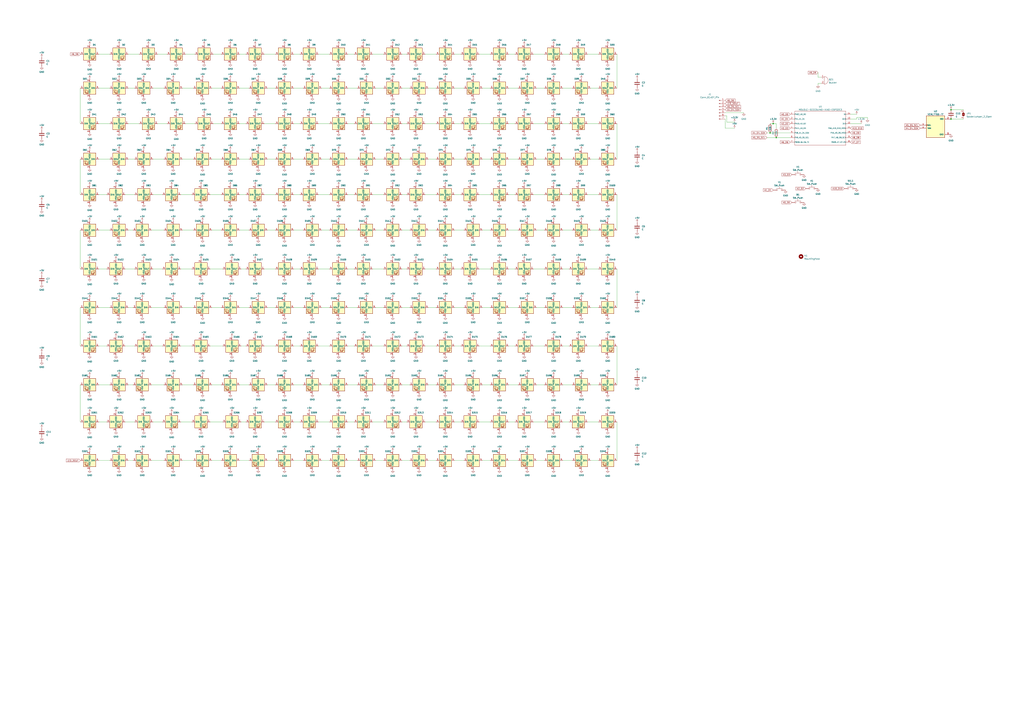
<source format=kicad_sch>
(kicad_sch (version 20230121) (generator eeschema)
  (paper "A1")
  (junction (at 637.54 113.03))
  (junction (at 781.05 97.79))
  (junction (at 635 101.6))
  (junction (at 781.05 90.17))
  (junction (at 632.46 109.22))
  (wire (pts (xy 81.28 220.98) (xy 87.63 220.98)))
  (wire (pts (xy 314.96 130.81) (xy 308.61 130.81)))
  (wire (pts (xy 314.96 252.73) (xy 308.61 252.73)))
  (wire (pts (xy 81.28 284.48) (xy 87.63 284.48)))
  (wire (pts (xy 241.3 101.6) (xy 246.38 101.6)))
  (wire (pts (xy 226.06 252.73) (xy 219.71 252.73)))
  (wire (pts (xy 358.14 189.23) (xy 351.79 189.23)))
  (wire (pts (xy 148.59 284.48) (xy 157.48 284.48)))
  (wire (pts (xy 81.28 101.6) (xy 90.17 101.6)))
  (wire (pts (xy 293.37 72.39) (xy 285.75 72.39)))
  (wire (pts (xy 129.54 44.45) (xy 137.16 44.45)))
  (wire (pts (xy 152.4 101.6) (xy 160.02 101.6)))
  (wire (pts (xy 90.17 189.23) (xy 81.28 189.23)))
  (wire (pts (xy 306.07 101.6) (xy 314.96 101.6)))
  (wire (pts (xy 314.96 72.39) (xy 308.61 72.39)))
  (wire (pts (xy 270.51 252.73) (xy 264.16 252.73)))
  (wire (pts (xy 469.9 189.23) (xy 462.28 189.23)))
  (wire (pts (xy 102.87 160.02) (xy 110.49 160.02)))
  (wire (pts (xy 181.61 189.23) (xy 173.99 189.23)))
  (wire (pts (xy 349.25 346.71) (xy 358.14 346.71)))
  (wire (pts (xy 393.7 220.98) (xy 402.59 220.98)))
  (wire (pts (xy 217.17 44.45) (xy 226.06 44.45)))
  (wire (pts (xy 349.25 44.45) (xy 358.14 44.45)))
  (wire (pts (xy 217.17 101.6) (xy 226.06 101.6)))
  (wire (pts (xy 438.15 44.45) (xy 447.04 44.45)))
  (wire (pts (xy 393.7 346.71) (xy 402.59 346.71)))
  (wire (pts (xy 373.38 160.02) (xy 378.46 160.02)))
  (wire (pts (xy 381 252.73) (xy 373.38 252.73)))
  (wire (pts (xy 90.17 378.46) (xy 81.28 378.46)))
  (wire (pts (xy 241.3 160.02) (xy 246.38 160.02)))
  (wire (pts (xy 330.2 316.23) (xy 336.55 316.23)))
  (wire (pts (xy 447.04 378.46) (xy 440.69 378.46)))
  (wire (pts (xy 285.75 44.45) (xy 290.83 44.45)))
  (wire (pts (xy 330.2 72.39) (xy 336.55 72.39)))
  (wire (pts (xy 248.92 130.81) (xy 241.3 130.81)))
  (wire (pts (xy 482.6 101.6) (xy 491.49 101.6)))
  (wire (pts (xy 110.49 130.81) (xy 105.41 130.81)))
  (wire (pts (xy 330.2 378.46) (xy 336.55 378.46)))
  (wire (pts (xy 469.9 130.81) (xy 462.28 130.81)))
  (wire (pts (xy 66.04 252.73) (xy 66.04 284.48)))
  (wire (pts (xy 632.46 109.22) (xy 648.97 109.22)))
  (wire (pts (xy 506.73 346.71) (xy 506.73 378.46)))
  (wire (pts (xy 314.96 189.23) (xy 308.61 189.23)))
  (wire (pts (xy 330.2 44.45) (xy 334.01 44.45)))
  (wire (pts (xy 241.3 220.98) (xy 246.38 220.98)))
  (wire (pts (xy 358.14 252.73) (xy 351.79 252.73)))
  (wire (pts (xy 285.75 160.02) (xy 290.83 160.02)))
  (wire (pts (xy 226.06 72.39) (xy 219.71 72.39)))
  (wire (pts (xy 172.72 160.02) (xy 181.61 160.02)))
  (wire (pts (xy 595.63 92.71) (xy 610.87 92.71)))
  (wire (pts (xy 196.85 160.02) (xy 201.93 160.02)))
  (wire (pts (xy 248.92 72.39) (xy 241.3 72.39)))
  (wire (pts (xy 373.38 101.6) (xy 378.46 101.6)))
  (wire (pts (xy 172.72 346.71) (xy 182.88 346.71)))
  (wire (pts (xy 637.54 105.41) (xy 637.54 101.6)))
  (wire (pts (xy 482.6 44.45) (xy 491.49 44.45)))
  (wire (pts (xy 417.83 101.6) (xy 422.91 101.6)))
  (wire (pts (xy 402.59 189.23) (xy 396.24 189.23)))
  (wire (pts (xy 402.59 72.39) (xy 396.24 72.39)))
  (wire (pts (xy 102.87 346.71) (xy 110.49 346.71)))
  (wire (pts (xy 506.73 284.48) (xy 506.73 316.23)))
  (wire (pts (xy 417.83 220.98) (xy 422.91 220.98)))
  (wire (pts (xy 393.7 284.48) (xy 402.59 284.48)))
  (wire (pts (xy 438.15 346.71) (xy 447.04 346.71)))
  (wire (pts (xy 469.9 252.73) (xy 462.28 252.73)))
  (wire (pts (xy 314.96 316.23) (xy 308.61 316.23)))
  (wire (pts (xy 402.59 252.73) (xy 396.24 252.73)))
  (wire (pts (xy 306.07 44.45) (xy 314.96 44.45)))
  (wire (pts (xy 306.07 284.48) (xy 314.96 284.48)))
  (wire (pts (xy 134.62 378.46) (xy 124.46 378.46)))
  (wire (pts (xy 198.12 220.98) (xy 201.93 220.98)))
  (wire (pts (xy 66.04 130.81) (xy 66.04 160.02)))
  (wire (pts (xy 393.7 160.02) (xy 402.59 160.02)))
  (wire (pts (xy 462.28 101.6) (xy 467.36 101.6)))
  (wire (pts (xy 491.49 72.39) (xy 485.14 72.39)))
  (wire (pts (xy 248.92 378.46) (xy 241.3 378.46)))
  (wire (pts (xy 158.75 130.81) (xy 149.86 130.81)))
  (wire (pts (xy 90.17 252.73) (xy 81.28 252.73)))
  (wire (pts (xy 102.87 220.98) (xy 110.49 220.98)))
  (wire (pts (xy 330.2 284.48) (xy 334.01 284.48)))
  (wire (pts (xy 417.83 252.73) (xy 425.45 252.73)))
  (wire (pts (xy 181.61 316.23) (xy 173.99 316.23)))
  (wire (pts (xy 90.17 130.81) (xy 81.28 130.81)))
  (wire (pts (xy 491.49 189.23) (xy 485.14 189.23)))
  (wire (pts (xy 204.47 252.73) (xy 196.85 252.73)))
  (wire (pts (xy 462.28 160.02) (xy 467.36 160.02)))
  (wire (pts (xy 469.9 72.39) (xy 462.28 72.39)))
  (wire (pts (xy 637.54 113.03) (xy 648.97 113.03)))
  (wire (pts (xy 330.2 160.02) (xy 334.01 160.02)))
  (wire (pts (xy 393.7 101.6) (xy 402.59 101.6)))
  (wire (pts (xy 381 378.46) (xy 373.38 378.46)))
  (wire (pts (xy 469.9 316.23) (xy 462.28 316.23)))
  (wire (pts (xy 81.28 160.02) (xy 87.63 160.02)))
  (wire (pts (xy 148.59 346.71) (xy 157.48 346.71)))
  (wire (pts (xy 438.15 220.98) (xy 447.04 220.98)))
  (wire (pts (xy 175.26 101.6) (xy 181.61 101.6)))
  (wire (pts (xy 629.92 113.03) (xy 637.54 113.03)))
  (wire (pts (xy 330.2 346.71) (xy 334.01 346.71)))
  (wire (pts (xy 125.73 346.71) (xy 133.35 346.71)))
  (wire (pts (xy 402.59 316.23) (xy 396.24 316.23)))
  (wire (pts (xy 66.04 316.23) (xy 66.04 346.71)))
  (wire (pts (xy 373.38 44.45) (xy 378.46 44.45)))
  (wire (pts (xy 596.9 95.25) (xy 595.63 95.25)))
  (wire (pts (xy 226.06 378.46) (xy 219.71 378.46)))
  (wire (pts (xy 506.73 44.45) (xy 506.73 72.39)))
  (wire (pts (xy 134.62 316.23) (xy 124.46 316.23)))
  (wire (pts (xy 134.62 130.81) (xy 125.73 130.81)))
  (wire (pts (xy 204.47 130.81) (xy 196.85 130.81)))
  (wire (pts (xy 158.75 189.23) (xy 149.86 189.23)))
  (wire (pts (xy 261.62 284.48) (xy 270.51 284.48)))
  (wire (pts (xy 306.07 220.98) (xy 314.96 220.98)))
  (wire (pts (xy 285.75 101.6) (xy 290.83 101.6)))
  (wire (pts (xy 134.62 72.39) (xy 125.73 72.39)))
  (wire (pts (xy 261.62 101.6) (xy 270.51 101.6)))
  (wire (pts (xy 204.47 72.39) (xy 196.85 72.39)))
  (wire (pts (xy 330.2 101.6) (xy 334.01 101.6)))
  (wire (pts (xy 105.41 44.45) (xy 114.3 44.45)))
  (wire (pts (xy 129.54 101.6) (xy 137.16 101.6)))
  (wire (pts (xy 438.15 160.02) (xy 447.04 160.02)))
  (wire (pts (xy 285.75 220.98) (xy 290.83 220.98)))
  (wire (pts (xy 261.62 44.45) (xy 270.51 44.45)))
  (wire (pts (xy 603.25 100.33) (xy 596.9 100.33)))
  (wire (pts (xy 402.59 378.46) (xy 396.24 378.46)))
  (wire (pts (xy 358.14 130.81) (xy 351.79 130.81)))
  (wire (pts (xy 349.25 160.02) (xy 358.14 160.02)))
  (wire (pts (xy 158.75 252.73) (xy 149.86 252.73)))
  (wire (pts (xy 781.05 90.17) (xy 791.21 90.17)))
  (wire (pts (xy 158.75 316.23) (xy 149.86 316.23)))
  (wire (pts (xy 270.51 130.81) (xy 264.16 130.81)))
  (wire (pts (xy 482.6 160.02) (xy 491.49 160.02)))
  (wire (pts (xy 506.73 220.98) (xy 506.73 252.73)))
  (wire (pts (xy 349.25 284.48) (xy 358.14 284.48)))
  (wire (pts (xy 482.6 346.71) (xy 491.49 346.71)))
  (wire (pts (xy 632.46 101.6) (xy 635 101.6)))
  (wire (pts (xy 447.04 72.39) (xy 440.69 72.39)))
  (wire (pts (xy 81.28 346.71) (xy 87.63 346.71)))
  (wire (pts (xy 306.07 346.71) (xy 314.96 346.71)))
  (wire (pts (xy 707.39 101.6) (xy 698.5 101.6)))
  (wire (pts (xy 462.28 44.45) (xy 467.36 44.45)))
  (wire (pts (xy 109.22 189.23) (xy 105.41 189.23)))
  (wire (pts (xy 293.37 316.23) (xy 285.75 316.23)))
  (wire (pts (xy 66.04 189.23) (xy 66.04 220.98)))
  (wire (pts (xy 417.83 72.39) (xy 425.45 72.39)))
  (wire (pts (xy 241.3 346.71) (xy 246.38 346.71)))
  (wire (pts (xy 175.26 44.45) (xy 181.61 44.45)))
  (wire (pts (xy 402.59 130.81) (xy 396.24 130.81)))
  (wire (pts (xy 358.14 378.46) (xy 351.79 378.46)))
  (wire (pts (xy 261.62 346.71) (xy 270.51 346.71)))
  (wire (pts (xy 462.28 220.98) (xy 467.36 220.98)))
  (wire (pts (xy 109.22 252.73) (xy 105.41 252.73)))
  (wire (pts (xy 181.61 72.39) (xy 173.99 72.39)))
  (wire (pts (xy 781.05 97.79) (xy 791.21 97.79)))
  (wire (pts (xy 491.49 130.81) (xy 485.14 130.81)))
  (wire (pts (xy 417.83 160.02) (xy 422.91 160.02)))
  (wire (pts (xy 285.75 284.48) (xy 290.83 284.48)))
  (wire (pts (xy 482.6 220.98) (xy 491.49 220.98)))
  (wire (pts (xy 110.49 72.39) (xy 105.41 72.39)))
  (wire (pts (xy 373.38 220.98) (xy 378.46 220.98)))
  (wire (pts (xy 506.73 160.02) (xy 506.73 189.23)))
  (wire (pts (xy 198.12 284.48) (xy 201.93 284.48)))
  (wire (pts (xy 196.85 44.45) (xy 201.93 44.45)))
  (wire (pts (xy 152.4 44.45) (xy 160.02 44.45)))
  (wire (pts (xy 712.47 96.52) (xy 703.58 96.52)))
  (wire (pts (xy 217.17 284.48) (xy 226.06 284.48)))
  (wire (pts (xy 204.47 316.23) (xy 196.85 316.23)))
  (wire (pts (xy 373.38 346.71) (xy 378.46 346.71)))
  (wire (pts (xy 181.61 252.73) (xy 173.99 252.73)))
  (wire (pts (xy 148.59 160.02) (xy 157.48 160.02)))
  (wire (pts (xy 671.83 63.5) (xy 674.37 63.5)))
  (wire (pts (xy 226.06 130.81) (xy 219.71 130.81)))
  (wire (pts (xy 491.49 252.73) (xy 485.14 252.73)))
  (wire (pts (xy 172.72 284.48) (xy 182.88 284.48)))
  (wire (pts (xy 134.62 189.23) (xy 124.46 189.23)))
  (wire (pts (xy 172.72 220.98) (xy 182.88 220.98)))
  (wire (pts (xy 261.62 160.02) (xy 270.51 160.02)))
  (wire (pts (xy 270.51 316.23) (xy 264.16 316.23)))
  (wire (pts (xy 270.51 378.46) (xy 264.16 378.46)))
  (wire (pts (xy 417.83 44.45) (xy 422.91 44.45)))
  (wire (pts (xy 125.73 284.48) (xy 133.35 284.48)))
  (wire (pts (xy 109.22 316.23) (xy 105.41 316.23)))
  (wire (pts (xy 506.73 101.6) (xy 506.73 130.81)))
  (wire (pts (xy 261.62 220.98) (xy 270.51 220.98)))
  (wire (pts (xy 381 316.23) (xy 373.38 316.23)))
  (wire (pts (xy 629.92 109.22) (xy 632.46 109.22)))
  (wire (pts (xy 447.04 130.81) (xy 440.69 130.81)))
  (wire (pts (xy 198.12 346.71) (xy 201.93 346.71)))
  (wire (pts (xy 637.54 101.6) (xy 635 101.6)))
  (wire (pts (xy 248.92 316.23) (xy 241.3 316.23)))
  (wire (pts (xy 226.06 316.23) (xy 219.71 316.23)))
  (wire (pts (xy 671.83 68.58) (xy 671.83 69.85)))
  (wire (pts (xy 330.2 130.81) (xy 336.55 130.81)))
  (wire (pts (xy 381 72.39) (xy 373.38 72.39)))
  (wire (pts (xy 712.47 96.52) (xy 712.47 97.79)))
  (wire (pts (xy 447.04 316.23) (xy 440.69 316.23)))
  (wire (pts (xy 417.83 189.23) (xy 425.45 189.23)))
  (wire (pts (xy 595.63 105.41) (xy 595.63 97.79)))
  (wire (pts (xy 491.49 316.23) (xy 485.14 316.23)))
  (wire (pts (xy 217.17 346.71) (xy 226.06 346.71)))
  (wire (pts (xy 358.14 316.23) (xy 351.79 316.23)))
  (wire (pts (xy 358.14 72.39) (xy 351.79 72.39)))
  (wire (pts (xy 349.25 220.98) (xy 358.14 220.98)))
  (wire (pts (xy 90.17 72.39) (xy 81.28 72.39)))
  (wire (pts (xy 270.51 189.23) (xy 264.16 189.23)))
  (wire (pts (xy 330.2 252.73) (xy 336.55 252.73)))
  (wire (pts (xy 109.22 378.46) (xy 105.41 378.46)))
  (wire (pts (xy 491.49 378.46) (xy 485.14 378.46)))
  (wire (pts (xy 703.58 97.79) (xy 698.5 97.79)))
  (wire (pts (xy 482.6 284.48) (xy 491.49 284.48)))
  (wire (pts (xy 330.2 189.23) (xy 336.55 189.23)))
  (wire (pts (xy 81.28 44.45) (xy 90.17 44.45)))
  (wire (pts (xy 393.7 44.45) (xy 402.59 44.45)))
  (wire (pts (xy 381 189.23) (xy 373.38 189.23)))
  (wire (pts (xy 381 130.81) (xy 373.38 130.81)))
  (wire (pts (xy 703.58 96.52) (xy 703.58 97.79)))
  (wire (pts (xy 66.04 72.39) (xy 66.04 101.6)))
  (wire (pts (xy 417.83 130.81) (xy 425.45 130.81)))
  (wire (pts (xy 447.04 189.23) (xy 440.69 189.23)))
  (wire (pts (xy 248.92 252.73) (xy 241.3 252.73)))
  (wire (pts (xy 204.47 189.23) (xy 196.85 189.23)))
  (wire (pts (xy 102.87 284.48) (xy 110.49 284.48)))
  (wire (pts (xy 181.61 130.81) (xy 173.99 130.81)))
  (wire (pts (xy 226.06 189.23) (xy 219.71 189.23)))
  (wire (pts (xy 181.61 378.46) (xy 173.99 378.46)))
  (wire (pts (xy 148.59 220.98) (xy 157.48 220.98)))
  (wire (pts (xy 438.15 284.48) (xy 447.04 284.48)))
  (wire (pts (xy 293.37 130.81) (xy 285.75 130.81)))
  (wire (pts (xy 293.37 378.46) (xy 285.75 378.46)))
  (wire (pts (xy 293.37 189.23) (xy 285.75 189.23)))
  (wire (pts (xy 248.92 189.23) (xy 241.3 189.23)))
  (wire (pts (xy 241.3 44.45) (xy 246.38 44.45)))
  (wire (pts (xy 158.75 72.39) (xy 149.86 72.39)))
  (wire (pts (xy 158.75 378.46) (xy 149.86 378.46)))
  (wire (pts (xy 417.83 346.71) (xy 422.91 346.71)))
  (wire (pts (xy 417.83 284.48) (xy 422.91 284.48)))
  (wire (pts (xy 306.07 160.02) (xy 314.96 160.02)))
  (wire (pts (xy 196.85 101.6) (xy 201.93 101.6)))
  (wire (pts (xy 330.2 220.98) (xy 334.01 220.98)))
  (wire (pts (xy 596.9 100.33) (xy 596.9 95.25)))
  (wire (pts (xy 90.17 316.23) (xy 81.28 316.23)))
  (wire (pts (xy 349.25 101.6) (xy 358.14 101.6)))
  (wire (pts (xy 373.38 284.48) (xy 378.46 284.48)))
  (wire (pts (xy 134.62 252.73) (xy 124.46 252.73)))
  (wire (pts (xy 603.25 105.41) (xy 595.63 105.41)))
  (wire (pts (xy 438.15 101.6) (xy 447.04 101.6)))
  (wire (pts (xy 671.83 59.69) (xy 671.83 63.5)))
  (wire (pts (xy 105.41 101.6) (xy 114.3 101.6)))
  (wire (pts (xy 125.73 220.98) (xy 133.35 220.98)))
  (wire (pts (xy 314.96 378.46) (xy 308.61 378.46)))
  (wire (pts (xy 417.83 378.46) (xy 425.45 378.46)))
  (wire (pts (xy 462.28 346.71) (xy 467.36 346.71)))
  (wire (pts (xy 674.37 68.58) (xy 671.83 68.58)))
  (wire (pts (xy 217.17 160.02) (xy 226.06 160.02)))
  (wire (pts (xy 469.9 378.46) (xy 462.28 378.46)))
  (wire (pts (xy 270.51 72.39) (xy 264.16 72.39)))
  (wire (pts (xy 703.58 93.98) (xy 698.5 93.98)))
  (wire (pts (xy 447.04 252.73) (xy 440.69 252.73)))
  (wire (pts (xy 293.37 252.73) (xy 285.75 252.73)))
  (wire (pts (xy 417.83 316.23) (xy 425.45 316.23)))
  (wire (pts (xy 285.75 346.71) (xy 290.83 346.71)))
  (wire (pts (xy 462.28 284.48) (xy 467.36 284.48)))
  (wire (pts (xy 125.73 160.02) (xy 133.35 160.02)))
  (wire (pts (xy 204.47 378.46) (xy 196.85 378.46)))
  (wire (pts (xy 217.17 220.98) (xy 226.06 220.98)))
  (wire (pts (xy 241.3 284.48) (xy 246.38 284.48)))
  (global_label "A0_D0" (shape input) (at 650.24 166.37 180) (property "Intersheetrefs" "${INTERSHEET_REFS}" (effects hide)))
  (global_label "A10_D10" (shape input) (at 693.42 154.94 180) (property "Intersheetrefs" "${INTERSHEET_REFS}" (effects hide)))
  (global_label "A8_D8" (shape input) (at 698.5 113.03 0) (property "Intersheetrefs" "${INTERSHEET_REFS}" (effects hide)))
  (global_label "A10_D10" (shape input) (at 698.5 105.41 0) (property "Intersheetrefs" "${INTERSHEET_REFS}" (effects hide)))
  (global_label "A9_D9" (shape input) (at 671.83 59.69 180) (property "Intersheetrefs" "${INTERSHEET_REFS}" (effects hide)))
  (global_label "A2_D2" (shape input) (at 661.67 154.94 180) (property "Intersheetrefs" "${INTERSHEET_REFS}" (effects hide)))
  (global_label "A1_D1" (shape input) (at 635 156.21 180) (property "Intersheetrefs" "${INTERSHEET_REFS}" (effects hide)))
  (global_label "A2_D2" (shape input) (at 648.97 101.6 180) (property "Intersheetrefs" "${INTERSHEET_REFS}" (effects hide)))
  (global_label "A4_D4_SDA" (shape input) (at 629.92 109.22 180) (property "Intersheetrefs" "${INTERSHEET_REFS}" (effects hide)))
  (global_label "A5_D5_SCL" (shape input) (at 755.65 102.87 180) (property "Intersheetrefs" "${INTERSHEET_REFS}" (effects hide)))
  (global_label "A3_D3" (shape input) (at 650.24 143.51 180) (property "Intersheetrefs" "${INTERSHEET_REFS}" (effects hide)))
  (global_label "A6_D6" (shape input) (at 595.63 82.55 0) (property "Intersheetrefs" "${INTERSHEET_REFS}" (effects hide)))
  (global_label "A9_D9" (shape input) (at 698.5 109.22 0) (property "Intersheetrefs" "${INTERSHEET_REFS}" (effects hide)))
  (global_label "A6_D6" (shape input) (at 66.04 44.45 180) (property "Intersheetrefs" "${INTERSHEET_REFS}" (effects hide)))
  (global_label "LED_DOUT" (shape input) (at 595.63 85.09 0) (property "Intersheetrefs" "${INTERSHEET_REFS}" (effects hide)))
  (global_label "A0_D0" (shape input) (at 648.97 93.98 180) (property "Intersheetrefs" "${INTERSHEET_REFS}" (effects hide)))
  (global_label "A5_D5_SCL" (shape input) (at 595.63 87.63 0) (property "Intersheetrefs" "${INTERSHEET_REFS}" (effects hide)))
  (global_label "A1_D1" (shape input) (at 648.97 97.79 180) (property "Intersheetrefs" "${INTERSHEET_REFS}" (effects hide)))
  (global_label "A4_D4_SDA" (shape input) (at 755.65 105.41 180) (property "Intersheetrefs" "${INTERSHEET_REFS}" (effects hide)))
  (global_label "A6_D6" (shape input) (at 648.97 116.84 180) (property "Intersheetrefs" "${INTERSHEET_REFS}" (effects hide)))
  (global_label "LED_DOUT" (shape input) (at 66.04 378.46 180) (property "Intersheetrefs" "${INTERSHEET_REFS}" (effects hide)))
  (global_label "A7_D7" (shape input) (at 698.5 116.84 0) (property "Intersheetrefs" "${INTERSHEET_REFS}" (effects hide)))
  (global_label "A4_D4_SDA" (shape input) (at 595.63 90.17 0) (property "Intersheetrefs" "${INTERSHEET_REFS}" (effects hide)))
  (global_label "A3_D3" (shape input) (at 648.97 105.41 180) (property "Intersheetrefs" "${INTERSHEET_REFS}" (effects hide)))
  (global_label "A5_D5_SCL" (shape input) (at 629.92 113.03 180) (property "Intersheetrefs" "${INTERSHEET_REFS}" (effects hide)))
  (symbol (lib_id "WS2812B_THT:WS2812B_THT") (at 450.85 181.61 0) (mirror y) (unit 1)
    (property "Reference" "D118" (at 450.85 181.61 0))
    (property "Value" "~" (at 450.85 181.61 0))
    (property "Footprint" "WS2812_THT:LED_SMD_1mmx1mm_JLC" (effects hide))
  )
  (symbol (lib_id "WS2812B_THT:WS2812B_THT") (at 93.98 245.11 0) (mirror y) (unit 1)
    (property "Reference" "D142" (at 93.98 245.11 0))
    (property "Value" "~" (at 93.98 245.11 0))
    (property "Footprint" "WS2812_THT:LED_SMD_1mmx1mm_JLC" (effects hide))
  )
  (symbol (lib_id "power:GND") (at 233.68 52.07 0) (unit 1)
    (property "Reference" "#PWR029" (effects hide))
    (property "Value" "GND" (at 233.68 56.5926 0))
  )
  (symbol (lib_id "power:GND") (at 256.54 196.85 0) (mirror y) (unit 1)
    (property "Reference" "#PWR0254" (effects hide))
    (property "Value" "GND" (at 256.54 201.3726 0))
  )
  (symbol (lib_id "power:GND") (at 300.99 80.01 0) (mirror y) (unit 1)
    (property "Reference" "#PWR076" (effects hide))
    (property "Value" "GND" (at 300.99 84.5326 0))
  )
  (symbol (lib_id "power:+5V") (at 454.66 245.11 0) (mirror y) (unit 1)
    (property "Reference" "#PWR0326" (effects hide))
    (property "Value" "+5V" (at 454.66 241.3 0))
  )
  (symbol (lib_id "WS2812B_THT:WS2812B_THT") (at 162.56 181.61 0) (mirror y) (unit 1)
    (property "Reference" "D105" (at 162.56 181.61 0))
    (property "Value" "~" (at 162.56 181.61 0))
    (property "Footprint" "WS2812_THT:LED_SMD_1mmx1mm_JLC" (effects hide))
  )
  (symbol (lib_id "power:+5V") (at 386.08 213.36 0) (mirror y) (unit 1)
    (property "Reference" "#PWR0280" (effects hide))
    (property "Value" "+5V" (at 386.08 209.55 0))
  )
  (symbol (lib_id "WS2812B_THT:WS2812B_THT") (at 369.57 36.83 0) (unit 1)
    (property "Reference" "D14" (at 369.57 36.83 0))
    (property "Value" "~" (at 369.57 36.83 0))
    (property "Footprint" "WS2812_THT:LED_SMD_1mmx1mm_JLC" (effects hide))
  )
  (symbol (lib_id "power:GND") (at 410.21 323.85 0) (mirror y) (unit 1)
    (property "Reference" "#PWR0429" (effects hide))
    (property "Value" "GND" (at 410.21 328.93 0))
  )
  (symbol (lib_id "VEML7700-TT:VEML7700-TT") (at 768.35 105.41 0) (unit 1)
    (property "Reference" "U2" (at 768.35 91.44 0))
    (property "Value" "VEML7700-TT" (at 768.35 93.98 0))
    (property "Footprint" "VEML7700:XDCR_VEML7700-TT" (effects hide))
    (property "PARTREV" "1.6" (effects hide))
    (property "STANDARD" "Manufacturer Recommendations" (effects hide))
    (property "SNAPEDA_PN" "VEML7700-TT" (effects hide))
    (property "MAXIMUM_PACKAGE_HEIGHT" "2.35 mm" (effects hide))
    (property "MANUFACTURER" "Vishay" (effects hide))
  )
  (symbol (lib_id "WS2812B_THT:WS2812B_THT") (at 194.31 213.36 0) (unit 1)
    (property "Reference" "D126" (at 194.31 213.36 0))
    (property "Value" "~" (at 194.31 213.36 0))
    (property "Footprint" "WS2812_THT:LED_SMD_1mmx1mm_JLC" (effects hide))
  )
  (symbol (lib_id "WS2812B_THT:WS2812B_THT") (at 237.49 213.36 0) (unit 1)
    (property "Reference" "D128" (at 237.49 213.36 0))
    (property "Value" "~" (at 237.49 213.36 0))
    (property "Footprint" "WS2812_THT:LED_SMD_1mmx1mm_JLC" (effects hide))
  )
  (symbol (lib_id "power:+5V") (at 430.53 93.98 0) (mirror y) (unit 1)
    (property "Reference" "#PWR0103" (effects hide))
    (property "Value" "+5V" (at 430.53 90.17 0))
  )
  (symbol (lib_id "power:GND") (at 189.23 386.08 0) (mirror y) (unit 1)
    (property "Reference" "#PWR0503" (effects hide))
    (property "Value" "GND" (at 189.23 390.6026 0))
  )
  (symbol (lib_id "power:+5V") (at 365.76 36.83 0) (mirror y) (unit 1)
    (property "Reference" "#PWR014" (effects hide))
    (property "Value" "+5V" (at 365.76 33.02 0))
  )
  (symbol (lib_id "power:+5V") (at 278.13 152.4 0) (mirror y) (unit 1)
    (property "Reference" "#PWR0187" (effects hide))
    (property "Value" "+5V" (at 278.13 148.59 0))
  )
  (symbol (lib_id "WS2812B_THT:WS2812B_THT") (at 69.85 123.19 0) (mirror y) (unit 1)
    (property "Reference" "D61" (at 69.85 123.19 0))
    (property "Value" "~" (at 69.85 123.19 0))
    (property "Footprint" "WS2812_THT:LED_SMD_1mmx1mm_JLC" (effects hide))
  )
  (symbol (lib_id "power:+5V") (at 365.76 276.86 0) (mirror y) (unit 1)
    (property "Reference" "#PWR0363" (effects hide))
    (property "Value" "+5V" (at 365.76 273.05 0))
  )
  (symbol (lib_id "Switch:SW_Push") (at 698.5 154.94 0) (mirror y) (unit 1)
    (property "Reference" "SEL1" (at 698.5 148.59 0))
    (property "Value" "SW_Push" (at 698.5 151.13 0))
    (property "Footprint" "Button_Switch_SMD:SW_Tactile_SPST_NO_Straight_CK_PTS636Sx25SMTRLFS" (effects hide))
  )
  (symbol (lib_id "power:GND") (at 233.68 109.22 0) (unit 1)
    (property "Reference" "#PWR0121" (effects hide))
    (property "Value" "GND" (at 233.68 113.7426 0))
  )
  (symbol (lib_id "Device:C") (at 34.29 293.37 0) (unit 1)
    (property "Reference" "C9" (at 38.1 292.735 0) (effects (justify left)))
    (property "Value" "C" (at 38.1 295.275 0) (effects (justify left)))
    (property "Footprint" "Capacitor_SMD:C_1206_3216Metric_Pad1.33x1.80mm_HandSolder" (effects hide))
  )
  (symbol (lib_id "power:GND") (at 474.98 292.1 0) (unit 1)
    (property "Reference" "#PWR0389" (effects hide))
    (property "Value" "GND" (at 474.98 296.6226 0))
  )
  (symbol (lib_id "WS2812B_THT:WS2812B_THT") (at 326.39 152.4 0) (unit 1)
    (property "Reference" "D92" (at 326.39 152.4 0))
    (property "Value" "~" (at 326.39 152.4 0))
    (property "Footprint" "WS2812_THT:LED_SMD_1mmx1mm_JLC" (effects hide))
  )
  (symbol (lib_id "WS2812B_THT:WS2812B_THT") (at 99.06 339.09 0) (unit 1)
    (property "Reference" "D202" (at 99.06 339.09 0))
    (property "Value" "~" (at 99.06 339.09 0))
    (property "Footprint" "WS2812_THT:LED_SMD_1mmx1mm_JLC" (effects hide))
  )
  (symbol (lib_id "WS2812B_THT:WS2812B_THT") (at 502.92 213.36 0) (unit 1)
    (property "Reference" "D140" (at 502.92 213.36 0))
    (property "Value" "~" (at 502.92 213.36 0))
    (property "Footprint" "WS2812_THT:LED_SMD_1mmx1mm_JLC" (effects hide))
  )
  (symbol (lib_id "power:+5V") (at 73.66 245.11 0) (unit 1)
    (property "Reference" "#PWR0309" (effects hide))
    (property "Value" "+5V" (at 73.66 241.3 0))
  )
  (symbol (lib_id "power:GND") (at 410.21 354.33 0) (unit 1)
    (property "Reference" "#PWR0470" (effects hide))
    (property "Value" "GND" (at 410.21 358.8526 0))
  )
  (symbol (lib_id "power:+3.3V") (at 707.39 101.6 0) (unit 1)
    (property "Reference" "#PWR0111" (effects hide))
    (property "Value" "+3.3V" (at 707.39 97.79 0))
  )
  (symbol (lib_id "WS2812B_THT:WS2812B_THT") (at 194.31 339.09 0) (unit 1)
    (property "Reference" "D206" (at 194.31 339.09 0))
    (property "Value" "~" (at 194.31 339.09 0))
    (property "Footprint" "WS2812_THT:LED_SMD_1mmx1mm_JLC" (effects hide))
  )
  (symbol (lib_id "power:GND") (at 365.76 386.08 0) (mirror y) (unit 1)
    (property "Reference" "#PWR0511" (effects hide))
    (property "Value" "GND" (at 365.76 391.16 0))
  )
  (symbol (lib_id "power:GND") (at 300.99 260.35 0) (mirror y) (unit 1)
    (property "Reference" "#PWR0340" (effects hide))
    (property "Value" "GND" (at 300.99 264.8726 0))
  )
  (symbol (lib_id "WS2812B_THT:WS2812B_THT") (at 502.92 276.86 0) (unit 1)
    (property "Reference" "D180" (at 502.92 276.86 0))
    (property "Value" "~" (at 502.92 276.86 0))
    (property "Footprint" "WS2812_THT:LED_SMD_1mmx1mm_JLC" (effects hide))
  )
  (symbol (lib_id "power:+5V") (at 454.66 36.83 0) (mirror y) (unit 1)
    (property "Reference" "#PWR018" (effects hide))
    (property "Value" "+5V" (at 454.66 33.02 0))
  )
  (symbol (lib_id "power:GND") (at 344.17 80.01 0) (mirror y) (unit 1)
    (property "Reference" "#PWR078" (effects hide))
    (property "Value" "GND" (at 344.17 84.5326 0))
  )
  (symbol (lib_id "power:GND") (at 322.58 292.1 0) (unit 1)
    (property "Reference" "#PWR0382" (effects hide))
    (property "Value" "GND" (at 322.58 296.6226 0))
  )
  (symbol (lib_id "Device:C") (at 34.29 355.6 0) (unit 1)
    (property "Reference" "C11" (at 38.1 354.965 0) (effects (justify left)))
    (property "Value" "C" (at 38.1 357.505 0) (effects (justify left)))
    (property "Footprint" "Capacitor_SMD:C_1206_3216Metric_Pad1.33x1.80mm_HandSolder" (effects hide))
  )
  (symbol (lib_id "power:+5V") (at 73.66 123.19 0) (unit 1)
    (property "Reference" "#PWR0135" (effects hide))
    (property "Value" "+5V" (at 73.66 119.38 0))
  )
  (symbol (lib_id "power:+5V") (at 278.13 308.61 0) (mirror y) (unit 1)
    (property "Reference" "#PWR0402" (effects hide))
    (property "Value" "+5V" (at 278.13 304.8 0))
  )
  (symbol (lib_id "power:GND") (at 97.79 386.08 0) (mirror y) (unit 1)
    (property "Reference" "#PWR0499" (effects hide))
    (property "Value" "GND" (at 97.79 390.6026 0))
  )
  (symbol (lib_id "power:GND") (at 365.76 354.33 0) (unit 1)
    (property "Reference" "#PWR0468" (effects hide))
    (property "Value" "GND" (at 365.76 358.8526 0))
  )
  (symbol (lib_id "power:+5V") (at 454.66 93.98 0) (mirror y) (unit 1)
    (property "Reference" "#PWR0104" (effects hide))
    (property "Value" "+5V" (at 454.66 90.17 0))
  )
  (symbol (lib_id "power:+5V") (at 365.76 181.61 0) (mirror y) (unit 1)
    (property "Reference" "#PWR0237" (effects hide))
    (property "Value" "+5V" (at 365.76 177.8 0))
  )
  (symbol (lib_id "WS2812B_THT:WS2812B_THT") (at 208.28 370.84 0) (mirror y) (unit 1)
    (property "Reference" "D227" (at 208.28 370.84 0))
    (property "Value" "~" (at 208.28 370.84 0))
    (property "Footprint" "WS2812_THT:LED_SMD_1mmx1mm_JLC" (effects hide))
  )
  (symbol (lib_id "WS2812B_THT:WS2812B_THT") (at 458.47 36.83 0) (unit 1)
    (property "Reference" "D18" (at 458.47 36.83 0))
    (property "Value" "~" (at 458.47 36.83 0))
    (property "Footprint" "WS2812_THT:LED_SMD_1mmx1mm_JLC" (effects hide))
  )
  (symbol (lib_id "power:+5V") (at 499.11 308.61 0) (mirror y) (unit 1)
    (property "Reference" "#PWR0412" (effects hide))
    (property "Value" "+5V" (at 499.11 304.8 0))
  )
  (symbol (lib_id "power:GND") (at 430.53 167.64 0) (unit 1)
    (property "Reference" "#PWR0219" (effects hide))
    (property "Value" "GND" (at 430.53 172.1626 0))
  )
  (symbol (lib_id "power:+5V") (at 523.24 124.46 0) (mirror y) (unit 1)
    (property "Reference" "#PWR0155" (effects hide))
    (property "Value" "+5V" (at 523.24 120.65 0))
  )
  (symbol (lib_id "power:+5V") (at 430.53 36.83 0) (mirror y) (unit 1)
    (property "Reference" "#PWR017" (effects hide))
    (property "Value" "+5V" (at 430.53 33.02 0))
  )
  (symbol (lib_id "power:GND") (at 256.54 260.35 0) (mirror y) (unit 1)
    (property "Reference" "#PWR0338" (effects hide))
    (property "Value" "GND" (at 256.54 264.8726 0))
  )
  (symbol (lib_id "WS2812B_THT:WS2812B_THT") (at 318.77 308.61 0) (mirror y) (unit 1)
    (property "Reference" "D192" (at 318.77 308.61 0))
    (property "Value" "~" (at 318.77 308.61 0))
    (property "Footprint" "WS2812_THT:LED_SMD_1mmx1mm_JLC" (effects hide))
  )
  (symbol (lib_id "WS2812B_THT:WS2812B_THT") (at 77.47 152.4 0) (unit 1)
    (property "Reference" "D81" (at 77.47 152.4 0))
    (property "Value" "~" (at 77.47 152.4 0))
    (property "Footprint" "WS2812_THT:LED_SMD_1mmx1mm_JLC" (effects hide))
  )
  (symbol (lib_id "power:GND") (at 97.79 52.07 0) (unit 1)
    (property "Reference" "#PWR023" (effects hide))
    (property "Value" "GND" (at 97.79 56.5926 0))
  )
  (symbol (lib_id "power:GND") (at 341.63 167.64 0) (unit 1)
    (property "Reference" "#PWR0215" (effects hide))
    (property "Value" "GND" (at 341.63 172.1626 0))
  )
  (symbol (lib_id "WS2812B_THT:WS2812B_THT") (at 361.95 308.61 0) (mirror y) (unit 1)
    (property "Reference" "D194" (at 361.95 308.61 0))
    (property "Value" "~" (at 361.95 308.61 0))
    (property "Footprint" "WS2812_THT:LED_SMD_1mmx1mm_JLC" (effects hide))
  )
  (symbol (lib_id "power:+5V") (at 344.17 64.77 0) (mirror y) (unit 1)
    (property "Reference" "#PWR055" (effects hide))
    (property "Value" "+5V" (at 344.17 60.96 0))
  )
  (symbol (lib_id "power:GND") (at 410.21 109.22 0) (unit 1)
    (property "Reference" "#PWR0129" (effects hide))
    (property "Value" "GND" (at 410.21 113.7426 0))
  )
  (symbol (lib_id "Device:C") (at 523.24 247.65 0) (unit 1)
    (property "Reference" "C8" (at 527.05 247.015 0) (effects (justify left)))
    (property "Value" "C" (at 527.05 249.555 0) (effects (justify left)))
    (property "Footprint" "Capacitor_SMD:C_1206_3216Metric_Pad1.33x1.80mm_HandSolder" (effects hide))
  )
  (symbol (lib_id "WS2812B_THT:WS2812B_THT") (at 185.42 370.84 0) (mirror y) (unit 1)
    (property "Reference" "D226" (at 185.42 370.84 0))
    (property "Value" "~" (at 185.42 370.84 0))
    (property "Footprint" "WS2812_THT:LED_SMD_1mmx1mm_JLC" (effects hide))
  )
  (symbol (lib_id "power:GND") (at 278.13 196.85 0) (mirror y) (unit 1)
    (property "Reference" "#PWR0255" (effects hide))
    (property "Value" "GND" (at 278.13 201.93 0))
  )
  (symbol (lib_id "WS2812B_THT:WS2812B_THT") (at 473.71 370.84 0) (mirror y) (unit 1)
    (property "Reference" "D239" (at 473.71 370.84 0))
    (property "Value" "~" (at 473.71 370.84 0))
    (property "Footprint" "WS2812_THT:LED_SMD_1mmx1mm_JLC" (effects hide))
  )
  (symbol (lib_id "power:GND") (at 300.99 138.43 0) (mirror y) (unit 1)
    (property "Reference" "#PWR0167" (effects hide))
    (property "Value" "GND" (at 300.99 142.9526 0))
  )
  (symbol (lib_id "power:+5V") (at 73.66 152.4 0) (mirror y) (unit 1)
    (property "Reference" "#PWR0178" (effects hide))
    (property "Value" "+5V" (at 73.66 148.59 0))
  )
  (symbol (lib_id "WS2812B_THT:WS2812B_THT") (at 114.3 64.77 0) (mirror y) (unit 1)
    (property "Reference" "D23" (at 114.3 64.77 0))
    (property "Value" "~" (at 114.3 64.77 0))
    (property "Footprint" "WS2812_THT:LED_SMD_1mmx1mm_JLC" (effects hide))
  )
  (symbol (lib_id "WS2812B_THT:WS2812B_THT") (at 502.92 339.09 0) (unit 1)
    (property "Reference" "D220" (at 502.92 339.09 0))
    (property "Value" "~" (at 502.92 339.09 0))
    (property "Footprint" "WS2812_THT:LED_SMD_1mmx1mm_JLC" (effects hide))
  )
  (symbol (lib_id "power:+5V") (at 388.62 308.61 0) (mirror y) (unit 1)
    (property "Reference" "#PWR0407" (effects hide))
    (property "Value" "+5V" (at 388.62 304.8 0))
  )
  (symbol (lib_id "WS2812B_THT:WS2812B_THT") (at 361.95 370.84 0) (mirror y) (unit 1)
    (property "Reference" "D234" (at 361.95 370.84 0))
    (property "Value" "~" (at 361.95 370.84 0))
    (property "Footprint" "WS2812_THT:LED_SMD_1mmx1mm_JLC" (effects hide))
  )
  (symbol (lib_id "power:+5V") (at 233.68 339.09 0) (mirror y) (unit 1)
    (property "Reference" "#PWR0441" (effects hide))
    (property "Value" "+5V" (at 233.68 335.28 0))
  )
  (symbol (lib_id "power:GND") (at 233.68 228.6 0) (unit 1)
    (property "Reference" "#PWR0294" (effects hide))
    (property "Value" "GND" (at 233.68 233.1226 0))
  )
  (symbol (lib_id "power:GND") (at 454.66 323.85 0) (mirror y) (unit 1)
    (property "Reference" "#PWR0431" (effects hide))
    (property "Value" "GND" (at 454.66 328.93 0))
  )
  (symbol (lib_id "power:+5V") (at 499.11 213.36 0) (mirror y) (unit 1)
    (property "Reference" "#PWR0285" (effects hide))
    (property "Value" "+5V" (at 499.11 209.55 0))
  )
  (symbol (lib_id "WS2812B_THT:WS2812B_THT") (at 138.43 123.19 0) (mirror y) (unit 1)
    (property "Reference" "D64" (at 138.43 123.19 0))
    (property "Value" "~" (at 138.43 123.19 0))
    (property "Footprint" "WS2812_THT:LED_SMD_1mmx1mm_JLC" (effects hide))
  )
  (symbol (lib_id "power:GND") (at 166.37 138.43 0) (mirror y) (unit 1)
    (property "Reference" "#PWR0161" (effects hide))
    (property "Value" "GND" (at 166.37 143.51 0))
  )
  (symbol (lib_id "power:+5V") (at 322.58 181.61 0) (mirror y) (unit 1)
    (property "Reference" "#PWR0235" (effects hide))
    (property "Value" "+5V" (at 322.58 177.8 0))
  )
  (symbol (lib_id "WS2812B_THT:WS2812B_THT") (at 252.73 308.61 0) (mirror y) (unit 1)
    (property "Reference" "D189" (at 252.73 308.61 0))
    (property "Value" "~" (at 252.73 308.61 0))
    (property "Footprint" "WS2812_THT:LED_SMD_1mmx1mm_JLC" (effects hide))
  )
  (symbol (lib_id "power:+5V") (at 341.63 36.83 0) (mirror y) (unit 1)
    (property "Reference" "#PWR013" (effects hide))
    (property "Value" "+5V" (at 341.63 33.02 0))
  )
  (symbol (lib_id "power:+5V") (at 386.08 339.09 0) (mirror y) (unit 1)
    (property "Reference" "#PWR0448" (effects hide))
    (property "Value" "+5V" (at 386.08 335.28 0))
  )
  (symbol (lib_id "WS2812B_THT:WS2812B_THT") (at 414.02 36.83 0) (unit 1)
    (property "Reference" "D16" (at 414.02 36.83 0))
    (property "Value" "~" (at 414.02 36.83 0))
    (property "Footprint" "WS2812_THT:LED_SMD_1mmx1mm_JLC" (effects hide))
  )
  (symbol (lib_id "power:+5V") (at 278.13 123.19 0) (mirror y) (unit 1)
    (property "Reference" "#PWR0144" (effects hide))
    (property "Value" "+5V" (at 278.13 119.38 0))
  )
  (symbol (lib_id "power:GND") (at 341.63 52.07 0) (unit 1)
    (property "Reference" "#PWR034" (effects hide))
    (property "Value" "GND" (at 341.63 56.5926 0))
  )
  (symbol (lib_id "power:GND") (at 344.17 386.08 0) (mirror y) (unit 1)
    (property "Reference" "#PWR0510" (effects hide))
    (property "Value" "GND" (at 344.17 390.6026 0))
  )
  (symbol (lib_id "power:+5V") (at 212.09 370.84 0) (mirror y) (unit 1)
    (property "Reference" "#PWR0483" (effects hide))
    (property "Value" "+5V" (at 212.09 367.03 0))
  )
  (symbol (lib_id "power:+5V") (at 298.45 36.83 0) (mirror y) (unit 1)
    (property "Reference" "#PWR011" (effects hide))
    (property "Value" "+5V" (at 298.45 33.02 0))
  )
  (symbol (lib_id "power:GND") (at 410.21 260.35 0) (mirror y) (unit 1)
    (property "Reference" "#PWR0345" (effects hide))
    (property "Value" "GND" (at 410.21 265.43 0))
  )
  (symbol (lib_id "WS2812B_THT:WS2812B_THT") (at 458.47 213.36 0) (unit 1)
    (property "Reference" "D138" (at 458.47 213.36 0))
    (property "Value" "~" (at 458.47 213.36 0))
    (property "Footprint" "WS2812_THT:LED_SMD_1mmx1mm_JLC" (effects hide))
  )
  (symbol (lib_id "WS2812B_THT:WS2812B_THT") (at 213.36 339.09 0) (unit 1)
    (property "Reference" "D207" (at 213.36 339.09 0))
    (property "Value" "~" (at 213.36 339.09 0))
    (property "Footprint" "WS2812_THT:LED_SMD_1mmx1mm_JLC" (effects hide))
  )
  (symbol (lib_id "power:GND") (at 233.68 196.85 0) (mirror y) (unit 1)
    (property "Reference" "#PWR0253" (effects hide))
    (property "Value" "GND" (at 233.68 201.93 0))
  )
  (symbol (lib_id "WS2812B_THT:WS2812B_THT") (at 414.02 93.98 0) (unit 1)
    (property "Reference" "D56" (at 414.02 93.98 0))
    (property "Value" "~" (at 414.02 93.98 0))
    (property "Footprint" "WS2812_THT:LED_SMD_1mmx1mm_JLC" (effects hide))
  )
  (symbol (lib_id "WS2812B_THT:WS2812B_THT") (at 281.94 36.83 0) (unit 1)
    (property "Reference" "D10" (at 281.94 36.83 0))
    (property "Value" "~" (at 281.94 36.83 0))
    (property "Footprint" "WS2812_THT:LED_SMD_1mmx1mm_JLC" (effects hide))
  )
  (symbol (lib_id "power:+5V") (at 474.98 213.36 0) (mirror y) (unit 1)
    (property "Reference" "#PWR0284" (effects hide))
    (property "Value" "+5V" (at 474.98 209.55 0))
  )
  (symbol (lib_id "WS2812B_THT:WS2812B_THT") (at 162.56 245.11 0) (mirror y) (unit 1)
    (property "Reference" "D145" (at 162.56 245.11 0))
    (property "Value" "~" (at 162.56 245.11 0))
    (property "Footprint" "WS2812_THT:LED_SMD_1mmx1mm_JLC" (effects hide))
  )
  (symbol (lib_id "WS2812B_THT:WS2812B_THT") (at 384.81 245.11 0) (mirror y) (unit 1)
    (property "Reference" "D155" (at 384.81 245.11 0))
    (property "Value" "~" (at 384.81 245.11 0))
    (property "Footprint" "WS2812_THT:LED_SMD_1mmx1mm_JLC" (effects hide))
  )
  (symbol (lib_id "power:+5V") (at 523.24 182.88 0) (mirror y) (unit 1)
    (property "Reference" "#PWR0244" (effects hide))
    (property "Value" "+5V" (at 523.24 179.07 0))
  )
  (symbol (lib_id "power:+5V") (at 97.79 64.77 0) (unit 1)
    (property "Reference" "#PWR044" (effects hide))
    (property "Value" "+5V" (at 97.79 60.96 0))
  )
  (symbol (lib_id "WS2812B_THT:WS2812B_THT") (at 281.94 276.86 0) (unit 1)
    (property "Reference" "D170" (at 281.94 276.86 0))
    (property "Value" "~" (at 281.94 276.86 0))
    (property "Footprint" "WS2812_THT:LED_SMD_1mmx1mm_JLC" (effects hide))
  )
  (symbol (lib_id "power:GND") (at 388.62 260.35 0) (mirror y) (unit 1)
    (property "Reference" "#PWR0344" (effects hide))
    (property "Value" "GND" (at 388.62 264.8726 0))
  )
  (symbol (lib_id "power:GND") (at 499.11 167.64 0) (unit 1)
    (property "Reference" "#PWR0222" (effects hide))
    (property "Value" "GND" (at 499.11 172.1626 0))
  )
  (symbol (lib_id "power:+5V") (at 499.11 276.86 0) (mirror y) (unit 1)
    (property "Reference" "#PWR0369" (effects hide))
    (property "Value" "+5V" (at 499.11 273.05 0))
  )
  (symbol (lib_id "WS2812B_THT:WS2812B_THT") (at 406.4 308.61 0) (mirror y) (unit 1)
    (property "Reference" "D196" (at 406.4 308.61 0))
    (property "Value" "~" (at 406.4 308.61 0))
    (property "Footprint" "WS2812_THT:LED_SMD_1mmx1mm_JLC" (effects hide))
  )
  (symbol (lib_id "power:GND") (at 118.11 167.64 0) (unit 1)
    (property "Reference" "#PWR0205" (effects hide))
    (property "Value" "GND" (at 118.11 172.1626 0))
  )
  (symbol (lib_id "power:GND") (at 73.66 260.35 0) (mirror y) (unit 1)
    (property "Reference" "#PWR0330" (effects hide))
    (property "Value" "GND" (at 73.66 264.8726 0))
  )
  (symbol (lib_id "power:+5V") (at 454.66 181.61 0) (mirror y) (unit 1)
    (property "Reference" "#PWR0241" (effects hide))
    (property "Value" "+5V" (at 454.66 177.8 0))
  )
  (symbol (lib_id "power:+5V") (at 344.17 370.84 0) (mirror y) (unit 1)
    (property "Reference" "#PWR0489" (effects hide))
    (property "Value" "+5V" (at 344.17 367.03 0))
  )
  (symbol (lib_id "WS2812B_THT:WS2812B_THT") (at 434.34 36.83 0) (unit 1)
    (property "Reference" "D17" (at 434.34 36.83 0))
    (property "Value" "~" (at 434.34 36.83 0))
    (property "Footprint" "WS2812_THT:LED_SMD_1mmx1mm_JLC" (effects hide))
  )
  (symbol (lib_id "power:+5V") (at 298.45 339.09 0) (mirror y) (unit 1)
    (property "Reference" "#PWR0444" (effects hide))
    (property "Value" "+5V" (at 298.45 335.28 0))
  )
  (symbol (lib_id "power:GND") (at 254 167.64 0) (unit 1)
    (property "Reference" "#PWR0211" (effects hide))
    (property "Value" "GND" (at 254 172.1626 0))
  )
  (symbol (lib_id "power:GND") (at 430.53 109.22 0) (unit 1)
    (property "Reference" "#PWR0130" (effects hide))
    (property "Value" "GND" (at 430.53 113.7426 0))
  )
  (symbol (lib_id "power:+5V") (at 454.66 213.36 0) (mirror y) (unit 1)
    (property "Reference" "#PWR0283" (effects hide))
    (property "Value" "+5V" (at 454.66 209.55 0))
  )
  (symbol (lib_id "power:GND") (at 454.66 138.43 0) (mirror y) (unit 1)
    (property "Reference" "#PWR0174" (effects hide))
    (property "Value" "GND" (at 454.66 143.51 0))
  )
  (symbol (lib_id "WS2812B_THT:WS2812B_THT") (at 252.73 64.77 0) (mirror y) (unit 1)
    (property "Reference" "D29" (at 252.73 64.77 0))
    (property "Value" "~" (at 252.73 64.77 0))
    (property "Footprint" "WS2812_THT:LED_SMD_1mmx1mm_JLC" (effects hide))
  )
  (symbol (lib_id "WS2812B_THT:WS2812B_THT") (at 237.49 93.98 0) (unit 1)
    (property "Reference" "D48" (at 237.49 93.98 0))
    (property "Value" "~" (at 237.49 93.98 0))
    (property "Footprint" "WS2812_THT:LED_SMD_1mmx1mm_JLC" (effects hide))
  )
  (symbol (lib_id "power:+5V") (at 298.45 93.98 0) (mirror y) (unit 1)
    (property "Reference" "#PWR097" (effects hide))
    (property "Value" "+5V" (at 298.45 90.17 0))
  )
  (symbol (lib_id "power:GND") (at 278.13 228.6 0) (unit 1)
    (property "Reference" "#PWR0296" (effects hide))
    (property "Value" "GND" (at 278.13 233.1226 0))
  )
  (symbol (lib_id "power:GND") (at 34.29 172.72 0) (unit 1)
    (property "Reference" "#PWR0223" (effects hide))
    (property "Value" "GND" (at 34.29 177.2426 0))
  )
  (symbol (lib_id "power:+5V") (at 34.29 165.1 0) (mirror y) (unit 1)
    (property "Reference" "#PWR0201" (effects hide))
    (property "Value" "+5V" (at 34.29 161.29 0))
  )
  (symbol (lib_id "power:GND") (at 499.11 260.35 0) (mirror y) (unit 1)
    (property "Reference" "#PWR0349" (effects hide))
    (property "Value" "GND" (at 499.11 265.43 0))
  )
  (symbol (lib_id "power:GND") (at 410.21 196.85 0) (mirror y) (unit 1)
    (property "Reference" "#PWR0261" (effects hide))
    (property "Value" "GND" (at 410.21 201.93 0))
  )
  (symbol (lib_id "WS2812B_THT:WS2812B_THT") (at 274.32 64.77 0) (mirror y) (unit 1)
    (property "Reference" "D30" (at 274.32 64.77 0))
    (property "Value" "~" (at 274.32 64.77 0))
    (property "Footprint" "WS2812_THT:LED_SMD_1mmx1mm_JLC" (effects hide))
  )
  (symbol (lib_id "power:GND") (at 499.11 228.6 0) (unit 1)
    (property "Reference" "#PWR0306" (effects hide))
    (property "Value" "GND" (at 499.11 233.1226 0))
  )
  (symbol (lib_id "WS2812B_THT:WS2812B_THT") (at 450.85 123.19 0) (mirror y) (unit 1)
    (property "Reference" "D78" (at 450.85 123.19 0))
    (property "Value" "~" (at 450.85 123.19 0))
    (property "Footprint" "WS2812_THT:LED_SMD_1mmx1mm_JLC" (effects hide))
  )
  (symbol (lib_id "WS2812B_THT:WS2812B_THT") (at 138.43 308.61 0) (mirror y) (unit 1)
    (property "Reference" "D184" (at 138.43 308.61 0))
    (property "Value" "~" (at 138.43 308.61 0))
    (property "Footprint" "WS2812_THT:LED_SMD_1mmx1mm_JLC" (effects hide))
  )
  (symbol (lib_id "WS2812B_THT:WS2812B_THT") (at 229.87 308.61 0) (mirror y) (unit 1)
    (property "Reference" "D188" (at 229.87 308.61 0))
    (property "Value" "~" (at 229.87 308.61 0))
    (property "Footprint" "WS2812_THT:LED_SMD_1mmx1mm_JLC" (effects hide))
  )
  (symbol (lib_id "power:+5V") (at 233.68 123.19 0) (mirror y) (unit 1)
    (property "Reference" "#PWR0142" (effects hide))
    (property "Value" "+5V" (at 233.68 119.38 0))
  )
  (symbol (lib_id "WS2812B_THT:WS2812B_THT") (at 450.85 245.11 0) (mirror y) (unit 1)
    (property "Reference" "D158" (at 450.85 245.11 0))
    (property "Value" "~" (at 450.85 245.11 0))
    (property "Footprint" "WS2812_THT:LED_SMD_1mmx1mm_JLC" (effects hide))
  )
  (symbol (lib_id "power:+5V") (at 430.53 213.36 0) (mirror y) (unit 1)
    (property "Reference" "#PWR0282" (effects hide))
    (property "Value" "+5V" (at 430.53 209.55 0))
  )
  (symbol (lib_id "power:GND") (at 278.13 52.07 0) (unit 1)
    (property "Reference" "#PWR031" (effects hide))
    (property "Value" "GND" (at 278.13 56.5926 0))
  )
  (symbol (lib_id "WS2812B_THT:WS2812B_THT") (at 281.94 152.4 0) (unit 1)
    (property "Reference" "D90" (at 281.94 152.4 0))
    (property "Value" "~" (at 281.94 152.4 0))
    (property "Footprint" "WS2812_THT:LED_SMD_1mmx1mm_JLC" (effects hide))
  )
  (symbol (lib_id "power:GND") (at 256.54 386.08 0) (mirror y) (unit 1)
    (property "Reference" "#PWR0506" (effects hide))
    (property "Value" "GND" (at 256.54 390.6026 0))
  )
  (symbol (lib_id "WS2812B_THT:WS2812B_THT") (at 326.39 93.98 0) (unit 1)
    (property "Reference" "D52" (at 326.39 93.98 0))
    (property "Value" "~" (at 326.39 93.98 0))
    (property "Footprint" "WS2812_THT:LED_SMD_1mmx1mm_JLC" (effects hide))
  )
  (symbol (lib_id "power:+5V") (at 430.53 276.86 0) (mirror y) (unit 1)
    (property "Reference" "#PWR0366" (effects hide))
    (property "Value" "+5V" (at 430.53 273.05 0))
  )
  (symbol (lib_id "WS2812B_THT:WS2812B_THT") (at 121.92 152.4 0) (unit 1)
    (property "Reference" "D83" (at 121.92 152.4 0))
    (property "Value" "~" (at 121.92 152.4 0))
    (property "Footprint" "WS2812_THT:LED_SMD_1mmx1mm_JLC" (effects hide))
  )
  (symbol (lib_id "WS2812B_THT:WS2812B_THT") (at 162.56 64.77 0) (mirror y) (unit 1)
    (property "Reference" "D25" (at 162.56 64.77 0))
    (property "Value" "~" (at 162.56 64.77 0))
    (property "Footprint" "WS2812_THT:LED_SMD_1mmx1mm_JLC" (effects hide))
  )
  (symbol (lib_id "WS2812B_THT:WS2812B_THT") (at 208.28 123.19 0) (mirror y) (unit 1)
    (property "Reference" "D67" (at 208.28 123.19 0))
    (property "Value" "~" (at 208.28 123.19 0))
    (property "Footprint" "WS2812_THT:LED_SMD_1mmx1mm_JLC" (effects hide))
  )
  (symbol (lib_id "power:GND") (at 278.13 80.01 0) (mirror y) (unit 1)
    (property "Reference" "#PWR075" (effects hide))
    (property "Value" "GND" (at 278.13 85.09 0))
  )
  (symbol (lib_id "power:+5V") (at 322.58 276.86 0) (mirror y) (unit 1)
    (property "Reference" "#PWR0361" (effects hide))
    (property "Value" "+5V" (at 322.58 273.05 0))
  )
  (symbol (lib_id "WS2812B_THT:WS2812B_THT") (at 77.47 93.98 0) (unit 1)
    (property "Reference" "D41" (at 77.47 93.98 0))
    (property "Value" "~" (at 77.47 93.98 0))
    (property "Footprint" "WS2812_THT:LED_SMD_1mmx1mm_JLC" (effects hide))
  )
  (symbol (lib_id "power:+5V") (at 430.53 152.4 0) (mirror y) (unit 1)
    (property "Reference" "#PWR0194" (effects hide))
    (property "Value" "+5V" (at 430.53 148.59 0))
  )
  (symbol (lib_id "WS2812B_THT:WS2812B_THT") (at 99.06 276.86 0) (unit 1)
    (property "Reference" "D162" (at 99.06 276.86 0))
    (property "Value" "~" (at 99.06 276.86 0))
    (property "Footprint" "WS2812_THT:LED_SMD_1mmx1mm_JLC" (effects hide))
  )
  (symbol (lib_id "WS2812B_THT:WS2812B_THT") (at 297.18 181.61 0) (mirror y) (unit 1)
    (property "Reference" "D111" (at 297.18 181.61 0))
    (property "Value" "~" (at 297.18 181.61 0))
    (property "Footprint" "WS2812_THT:LED_SMD_1mmx1mm_JLC" (effects hide))
  )
  (symbol (lib_id "power:+5V") (at 165.1 213.36 0) (unit 1)
    (property "Reference" "#PWR0270" (effects hide))
    (property "Value" "+5V" (at 165.1 209.55 0))
  )
  (symbol (lib_id "power:+5V") (at 300.99 181.61 0) (mirror y) (unit 1)
    (property "Reference" "#PWR0234" (effects hide))
    (property "Value" "+5V" (at 300.99 177.8 0))
  )
  (symbol (lib_id "WS2812B_THT:WS2812B_THT") (at 478.79 36.83 0) (unit 1)
    (property "Reference" "D19" (at 478.79 36.83 0))
    (property "Value" "~" (at 478.79 36.83 0))
    (property "Footprint" "WS2812_THT:LED_SMD_1mmx1mm_JLC" (effects hide))
  )
  (symbol (lib_id "power:GND") (at 365.76 109.22 0) (unit 1)
    (property "Reference" "#PWR0127" (effects hide))
    (property "Value" "GND" (at 365.76 113.7426 0))
  )
  (symbol (lib_id "power:+5V") (at 523.24 64.77 0) (mirror y) (unit 1)
    (property "Reference" "#PWR063" (effects hide))
    (property "Value" "+5V" (at 523.24 60.96 0))
  )
  (symbol (lib_id "power:+5V") (at 322.58 213.36 0) (mirror y) (unit 1)
    (property "Reference" "#PWR0277" (effects hide))
    (property "Value" "+5V" (at 322.58 209.55 0))
  )
  (symbol (lib_id "power:+5V") (at 344.17 181.61 0) (mirror y) (unit 1)
    (property "Reference" "#PWR0236" (effects hide))
    (property "Value" "+5V" (at 344.17 177.8 0))
  )
  (symbol (lib_id "WS2812B_THT:WS2812B_THT") (at 495.3 181.61 0) (mirror y) (unit 1)
    (property "Reference" "D120" (at 495.3 181.61 0))
    (property "Value" "~" (at 495.3 181.61 0))
    (property "Footprint" "WS2812_THT:LED_SMD_1mmx1mm_JLC" (effects hide))
  )
  (symbol (lib_id "WS2812B_THT:WS2812B_THT") (at 69.85 64.77 0) (mirror y) (unit 1)
    (property "Reference" "D21" (at 69.85 64.77 0))
    (property "Value" "~" (at 69.85 64.77 0))
    (property "Footprint" "WS2812_THT:LED_SMD_1mmx1mm_JLC" (effects hide))
  )
  (symbol (lib_id "power:GND") (at 322.58 260.35 0) (mirror y) (unit 1)
    (property "Reference" "#PWR0341" (effects hide))
    (property "Value" "GND" (at 322.58 265.43 0))
  )
  (symbol (lib_id "power:GND") (at 671.83 69.85 0) (unit 1)
    (property "Reference" "#PWR064" (effects hide))
    (property "Value" "GND" (at 671.83 74.93 0))
  )
  (symbol (lib_id "WS2812B_THT:WS2812B_THT") (at 113.03 181.61 0) (mirror y) (unit 1)
    (property "Reference" "D103" (at 113.03 181.61 0))
    (property "Value" "~" (at 113.03 181.61 0))
    (property "Footprint" "WS2812_THT:LED_SMD_1mmx1mm_JLC" (effects hide))
  )
  (symbol (lib_id "power:+5V") (at 365.76 213.36 0) (mirror y) (unit 1)
    (property "Reference" "#PWR0279" (effects hide))
    (property "Value" "+5V" (at 365.76 209.55 0))
  )
  (symbol (lib_id "power:GND") (at 121.92 52.07 0) (unit 1)
    (property "Reference" "#PWR024" (effects hide))
    (property "Value" "GND" (at 121.92 56.5926 0))
  )
  (symbol (lib_id "Device:Buzzer") (at 676.91 66.04 0) (unit 1)
    (property "Reference" "BZ1" (at 680.72 65.405 0) (effects (justify left)))
    (property "Value" "Buzzer" (at 680.72 67.945 0) (effects (justify left)))
    (property "Footprint" "Buzzer_Beeper:Buzzer_Mallory_AST1109MLTRQ" (effects hide))
  )
  (symbol (lib_id "power:GND") (at 97.79 138.43 0) (mirror y) (unit 1)
    (property "Reference" "#PWR0158" (effects hide))
    (property "Value" "GND" (at 97.79 142.9526 0))
  )
  (symbol (lib_id "power:+5V") (at 298.45 276.86 0) (mirror y) (unit 1)
    (property "Reference" "#PWR0360" (effects hide))
    (property "Value" "+5V" (at 298.45 273.05 0))
  )
  (symbol (lib_id "power:+5V") (at 95.25 152.4 0) (mirror y) (unit 1)
    (property "Reference" "#PWR0179" (effects hide))
    (property "Value" "+5V" (at 95.25 148.59 0))
  )
  (symbol (lib_id "WS2812B_THT:WS2812B_THT") (at 361.95 181.61 0) (mirror y) (unit 1)
    (property "Reference" "D114" (at 361.95 181.61 0))
    (property "Value" "~" (at 361.95 181.61 0))
    (property "Footprint" "WS2812_THT:LED_SMD_1mmx1mm_JLC" (effects hide))
  )
  (symbol (lib_id "power:GND") (at 300.99 386.08 0) (mirror y) (unit 1)
    (property "Reference" "#PWR0508" (effects hide))
    (property "Value" "GND" (at 300.99 390.6026 0))
  )
  (symbol (lib_id "power:+5V") (at 254 93.98 0) (mirror y) (unit 1)
    (property "Reference" "#PWR095" (effects hide))
    (property "Value" "+5V" (at 254 90.17 0))
  )
  (symbol (lib_id "WS2812B_THT:WS2812B_THT") (at 274.32 308.61 0) (mirror y) (unit 1)
    (property "Reference" "D190" (at 274.32 308.61 0))
    (property "Value" "~" (at 274.32 308.61 0))
    (property "Footprint" "WS2812_THT:LED_SMD_1mmx1mm_JLC" (effects hide))
  )
  (symbol (lib_id "WS2812B_THT:WS2812B_THT") (at 429.26 308.61 0) (mirror y) (unit 1)
    (property "Reference" "D197" (at 429.26 308.61 0))
    (property "Value" "~" (at 429.26 308.61 0))
    (property "Footprint" "WS2812_THT:LED_SMD_1mmx1mm_JLC" (effects hide))
  )
  (symbol (lib_id "WS2812B_THT:WS2812B_THT") (at 326.39 36.83 0) (unit 1)
    (property "Reference" "D12" (at 326.39 36.83 0))
    (property "Value" "~" (at 326.39 36.83 0))
    (property "Footprint" "WS2812_THT:LED_SMD_1mmx1mm_JLC" (effects hide))
  )
  (symbol (lib_id "power:GND") (at 190.5 228.6 0) (unit 1)
    (property "Reference" "#PWR0292" (effects hide))
    (property "Value" "GND" (at 190.5 233.1226 0))
  )
  (symbol (lib_id "WS2812B_THT:WS2812B_THT") (at 101.6 93.98 0) (unit 1)
    (property "Reference" "D42" (at 101.6 93.98 0))
    (property "Value" "~" (at 101.6 93.98 0))
    (property "Footprint" "WS2812_THT:LED_SMD_1mmx1mm_JLC" (effects hide))
  )
  (symbol (lib_id "power:GND") (at 499.11 138.43 0) (mirror y) (unit 1)
    (property "Reference" "#PWR0176" (effects hide))
    (property "Value" "GND" (at 499.11 143.51 0))
  )
  (symbol (lib_id "power:+5V") (at 97.79 36.83 0) (mirror y) (unit 1)
    (property "Reference" "#PWR02" (effects hide))
    (property "Value" "+5V" (at 97.79 33.02 0))
  )
  (symbol (lib_id "WS2812B_THT:WS2812B_THT") (at 229.87 64.77 0) (mirror y) (unit 1)
    (property "Reference" "D28" (at 229.87 64.77 0))
    (property "Value" "~" (at 229.87 64.77 0))
    (property "Footprint" "WS2812_THT:LED_SMD_1mmx1mm_JLC" (effects hide))
  )
  (symbol (lib_id "WS2812B_THT:WS2812B_THT") (at 168.91 339.09 0) (unit 1)
    (property "Reference" "D205" (at 168.91 339.09 0))
    (property "Value" "~" (at 168.91 339.09 0))
    (property "Footprint" "WS2812_THT:LED_SMD_1mmx1mm_JLC" (effects hide))
  )
  (symbol (lib_id "power:+5V") (at 254 152.4 0) (mirror y) (unit 1)
    (property "Reference" "#PWR0186" (effects hide))
    (property "Value" "+5V" (at 254 148.59 0))
  )
  (symbol (lib_id "WS2812B_THT:WS2812B_THT") (at 369.57 213.36 0) (unit 1)
    (property "Reference" "D134" (at 369.57 213.36 0))
    (property "Value" "~" (at 369.57 213.36 0))
    (property "Footprint" "WS2812_THT:LED_SMD_1mmx1mm_JLC" (effects hide))
  )
  (symbol (lib_id "power:+5V") (at 499.11 181.61 0) (mirror y) (unit 1)
    (property "Reference" "#PWR0243" (effects hide))
    (property "Value" "+5V" (at 499.11 177.8 0))
  )
  (symbol (lib_id "power:GND") (at 278.13 109.22 0) (unit 1)
    (property "Reference" "#PWR0123" (effects hide))
    (property "Value" "GND" (at 278.13 113.7426 0))
  )
  (symbol (lib_id "WS2812B_THT:WS2812B_THT") (at 502.92 36.83 0) (unit 1)
    (property "Reference" "D20" (at 502.92 36.83 0))
    (property "Value" "~" (at 502.92 36.83 0))
    (property "Footprint" "WS2812_THT:LED_SMD_1mmx1mm_JLC" (effects hide))
  )
  (symbol (lib_id "power:+5V") (at 278.13 213.36 0) (mirror y) (unit 1)
    (property "Reference" "#PWR0275" (effects hide))
    (property "Value" "+5V" (at 278.13 209.55 0))
  )
  (symbol (lib_id "power:GND") (at 410.21 52.07 0) (unit 1)
    (property "Reference" "#PWR037" (effects hide))
    (property "Value" "GND" (at 410.21 56.5926 0))
  )
  (symbol (lib_id "power:+5V") (at 278.13 339.09 0) (mirror y) (unit 1)
    (property "Reference" "#PWR0443" (effects hide))
    (property "Value" "+5V" (at 278.13 335.28 0))
  )
  (symbol (lib_id "power:GND") (at 190.5 292.1 0) (unit 1)
    (property "Reference" "#PWR0376" (effects hide))
    (property "Value" "GND" (at 190.5 296.6226 0))
  )
  (symbol (lib_id "power:GND") (at 97.79 196.85 0) (mirror y) (unit 1)
    (property "Reference" "#PWR0247" (effects hide))
    (property "Value" "GND" (at 97.79 201.3726 0))
  )
  (symbol (lib_id "power:GND") (at 256.54 138.43 0) (mirror y) (unit 1)
    (property "Reference" "#PWR0165" (effects hide))
    (property "Value" "GND" (at 256.54 142.9526 0))
  )
  (symbol (lib_id "power:+5V") (at 410.21 308.61 0) (mirror y) (unit 1)
    (property "Reference" "#PWR0408" (effects hide))
    (property "Value" "+5V" (at 410.21 304.8 0))
  )
  (symbol (lib_id "WS2812B_THT:WS2812B_THT") (at 502.92 93.98 0) (unit 1)
    (property "Reference" "D60" (at 502.92 93.98 0))
    (property "Value" "~" (at 502.92 93.98 0))
    (property "Footprint" "WS2812_THT:LED_SMD_1mmx1mm_JLC" (effects hide))
  )
  (symbol (lib_id "WS2812B_THT:WS2812B_THT") (at 302.26 276.86 0) (unit 1)
    (property "Reference" "D171" (at 302.26 276.86 0))
    (property "Value" "~" (at 302.26 276.86 0))
    (property "Footprint" "WS2812_THT:LED_SMD_1mmx1mm_JLC" (effects hide))
  )
  (symbol (lib_id "power:+3.3V") (at 635 101.6 0) (unit 1)
    (property "Reference" "#PWR0110" (effects hide))
    (property "Value" "+3.3V" (at 635 97.79 0))
  )
  (symbol (lib_id "power:GND") (at 73.66 386.08 0) (mirror y) (unit 1)
    (property "Reference" "#PWR0498" (effects hide))
    (property "Value" "GND" (at 73.66 390.6026 0))
  )
  (symbol (lib_id "power:GND") (at 410.21 138.43 0) (mirror y) (unit 1)
    (property "Reference" "#PWR0172" (effects hide))
    (property "Value" "GND" (at 410.21 143.51 0))
  )
  (symbol (lib_id "power:+5V") (at 300.99 370.84 0) (mirror y) (unit 1)
    (property "Reference" "#PWR0487" (effects hide))
    (property "Value" "+5V" (at 300.99 367.03 0))
  )
  (symbol (lib_id "power:GND") (at 298.45 228.6 0) (unit 1)
    (property "Reference" "#PWR0297" (effects hide))
    (property "Value" "GND" (at 298.45 233.1226 0))
  )
  (symbol (lib_id "power:+5V") (at 190.5 339.09 0) (unit 1)
    (property "Reference" "#PWR0439" (effects hide))
    (property "Value" "+5V" (at 190.5 335.28 0))
  )
  (symbol (lib_id "power:GND") (at 454.66 80.01 0) (mirror y) (unit 1)
    (property "Reference" "#PWR083" (effects hide))
    (property "Value" "GND" (at 454.66 85.09 0))
  )
  (symbol (lib_id "power:GND") (at 344.17 196.85 0) (mirror y) (unit 1)
    (property "Reference" "#PWR0258" (effects hide))
    (property "Value" "GND" (at 344.17 201.3726 0))
  )
  (symbol (lib_id "power:+5V") (at 474.98 276.86 0) (mirror y) (unit 1)
    (property "Reference" "#PWR0368" (effects hide))
    (property "Value" "+5V" (at 474.98 273.05 0))
  )
  (symbol (lib_id "WS2812B_THT:WS2812B_THT") (at 495.3 370.84 0) (mirror y) (unit 1)
    (property "Reference" "D240" (at 495.3 370.84 0))
    (property "Value" "~" (at 495.3 370.84 0))
    (property "Footprint" "WS2812_THT:LED_SMD_1mmx1mm_JLC" (effects hide))
  )
  (symbol (lib_id "power:+5V") (at 523.24 307.34 0) (mirror y) (unit 1)
    (property "Reference" "#PWR0392" (effects hide))
    (property "Value" "+5V" (at 523.24 303.53 0))
  )
  (symbol (lib_id "power:+5V") (at 278.13 36.83 0) (mirror y) (unit 1)
    (property "Reference" "#PWR010" (effects hide))
    (property "Value" "+5V" (at 278.13 33.02 0))
  )
  (symbol (lib_id "power:GND") (at 189.23 80.01 0) (mirror y) (unit 1)
    (property "Reference" "#PWR071" (effects hide))
    (property "Value" "GND" (at 189.23 84.5326 0))
  )
  (symbol (lib_id "WS2812B_THT:WS2812B_THT") (at 274.32 181.61 0) (mirror y) (unit 1)
    (property "Reference" "D110" (at 274.32 181.61 0))
    (property "Value" "~" (at 274.32 181.61 0))
    (property "Footprint" "WS2812_THT:LED_SMD_1mmx1mm_JLC" (effects hide))
  )
  (symbol (lib_id "power:+5V") (at 165.1 152.4 0) (mirror y) (unit 1)
    (property "Reference" "#PWR0182" (effects hide))
    (property "Value" "+5V" (at 165.1 148.59 0))
  )
  (symbol (lib_id "WS2812B_THT:WS2812B_THT") (at 369.57 93.98 0) (unit 1)
    (property "Reference" "D54" (at 369.57 93.98 0))
    (property "Value" "~" (at 369.57 93.98 0))
    (property "Footprint" "WS2812_THT:LED_SMD_1mmx1mm_JLC" (effects hide))
  )
  (symbol (lib_id "power:+5V") (at 477.52 64.77 0) (mirror y) (unit 1)
    (property "Reference" "#PWR061" (effects hide))
    (property "Value" "+5V" (at 477.52 60.96 0))
  )
  (symbol (lib_id "power:GND") (at 118.11 80.01 0) (mirror y) (unit 1)
    (property "Reference" "#PWR068" (effects hide))
    (property "Value" "GND" (at 118.11 84.5326 0))
  )
  (symbol (lib_id "power:+5V") (at 140.97 152.4 0) (mirror y) (unit 1)
    (property "Reference" "#PWR0181" (effects hide))
    (property "Value" "+5V" (at 140.97 148.59 0))
  )
  (symbol (lib_id "power:GND") (at 454.66 292.1 0) (unit 1)
    (property "Reference" "#PWR0388" (effects hide))
    (property "Value" "GND" (at 454.66 296.6226 0))
  )
  (symbol (lib_id "power:GND") (at 142.24 138.43 0) (mirror y) (unit 1)
    (property "Reference" "#PWR0160" (effects hide))
    (property "Value" "GND" (at 142.24 142.9526 0))
  )
  (symbol (lib_id "power:+5V") (at 341.63 152.4 0) (mirror y) (unit 1)
    (property "Reference" "#PWR0190" (effects hide))
    (property "Value" "+5V" (at 341.63 148.59 0))
  )
  (symbol (lib_id "WS2812B_THT:WS2812B_THT") (at 302.26 93.98 0) (unit 1)
    (property "Reference" "D51" (at 302.26 93.98 0))
    (property "Value" "~" (at 302.26 93.98 0))
    (property "Footprint" "WS2812_THT:LED_SMD_1mmx1mm_JLC" (effects hide))
  )
  (symbol (lib_id "power:+5V") (at 256.54 308.61 0) (mirror y) (unit 1)
    (property "Reference" "#PWR0401" (effects hide))
    (property "Value" "+5V" (at 256.54 304.8 0))
  )
  (symbol (lib_id "power:+5V") (at 322.58 308.61 0) (mirror y) (unit 1)
    (property "Reference" "#PWR0404" (effects hide))
    (property "Value" "+5V" (at 322.58 304.8 0))
  )
  (symbol (lib_id "power:GND") (at 140.97 228.6 0) (unit 1)
    (property "Reference" "#PWR0290" (effects hide))
    (property "Value" "GND" (at 140.97 233.68 0))
  )
  (symbol (lib_id "power:+5V") (at 322.58 245.11 0) (mirror y) (unit 1)
    (property "Reference" "#PWR0320" (effects hide))
    (property "Value" "+5V" (at 322.58 241.3 0))
  )
  (symbol (lib_id "WS2812B_THT:WS2812B_THT") (at 77.47 36.83 0) (unit 1)
    (property "Reference" "D1" (at 77.47 36.83 0))
    (property "Value" "~" (at 77.47 36.83 0))
    (property "Footprint" "WS2812_THT:LED_SMD_1mmx1mm_JLC" (effects hide))
  )
  (symbol (lib_id "power:+5V") (at 322.58 152.4 0) (mirror y) (unit 1)
    (property "Reference" "#PWR0189" (effects hide))
    (property "Value" "+5V" (at 322.58 148.59 0))
  )
  (symbol (lib_id "WS2812B_THT:WS2812B_THT") (at 168.91 152.4 0) (unit 1)
    (property "Reference" "D85" (at 168.91 152.4 0))
    (property "Value" "~" (at 168.91 152.4 0))
    (property "Footprint" "WS2812_THT:LED_SMD_1mmx1mm_JLC" (effects hide))
  )
  (symbol (lib_id "power:GND") (at 322.58 138.43 0) (mirror y) (unit 1)
    (property "Reference" "#PWR0168" (effects hide))
    (property "Value" "GND" (at 322.58 143.51 0))
  )
  (symbol (lib_id "power:+5V") (at 278.13 276.86 0) (mirror y) (unit 1)
    (property "Reference" "#PWR0359" (effects hide))
    (property "Value" "+5V" (at 278.13 273.05 0))
  )
  (symbol (lib_id "power:GND") (at 430.53 354.33 0) (unit 1)
    (property "Reference" "#PWR0471" (effects hide))
    (property "Value" "GND" (at 430.53 358.8526 0))
  )
  (symbol (lib_id "WS2812B_THT:WS2812B_THT") (at 125.73 93.98 0) (unit 1)
    (property "Reference" "D43" (at 125.73 93.98 0))
    (property "Value" "~" (at 125.73 93.98 0))
    (property "Footprint" "WS2812_THT:LED_SMD_1mmx1mm_JLC" (effects hide))
  )
  (symbol (lib_id "power:GND") (at 781.05 110.49 0) (unit 1)
    (property "Reference" "#PWR0519" (effects hide))
    (property "Value" "GND" (at 781.05 115.57 0))
  )
  (symbol (lib_id "WS2812B_THT:WS2812B_THT") (at 434.34 93.98 0) (unit 1)
    (property "Reference" "D57" (at 434.34 93.98 0))
    (property "Value" "~" (at 434.34 93.98 0))
    (property "Footprint" "WS2812_THT:LED_SMD_1mmx1mm_JLC" (effects hide))
  )
  (symbol (lib_id "WS2812B_THT:WS2812B_THT") (at 257.81 339.09 0) (unit 1)
    (property "Reference" "D209" (at 257.81 339.09 0))
    (property "Value" "~" (at 257.81 339.09 0))
    (property "Footprint" "WS2812_THT:LED_SMD_1mmx1mm_JLC" (effects hide))
  )
  (symbol (lib_id "WS2812B_THT:WS2812B_THT") (at 138.43 64.77 0) (mirror y) (unit 1)
    (property "Reference" "D24" (at 138.43 64.77 0))
    (property "Value" "~" (at 138.43 64.77 0))
    (property "Footprint" "WS2812_THT:LED_SMD_1mmx1mm_JLC" (effects hide))
  )
  (symbol (lib_id "WS2812B_THT:WS2812B_THT") (at 302.26 339.09 0) (unit 1)
    (property "Reference" "D211" (at 302.26 339.09 0))
    (property "Value" "~" (at 302.26 339.09 0))
    (property "Footprint" "WS2812_THT:LED_SMD_1mmx1mm_JLC" (effects hide))
  )
  (symbol (lib_id "power:GND") (at 189.23 167.64 0) (unit 1)
    (property "Reference" "#PWR0208" (effects hide))
    (property "Value" "GND" (at 189.23 172.1626 0))
  )
  (symbol (lib_id "power:+5V") (at 365.76 370.84 0) (mirror y) (unit 1)
    (property "Reference" "#PWR0490" (effects hide))
    (property "Value" "+5V" (at 365.76 367.03 0))
  )
  (symbol (lib_id "WS2812B_THT:WS2812B_THT") (at 473.71 123.19 0) (mirror y) (unit 1)
    (property "Reference" "D79" (at 473.71 123.19 0))
    (property "Value" "~" (at 473.71 123.19 0))
    (property "Footprint" "WS2812_THT:LED_SMD_1mmx1mm_JLC" (effects hide))
  )
  (symbol (lib_id "power:+5V") (at 118.11 339.09 0) (unit 1)
    (property "Reference" "#PWR0436" (effects hide))
    (property "Value" "+5V" (at 118.11 335.28 0))
  )
  (symbol (lib_id "power:+5V") (at 209.55 276.86 0) (mirror y) (unit 1)
    (property "Reference" "#PWR0356" (effects hide))
    (property "Value" "+5V" (at 209.55 273.05 0))
  )
  (symbol (lib_id "power:GND") (at 278.13 167.64 0) (unit 1)
    (property "Reference" "#PWR0212" (effects hide))
    (property "Value" "GND" (at 278.13 172.1626 0))
  )
  (symbol (lib_id "WS2812B_THT:WS2812B_THT") (at 257.81 213.36 0) (unit 1)
    (property "Reference" "D129" (at 257.81 213.36 0))
    (property "Value" "~" (at 257.81 213.36 0))
    (property "Footprint" "WS2812_THT:LED_SMD_1mmx1mm_JLC" (effects hide))
  )
  (symbol (lib_id "power:+5V") (at 190.5 213.36 0) (unit 1)
    (property "Reference" "#PWR0271" (effects hide))
    (property "Value" "+5V" (at 190.5 209.55 0))
  )
  (symbol (lib_id "WS2812B_THT:WS2812B_THT") (at 101.6 36.83 0) (unit 1)
    (property "Reference" "D2" (at 101.6 36.83 0))
    (property "Value" "~" (at 101.6 36.83 0))
    (property "Footprint" "WS2812_THT:LED_SMD_1mmx1mm_JLC" (effects hide))
  )
  (symbol (lib_id "power:GND") (at 116.84 196.85 0) (mirror y) (unit 1)
    (property "Reference" "#PWR0248" (effects hide))
    (property "Value" "GND" (at 116.84 201.3726 0))
  )
  (symbol (lib_id "power:GND") (at 166.37 260.35 0) (mirror y) (unit 1)
    (property "Reference" "#PWR0334" (effects hide))
    (property "Value" "GND" (at 166.37 265.43 0))
  )
  (symbol (lib_id "Device:C") (at 523.24 186.69 0) (unit 1)
    (property "Reference" "C6" (at 527.05 186.055 0) (effects (justify left)))
    (property "Value" "C" (at 527.05 188.595 0) (effects (justify left)))
    (property "Footprint" "Capacitor_SMD:C_1206_3216Metric_Pad1.33x1.80mm_HandSolder" (effects hide))
  )
  (symbol (lib_id "power:+5V") (at 73.66 370.84 0) (unit 1)
    (property "Reference" "#PWR0477" (effects hide))
    (property "Value" "+5V" (at 73.66 367.03 0))
  )
  (symbol (lib_id "power:+5V") (at 142.24 64.77 0) (mirror y) (unit 1)
    (property "Reference" "#PWR046" (effects hide))
    (property "Value" "+5V" (at 142.24 60.96 0))
  )
  (symbol (lib_id "WS2812B_THT:WS2812B_THT") (at 121.92 339.09 0) (unit 1)
    (property "Reference" "D203" (at 121.92 339.09 0))
    (property "Value" "~" (at 121.92 339.09 0))
    (property "Footprint" "WS2812_THT:LED_SMD_1mmx1mm_JLC" (effects hide))
  )
  (symbol (lib_id "WS2812B_THT:WS2812B_THT") (at 162.56 370.84 0) (mirror y) (unit 1)
    (property "Reference" "D225" (at 162.56 370.84 0))
    (property "Value" "~" (at 162.56 370.84 0))
    (property "Footprint" "WS2812_THT:LED_SMD_1mmx1mm_JLC" (effects hide))
  )
  (symbol (lib_id "WS2812B_THT:WS2812B_THT") (at 297.18 64.77 0) (mirror y) (unit 1)
    (property "Reference" "D31" (at 297.18 64.77 0))
    (property "Value" "~" (at 297.18 64.77 0))
    (property "Footprint" "WS2812_THT:LED_SMD_1mmx1mm_JLC" (effects hide))
  )
  (symbol (lib_id "power:+5V") (at 410.21 339.09 0) (mirror y) (unit 1)
    (property "Reference" "#PWR0449" (effects hide))
    (property "Value" "+5V" (at 410.21 335.28 0))
  )
  (symbol (lib_id "power:+5V") (at 499.11 370.84 0) (mirror y) (unit 1)
    (property "Reference" "#PWR0496" (effects hide))
    (property "Value" "+5V" (at 499.11 367.03 0))
  )
  (symbol (lib_id "power:+5V") (at 165.1 339.09 0) (unit 1)
    (property "Reference" "#PWR0438" (effects hide))
    (property "Value" "+5V" (at 165.1 335.28 0))
  )
  (symbol (lib_id "power:+5V") (at 233.68 370.84 0) (mirror y) (unit 1)
    (property "Reference" "#PWR0484" (effects hide))
    (property "Value" "+5V" (at 233.68 367.03 0))
  )
  (symbol (lib_id "Connector:Conn_01x07_Pin") (at 590.55 90.17 0) (unit 1)
    (property "Reference" "J1" (at 582.93 77.47 0))
    (property "Value" "Conn_01x07_Pin" (at 582.93 80.01 0))
    (property "Footprint" "Connector_PinSocket_2.54mm:PinSocket_1x07_P2.54mm_Vertical_SMD_Pin1Right" (effects hide))
  )
  (symbol (lib_id "WS2812B_THT:WS2812B_THT") (at 450.85 64.77 0) (mirror y) (unit 1)
    (property "Reference" "D38" (at 450.85 64.77 0))
    (property "Value" "~" (at 450.85 64.77 0))
    (property "Footprint" "WS2812_THT:LED_SMD_1mmx1mm_JLC" (effects hide))
  )
  (symbol (lib_id "power:+5V") (at 254 36.83 0) (mirror y) (unit 1)
    (property "Reference" "#PWR09" (effects hide))
    (property "Value" "+5V" (at 254 33.02 0))
  )
  (symbol (lib_id "power:GND") (at 233.68 167.64 0) (unit 1)
    (property "Reference" "#PWR0210" (effects hide))
    (property "Value" "GND" (at 233.68 172.1626 0))
  )
  (symbol (lib_id "power:+5V") (at 523.24 243.84 0) (mirror y) (unit 1)
    (property "Reference" "#PWR0308" (effects hide))
    (property "Value" "+5V" (at 523.24 240.03 0))
  )
  (symbol (lib_id "WS2812B_THT:WS2812B_THT") (at 185.42 64.77 0) (mirror y) (unit 1)
    (property "Reference" "D26" (at 185.42 64.77 0))
    (property "Value" "~" (at 185.42 64.77 0))
    (property "Footprint" "WS2812_THT:LED_SMD_1mmx1mm_JLC" (effects hide))
  )
  (symbol (lib_id "power:+5V") (at 166.37 308.61 0) (mirror y) (unit 1)
    (property "Reference" "#PWR0397" (effects hide))
    (property "Value" "+5V" (at 166.37 304.8 0))
  )
  (symbol (lib_id "WS2812B_THT:WS2812B_THT") (at 229.87 245.11 0) (mirror y) (unit 1)
    (property "Reference" "D148" (at 229.87 245.11 0))
    (property "Value" "~" (at 229.87 245.11 0))
    (property "Footprint" "WS2812_THT:LED_SMD_1mmx1mm_JLC" (effects hide))
  )
  (symbol (lib_id "power:GND") (at 499.11 354.33 0) (unit 1)
    (property "Reference" "#PWR0474" (effects hide))
    (property "Value" "GND" (at 499.11 358.8526 0))
  )
  (symbol (lib_id "WS2812B_THT:WS2812B_THT") (at 168.91 213.36 0) (unit 1)
    (property "Reference" "D125" (at 168.91 213.36 0))
    (property "Value" "~" (at 168.91 213.36 0))
    (property "Footprint" "WS2812_THT:LED_SMD_1mmx1mm_JLC" (effects hide))
  )
  (symbol (lib_id "power:GND") (at 433.07 260.35 0) (mirror y) (unit 1)
    (property "Reference" "#PWR0346" (effects hide))
    (property "Value" "GND" (at 433.07 264.8726 0))
  )
  (symbol (lib_id "power:GND") (at 209.55 292.1 0) (unit 1)
    (property "Reference" "#PWR0377" (effects hide))
    (property "Value" "GND" (at 209.55 296.6226 0))
  )
  (symbol (lib_id "power:+5V") (at 165.1 276.86 0) (unit 1)
    (property "Reference" "#PWR0354" (effects hide))
    (property "Value" "+5V" (at 165.1 273.05 0))
  )
  (symbol (lib_id "power:+5V") (at 474.98 339.09 0) (mirror y) (unit 1)
    (property "Reference" "#PWR0452" (effects hide))
    (property "Value" "+5V" (at 474.98 335.28 0))
  )
  (symbol (lib_id "WS2812B_THT:WS2812B_THT") (at 213.36 276.86 0) (unit 1)
    (property "Reference" "D167" (at 213.36 276.86 0))
    (property "Value" "~" (at 213.36 276.86 0))
    (property "Footprint" "WS2812_THT:LED_SMD_1mmx1mm_JLC" (effects hide))
  )
  (symbol (lib_id "power:+5V") (at 73.66 36.83 0) (mirror y) (unit 1)
    (property "Reference" "#PWR01" (effects hide))
    (property "Value" "+5V" (at 73.66 33.02 0))
  )
  (symbol (lib_id "WS2812B_THT:WS2812B_THT") (at 434.34 276.86 0) (unit 1)
    (property "Reference" "D177" (at 434.34 276.86 0))
    (property "Value" "~" (at 434.34 276.86 0))
    (property "Footprint" "WS2812_THT:LED_SMD_1mmx1mm_JLC" (effects hide))
  )
  (symbol (lib_id "WS2812B_THT:WS2812B_THT") (at 458.47 93.98 0) (unit 1)
    (property "Reference" "D58" (at 458.47 93.98 0))
    (property "Value" "~" (at 458.47 93.98 0))
    (property "Footprint" "WS2812_THT:LED_SMD_1mmx1mm_JLC" (effects hide))
  )
  (symbol (lib_id "power:GND") (at 388.62 80.01 0) (mirror y) (unit 1)
    (property "Reference" "#PWR080" (effects hide))
    (property "Value" "GND" (at 388.62 84.5326 0))
  )
  (symbol (lib_id "WS2812B_THT:WS2812B_THT") (at 345.44 339.09 0) (unit 1)
    (property "Reference" "D213" (at 345.44 339.09 0))
    (property "Value" "~" (at 345.44 339.09 0))
    (property "Footprint" "WS2812_THT:LED_SMD_1mmx1mm_JLC" (effects hide))
  )
  (symbol (lib_id "power:+5V") (at 256.54 245.11 0) (mirror y) (unit 1)
    (property "Reference" "#PWR0317" (effects hide))
    (property "Value" "+5V" (at 256.54 241.3 0))
  )
  (symbol (lib_id "power:GND") (at 144.78 52.07 0) (unit 1)
    (property "Reference" "#PWR025" (effects hide))
    (property "Value" "GND" (at 144.78 56.5926 0))
  )
  (symbol (lib_id "power:+5V") (at 166.37 181.61 0) (mirror y) (unit 1)
    (property "Reference" "#PWR0228" (effects hide))
    (property "Value" "+5V" (at 166.37 177.8 0))
  )
  (symbol (lib_id "WS2812B_THT:WS2812B_THT") (at 208.28 64.77 0) (mirror y) (unit 1)
    (property "Reference" "D27" (at 208.28 64.77 0))
    (property "Value" "~" (at 208.28 64.77 0))
    (property "Footprint" "WS2812_THT:LED_SMD_1mmx1mm_JLC" (effects hide))
  )
  (symbol (lib_id "power:+5V") (at 388.62 64.77 0) (mirror y) (unit 1)
    (property "Reference" "#PWR057" (effects hide))
    (property "Value" "+5V" (at 388.62 60.96 0))
  )
  (symbol (lib_id "power:+5V") (at 212.09 308.61 0) (mirror y) (unit 1)
    (property "Reference" "#PWR0399" (effects hide))
    (property "Value" "+5V" (at 212.09 304.8 0))
  )
  (symbol (lib_id "power:+5V") (at 365.76 308.61 0) (mirror y) (unit 1)
    (property "Reference" "#PWR0406" (effects hide))
    (property "Value" "+5V" (at 365.76 304.8 0))
  )
  (symbol (lib_id "power:GND") (at 388.62 386.08 0) (mirror y) (unit 1)
    (property "Reference" "#PWR0512" (effects hide))
    (property "Value" "GND" (at 388.62 390.6026 0))
  )
  (symbol (lib_id "WS2812B_THT:WS2812B_THT") (at 93.98 370.84 0) (mirror y) (unit 1)
    (property "Reference" "D222" (at 93.98 370.84 0))
    (property "Value" "~" (at 93.98 370.84 0))
    (property "Footprint" "WS2812_THT:LED_SMD_1mmx1mm_JLC" (effects hide))
  )
  (symbol (lib_id "WS2812B_THT:WS2812B_THT") (at 384.81 181.61 0) (mirror y) (unit 1)
    (property "Reference" "D115" (at 384.81 181.61 0))
    (property "Value" "~" (at 384.81 181.61 0))
    (property "Footprint" "WS2812_THT:LED_SMD_1mmx1mm_JLC" (effects hide))
  )
  (symbol (lib_id "power:+5V") (at 365.76 152.4 0) (mirror y) (unit 1)
    (property "Reference" "#PWR0191" (effects hide))
    (property "Value" "+5V" (at 365.76 148.59 0))
  )
  (symbol (lib_id "power:+5V") (at 166.37 123.19 0) (mirror y) (unit 1)
    (property "Reference" "#PWR0139" (effects hide))
    (property "Value" "+5V" (at 166.37 119.38 0))
  )
  (symbol (lib_id "power:+5V") (at 97.79 308.61 0) (unit 1)
    (property "Reference" "#PWR0394" (effects hide))
    (property "Value" "+5V" (at 97.79 304.8 0))
  )
  (symbol (lib_id "power:GND") (at 523.24 190.5 0) (unit 1)
    (property "Reference" "#PWR0245" (effects hide))
    (property "Value" "GND" (at 523.24 195.0226 0))
  )
  (symbol (lib_id "power:+5V") (at 477.52 123.19 0) (mirror y) (unit 1)
    (property "Reference" "#PWR0153" (effects hide))
    (property "Value" "+5V" (at 477.52 119.38 0))
  )
  (symbol (lib_id "WS2812B_THT:WS2812B_THT") (at 478.79 152.4 0) (unit 1)
    (property "Reference" "D99" (at 478.79 152.4 0))
    (property "Value" "~" (at 478.79 152.4 0))
    (property "Footprint" "WS2812_THT:LED_SMD_1mmx1mm_JLC" (effects hide))
  )
  (symbol (lib_id "power:GND") (at 433.07 196.85 0) (mirror y) (unit 1)
    (property "Reference" "#PWR0262" (effects hide))
    (property "Value" "GND" (at 433.07 201.3726 0))
  )
  (symbol (lib_id "power:+5V") (at 209.55 213.36 0) (mirror y) (unit 1)
    (property "Reference" "#PWR0272" (effects hide))
    (property "Value" "+5V" (at 209.55 209.55 0))
  )
  (symbol (lib_id "power:+5V") (at 499.11 36.83 0) (mirror y) (unit 1)
    (property "Reference" "#PWR020" (effects hide))
    (property "Value" "+5V" (at 499.11 33.02 0))
  )
  (symbol (lib_id "WS2812B_THT:WS2812B_THT") (at 414.02 339.09 0) (unit 1)
    (property "Reference" "D216" (at 414.02 339.09 0))
    (property "Value" "~" (at 414.02 339.09 0))
    (property "Footprint" "WS2812_THT:LED_SMD_1mmx1mm_JLC" (effects hide))
  )
  (symbol (lib_id "power:+5V") (at 410.21 213.36 0) (mirror y) (unit 1)
    (property "Reference" "#PWR0281" (effects hide))
    (property "Value" "+5V" (at 410.21 209.55 0))
  )
  (symbol (lib_id "WS2812B_THT:WS2812B_THT") (at 208.28 181.61 0) (mirror y) (unit 1)
    (property "Reference" "D107" (at 208.28 181.61 0))
    (property "Value" "~" (at 208.28 181.61 0))
    (property "Footprint" "WS2812_THT:LED_SMD_1mmx1mm_JLC" (effects hide))
  )
  (symbol (lib_id "power:GND") (at 140.97 292.1 0) (unit 1)
    (property "Reference" "#PWR0374" (effects hide))
    (property "Value" "GND" (at 140.97 297.18 0))
  )
  (symbol (lib_id "power:+5V") (at 365.76 93.98 0) (mirror y) (unit 1)
    (property "Reference" "#PWR0100" (effects hide))
    (property "Value" "+5V" (at 365.76 90.17 0))
  )
  (symbol (lib_id "power:GND") (at 256.54 80.01 0) (mirror y) (unit 1)
    (property "Reference" "#PWR074" (effects hide))
    (property "Value" "GND" (at 256.54 84.5326 0))
  )
  (symbol (lib_id "power:GND") (at 300.99 196.85 0) (mirror y) (unit 1)
    (property "Reference" "#PWR0256" (effects hide))
    (property "Value" "GND" (at 300.99 201.3726 0))
  )
  (symbol (lib_id "WS2812B_THT:WS2812B_THT") (at 340.36 64.77 0) (mirror y) (unit 1)
    (property "Reference" "D33" (at 340.36 64.77 0))
    (property "Value" "~" (at 340.36 64.77 0))
    (property "Footprint" "WS2812_THT:LED_SMD_1mmx1mm_JLC" (effects hide))
  )
  (symbol (lib_id "power:+5V") (at 209.55 152.4 0) (mirror y) (unit 1)
    (property "Reference" "#PWR0184" (effects hide))
    (property "Value" "+5V" (at 209.55 148.59 0))
  )
  (symbol (lib_id "power:GND") (at 341.63 109.22 0) (unit 1)
    (property "Reference" "#PWR0126" (effects hide))
    (property "Value" "GND" (at 341.63 113.7426 0))
  )
  (symbol (lib_id "WS2812B_THT:WS2812B_THT") (at 406.4 181.61 0) (mirror y) (unit 1)
    (property "Reference" "D116" (at 406.4 181.61 0))
    (property "Value" "~" (at 406.4 181.61 0))
    (property "Footprint" "WS2812_THT:LED_SMD_1mmx1mm_JLC" (effects hide))
  )
  (symbol (lib_id "WS2812B_THT:WS2812B_THT") (at 144.78 152.4 0) (unit 1)
    (property "Reference" "D84" (at 144.78 152.4 0))
    (property "Value" "~" (at 144.78 152.4 0))
    (property "Footprint" "WS2812_THT:LED_SMD_1mmx1mm_JLC" (effects hide))
  )
  (symbol (lib_id "WS2812B_THT:WS2812B_THT") (at 194.31 276.86 0) (unit 1)
    (property "Reference" "D166" (at 194.31 276.86 0))
    (property "Value" "~" (at 194.31 276.86 0))
    (property "Footprint" "WS2812_THT:LED_SMD_1mmx1mm_JLC" (effects hide))
  )
  (symbol (lib_id "WS2812B_THT:WS2812B_THT") (at 237.49 152.4 0) (unit 1)
    (property "Reference" "D88" (at 237.49 152.4 0))
    (property "Value" "~" (at 237.49 152.4 0))
    (property "Footprint" "WS2812_THT:LED_SMD_1mmx1mm_JLC" (effects hide))
  )
  (symbol (lib_id "power:GND") (at 209.55 228.6 0) (unit 1)
    (property "Reference" "#PWR0293" (effects hide))
    (property "Value" "GND" (at 209.55 233.1226 0))
  )
  (symbol (lib_id "power:GND") (at 454.66 196.85 0) (mirror y) (unit 1)
    (property "Reference" "#PWR0263" (effects hide))
    (property "Value" "GND" (at 454.66 201.93 0))
  )
  (symbol (lib_id "WS2812B_THT:WS2812B_THT") (at 185.42 245.11 0) (mirror y) (unit 1)
    (property "Reference" "D146" (at 185.42 245.11 0))
    (property "Value" "~" (at 185.42 245.11 0))
    (property "Footprint" "WS2812_THT:LED_SMD_1mmx1mm_JLC" (effects hide))
  )
  (symbol (lib_id "power:GND") (at 660.4 143.51 0) (unit 1)
    (property "Reference" "#PWR0177" (effects hide))
    (property "Value" "GND" (at 660.4 148.0326 0))
  )
  (symbol (lib_id "power:GND") (at 209.55 109.22 0) (unit 1)
    (property "Reference" "#PWR0120" (effects hide))
    (property "Value" "GND" (at 209.55 113.7426 0))
  )
  (symbol (lib_id "power:GND") (at 167.64 109.22 0) (unit 1)
    (property "Reference" "#PWR0118" (effects hide))
    (property "Value" "GND" (at 167.64 113.7426 0))
  )
  (symbol (lib_id "power:GND") (at 118.11 138.43 0) (mirror y) (unit 1)
    (property "Reference" "#PWR0159" (effects hide))
    (property "Value" "GND" (at 118.11 142.9526 0))
  )
  (symbol (lib_id "power:+5V") (at 189.23 370.84 0) (mirror y) (unit 1)
    (property "Reference" "#PWR0482" (effects hide))
    (property "Value" "+5V" (at 189.23 367.03 0))
  )
  (symbol (lib_id "WS2812B_THT:WS2812B_THT") (at 389.89 276.86 0) (unit 1)
    (property "Reference" "D175" (at 389.89 276.86 0))
    (property "Value" "~" (at 389.89 276.86 0))
    (property "Footprint" "WS2812_THT:LED_SMD_1mmx1mm_JLC" (effects hide))
  )
  (symbol (lib_id "power:+5V") (at 322.58 339.09 0) (mirror y) (unit 1)
    (property "Reference" "#PWR0445" (effects hide))
    (property "Value" "+5V" (at 322.58 335.28 0))
  )
  (symbol (lib_id "WS2812B_THT:WS2812B_THT") (at 429.26 245.11 0) (mirror y) (unit 1)
    (property "Reference" "D157" (at 429.26 245.11 0))
    (property "Value" "~" (at 429.26 245.11 0))
    (property "Footprint" "WS2812_THT:LED_SMD_1mmx1mm_JLC" (effects hide))
  )
  (symbol (lib_id "power:GND") (at 499.11 386.08 0) (mirror y) (unit 1)
    (property "Reference" "#PWR0517" (effects hide))
    (property "Value" "GND" (at 499.11 391.16 0))
  )
  (symbol (lib_id "WS2812B_THT:WS2812B_THT") (at 406.4 245.11 0) (mirror y) (unit 1)
    (property "Reference" "D156" (at 406.4 245.11 0))
    (property "Value" "~" (at 406.4 245.11 0))
    (property "Footprint" "WS2812_THT:LED_SMD_1mmx1mm_JLC" (effects hide))
  )
  (symbol (lib_id "power:GND") (at 474.98 354.33 0) (unit 1)
    (property "Reference" "#PWR0473" (effects hide))
    (property "Value" "GND" (at 474.98 358.8526 0))
  )
  (symbol (lib_id "WS2812B_THT:WS2812B_THT") (at 384.81 123.19 0) (mirror y) (unit 1)
    (property "Reference" "D75" (at 384.81 123.19 0))
    (property "Value" "~" (at 384.81 123.19 0))
    (property "Footprint" "WS2812_THT:LED_SMD_1mmx1mm_JLC" (effects hide))
  )
  (symbol (lib_id "power:GND") (at 209.55 52.07 0) (unit 1)
    (property "Reference" "#PWR028" (effects hide))
    (property "Value" "GND" (at 209.55 56.5926 0))
  )
  (symbol (lib_id "power:GND") (at 278.13 292.1 0) (unit 1)
    (property "Reference" "#PWR0380" (effects hide))
    (property "Value" "GND" (at 278.13 296.6226 0))
  )
  (symbol (lib_id "WS2812B_THT:WS2812B_THT") (at 429.26 181.61 0) (mirror y) (unit 1)
    (property "Reference" "D117" (at 429.26 181.61 0))
    (property "Value" "~" (at 429.26 181.61 0))
    (property "Footprint" "WS2812_THT:LED_SMD_1mmx1mm_JLC" (effects hide))
  )
  (symbol (lib_id "power:GND") (at 712.47 97.79 0) (unit 1)
    (property "Reference" "#PWR0108" (effects hide))
    (property "Value" "GND" (at 712.47 102.87 0))
  )
  (symbol (lib_id "power:GND") (at 433.07 323.85 0) (mirror y) (unit 1)
    (property "Reference" "#PWR0430" (effects hide))
    (property "Value" "GND" (at 433.07 328.3726 0))
  )
  (symbol (lib_id "power:+5V") (at 477.52 181.61 0) (mirror y) (unit 1)
    (property "Reference" "#PWR0242" (effects hide))
    (property "Value" "+5V" (at 477.52 177.8 0))
  )
  (symbol (lib_id "power:+5V") (at 477.52 370.84 0) (mirror y) (unit 1)
    (property "Reference" "#PWR0495" (effects hide))
    (property "Value" "+5V" (at 477.52 367.03 0))
  )
  (symbol (lib_id "WS2812B_THT:WS2812B_THT") (at 389.89 213.36 0) (unit 1)
    (property "Reference" "D135" (at 389.89 213.36 0))
    (property "Value" "~" (at 389.89 213.36 0))
    (property "Footprint" "WS2812_THT:LED_SMD_1mmx1mm_JLC" (effects hide))
  )
  (symbol (lib_id "power:GND") (at 365.76 260.35 0) (mirror y) (unit 1)
    (property "Reference" "#PWR0343" (effects hide))
    (property "Value" "GND" (at 365.76 265.43 0))
  )
  (symbol (lib_id "power:GND") (at 454.66 228.6 0) (unit 1)
    (property "Reference" "#PWR0304" (effects hide))
    (property "Value" "GND" (at 454.66 233.1226 0))
  )
  (symbol (lib_id "power:GND") (at 256.54 323.85 0) (mirror y) (unit 1)
    (property "Reference" "#PWR0422" (effects hide))
    (property "Value" "GND" (at 256.54 328.3726 0))
  )
  (symbol (lib_id "power:GND") (at 386.08 167.64 0) (unit 1)
    (property "Reference" "#PWR0217" (effects hide))
    (property "Value" "GND" (at 386.08 172.1626 0))
  )
  (symbol (lib_id "power:GND") (at 671.83 154.94 0) (unit 1)
    (property "Reference" "#PWR0198" (effects hide))
    (property "Value" "GND" (at 671.83 159.4626 0))
  )
  (symbol (lib_id "power:GND") (at 298.45 354.33 0) (unit 1)
    (property "Reference" "#PWR0465" (effects hide))
    (property "Value" "GND" (at 298.45 358.8526 0))
  )
  (symbol (lib_id "WS2812B_THT:WS2812B_THT") (at 257.81 152.4 0) (unit 1)
    (property "Reference" "D89" (at 257.81 152.4 0))
    (property "Value" "~" (at 257.81 152.4 0))
    (property "Footprint" "WS2812_THT:LED_SMD_1mmx1mm_JLC" (effects hide))
  )
  (symbol (lib_id "power:GND") (at 703.58 154.94 0) (unit 1)
    (property "Reference" "#PWR0199" (effects hide))
    (property "Value" "GND" (at 703.58 159.4626 0))
  )
  (symbol (lib_id "power:+5V") (at 454.66 64.77 0) (mirror y) (unit 1)
    (property "Reference" "#PWR060" (effects hide))
    (property "Value" "+5V" (at 454.66 60.96 0))
  )
  (symbol (lib_id "WS2812B_THT:WS2812B_THT") (at 414.02 152.4 0) (unit 1)
    (property "Reference" "D96" (at 414.02 152.4 0))
    (property "Value" "~" (at 414.02 152.4 0))
    (property "Footprint" "WS2812_THT:LED_SMD_1mmx1mm_JLC" (effects hide))
  )
  (symbol (lib_id "power:+5V") (at 388.62 123.19 0) (mirror y) (unit 1)
    (property "Reference" "#PWR0149" (effects hide))
    (property "Value" "+5V" (at 388.62 119.38 0))
  )
  (symbol (lib_id "power:GND") (at 118.11 292.1 0) (unit 1)
    (property "Reference" "#PWR0373" (effects hide))
    (property "Value" "GND" (at 118.11 296.6226 0))
  )
  (symbol (lib_id "power:+5V") (at 189.23 308.61 0) (mirror y) (unit 1)
    (property "Reference" "#PWR0398" (effects hide))
    (property "Value" "+5V" (at 189.23 304.8 0))
  )
  (symbol (lib_id "power:+5V") (at 388.62 181.61 0) (mirror y) (unit 1)
    (property "Reference" "#PWR0238" (effects hide))
    (property "Value" "+5V" (at 388.62 177.8 0))
  )
  (symbol (lib_id "WS2812B_THT:WS2812B_THT") (at 478.79 213.36 0) (unit 1)
    (property "Reference" "D139" (at 478.79 213.36 0))
    (property "Value" "~" (at 478.79 213.36 0))
    (property "Footprint" "WS2812_THT:LED_SMD_1mmx1mm_JLC" (effects hide))
  )
  (symbol (lib_id "WS2812B_THT:WS2812B_THT") (at 257.81 276.86 0) (unit 1)
    (property "Reference" "D169" (at 257.81 276.86 0))
    (property "Value" "~" (at 257.81 276.86 0))
    (property "Footprint" "WS2812_THT:LED_SMD_1mmx1mm_JLC" (effects hide))
  )
  (symbol (lib_id "power:GND") (at 73.66 52.07 0) (unit 1)
    (property "Reference" "#PWR022" (effects hide))
    (property "Value" "GND" (at 73.66 57.15 0))
  )
  (symbol (lib_id "power:+5V") (at 116.84 245.11 0) (mirror y) (unit 1)
    (property "Reference" "#PWR0311" (effects hide))
    (property "Value" "+5V" (at 116.84 241.3 0))
  )
  (symbol (lib_id "power:GND") (at 97.79 323.85 0) (mirror y) (unit 1)
    (property "Reference" "#PWR0415" (effects hide))
    (property "Value" "GND" (at 97.79 328.3726 0))
  )
  (symbol (lib_id "WS2812B_THT:WS2812B_THT") (at 434.34 152.4 0) (unit 1)
    (property "Reference" "D97" (at 434.34 152.4 0))
    (property "Value" "~" (at 434.34 152.4 0))
    (property "Footprint" "WS2812_THT:LED_SMD_1mmx1mm_JLC" (effects hide))
  )
  (symbol (lib_id "power:+5V") (at 344.17 308.61 0) (mirror y) (unit 1)
    (property "Reference" "#PWR0405" (effects hide))
    (property "Value" "+5V" (at 344.17 304.8 0))
  )
  (symbol (lib_id "power:GND") (at 95.25 167.64 0) (unit 1)
    (property "Reference" "#PWR0204" (effects hide))
    (property "Value" "GND" (at 95.25 172.1626 0))
  )
  (symbol (lib_id "power:+5V") (at 523.24 369.57 0) (mirror y) (unit 1)
    (property "Reference" "#PWR0476" (effects hide))
    (property "Value" "+5V" (at 523.24 365.76 0))
  )
  (symbol (lib_id "power:GND") (at 142.24 80.01 0) (mirror y) (unit 1)
    (property "Reference" "#PWR069" (effects hide))
    (property "Value" "GND" (at 142.24 84.5326 0))
  )
  (symbol (lib_id "power:GND") (at 233.68 386.08 0) (mirror y) (unit 1)
    (property "Reference" "#PWR0505" (effects hide))
    (property "Value" "GND" (at 233.68 391.16 0))
  )
  (symbol (lib_id "power:+5V") (at 278.13 370.84 0) (mirror y) (unit 1)
    (property "Reference" "#PWR0486" (effects hide))
    (property "Value" "+5V" (at 278.13 367.03 0))
  )
  (symbol (lib_id "WS2812B_THT:WS2812B_THT") (at 429.26 123.19 0) (mirror y) (unit 1)
    (property "Reference" "D77" (at 429.26 123.19 0))
    (property "Value" "~" (at 429.26 123.19 0))
    (property "Footprint" "WS2812_THT:LED_SMD_1mmx1mm_JLC" (effects hide))
  )
  (symbol (lib_id "power:+5V") (at 142.24 370.84 0) (mirror y) (unit 1)
    (property "Reference" "#PWR0480" (effects hide))
    (property "Value" "+5V" (at 142.24 367.03 0))
  )
  (symbol (lib_id "power:GND") (at 365.76 196.85 0) (mirror y) (unit 1)
    (property "Reference" "#PWR0259" (effects hide))
    (property "Value" "GND" (at 365.76 201.93 0))
  )
  (symbol (lib_id "WS2812B_THT:WS2812B_THT") (at 473.71 308.61 0) (mirror y) (unit 1)
    (property "Reference" "D199" (at 473.71 308.61 0))
    (property "Value" "~" (at 473.71 308.61 0))
    (property "Footprint" "WS2812_THT:LED_SMD_1mmx1mm_JLC" (effects hide))
  )
  (symbol (lib_id "power:+5V") (at 142.24 308.61 0) (mirror y) (unit 1)
    (property "Reference" "#PWR0396" (effects hide))
    (property "Value" "+5V" (at 142.24 304.8 0))
  )
  (symbol (lib_id "power:+5V") (at 474.98 152.4 0) (mirror y) (unit 1)
    (property "Reference" "#PWR0196" (effects hide))
    (property "Value" "+5V" (at 474.98 148.59 0))
  )
  (symbol (lib_id "WS2812B_THT:WS2812B_THT") (at 340.36 181.61 0) (mirror y) (unit 1)
    (property "Reference" "D113" (at 340.36 181.61 0))
    (property "Value" "~" (at 340.36 181.61 0))
    (property "Footprint" "WS2812_THT:LED_SMD_1mmx1mm_JLC" (effects hide))
  )
  (symbol (lib_id "power:GND") (at 322.58 196.85 0) (mirror y) (unit 1)
    (property "Reference" "#PWR0257" (effects hide))
    (property "Value" "GND" (at 322.58 201.93 0))
  )
  (symbol (lib_id "power:+5V") (at 97.79 93.98 0) (mirror y) (unit 1)
    (property "Reference" "#PWR088" (effects hide))
    (property "Value" "+5V" (at 97.79 90.17 0))
  )
  (symbol (lib_id "power:GND") (at 322.58 52.07 0) (unit 1)
    (property "Reference" "#PWR033" (effects hide))
    (property "Value" "GND" (at 322.58 56.5926 0))
  )
  (symbol (lib_id "power:GND") (at 433.07 80.01 0) (mirror y) (unit 1)
    (property "Reference" "#PWR082" (effects hide))
    (property "Value" "GND" (at 433.07 84.5326 0))
  )
  (symbol (lib_id "WS2812B_THT:WS2812B_THT") (at 208.28 308.61 0) (mirror y) (unit 1)
    (property "Reference" "D187" (at 208.28 308.61 0))
    (property "Value" "~" (at 208.28 308.61 0))
    (property "Footprint" "WS2812_THT:LED_SMD_1mmx1mm_JLC" (effects hide))
  )
  (symbol (lib_id "Device:R") (at 637.54 109.22 0) (unit 1)
    (property "Reference" "R2" (at 635 109.22 90))
    (property "Value" "10k" (at 637.54 109.22 90))
    (property "Footprint" "Resistor_SMD:R_1206_3216Metric_Pad1.30x1.75mm_HandSolder" (effects hide))
  )
  (symbol (lib_id "power:GND") (at 433.07 138.43 0) (mirror y) (unit 1)
    (property "Reference" "#PWR0173" (effects hide))
    (property "Value" "GND" (at 433.07 142.9526 0))
  )
  (symbol (lib_id "power:+5V") (at 118.11 276.86 0) (unit 1)
    (property "Reference" "#PWR0352" (effects hide))
    (property "Value" "+5V" (at 118.11 273.05 0))
  )
  (symbol (lib_id "power:+5V") (at 144.78 93.98 0) (mirror y) (unit 1)
    (property "Reference" "#PWR090" (effects hide))
    (property "Value" "+5V" (at 144.78 90.17 0))
  )
  (symbol (lib_id "power:+5V") (at 95.25 276.86 0) (unit 1)
    (property "Reference" "#PWR0351" (effects hide))
    (property "Value" "+5V" (at 95.25 273.05 0))
  )
  (symbol (lib_id "power:GND") (at 254 354.33 0) (unit 1)
    (property "Reference" "#PWR0463" (effects hide))
    (property "Value" "GND" (at 254 358.8526 0))
  )
  (symbol (lib_id "power:GND") (at 523.24 377.19 0) (unit 1)
    (property "Reference" "#PWR0497" (effects hide))
    (property "Value" "GND" (at 523.24 381.7126 0))
  )
  (symbol (lib_id "WS2812B_THT:WS2812B_THT") (at 281.94 339.09 0) (unit 1)
    (property "Reference" "D210" (at 281.94 339.09 0))
    (property "Value" "~" (at 281.94 339.09 0))
    (property "Footprint" "WS2812_THT:LED_SMD_1mmx1mm_JLC" (effects hide))
  )
  (symbol (lib_id "power:GND") (at 499.11 196.85 0) (mirror y) (unit 1)
    (property "Reference" "#PWR0265" (effects hide))
    (property "Value" "GND" (at 499.11 201.93 0))
  )
  (symbol (lib_id "power:+5V") (at 278.13 245.11 0) (mirror y) (unit 1)
    (property "Reference" "#PWR0318" (effects hide))
    (property "Value" "+5V" (at 278.13 241.3 0))
  )
  (symbol (lib_id "power:+5V") (at 499.11 123.19 0) (mirror y) (unit 1)
    (property "Reference" "#PWR0154" (effects hide))
    (property "Value" "+5V" (at 499.11 119.38 0))
  )
  (symbol (lib_id "power:+5V") (at 433.07 181.61 0) (mirror y) (unit 1)
    (property "Reference" "#PWR0240" (effects hide))
    (property "Value" "+5V" (at 433.07 177.8 0))
  )
  (symbol (lib_id "power:GND") (at 254 292.1 0) (unit 1)
    (property "Reference" "#PWR0379" (effects hide))
    (property "Value" "GND" (at 254 296.6226 0))
  )
  (symbol (lib_id "WS2812B_THT:WS2812B_THT") (at 185.42 308.61 0) (mirror y) (unit 1)
    (property "Reference" "D186" (at 185.42 308.61 0))
    (property "Value" "~" (at 185.42 308.61 0))
    (property "Footprint" "WS2812_THT:LED_SMD_1mmx1mm_JLC" (effects hide))
  )
  (symbol (lib_id "Device:C") (at 34.29 168.91 0) (unit 1)
    (property "Reference" "C5" (at 38.1 168.275 0) (effects (justify left)))
    (property "Value" "C" (at 38.1 170.815 0) (effects (justify left)))
    (property "Footprint" "Capacitor_SMD:C_1206_3216Metric_Pad1.33x1.80mm_HandSolder" (effects hide))
  )
  (symbol (lib_id "WS2812B_THT:WS2812B_THT") (at 213.36 36.83 0) (unit 1)
    (property "Reference" "D7" (at 213.36 36.83 0))
    (property "Value" "~" (at 213.36 36.83 0))
    (property "Footprint" "WS2812_THT:LED_SMD_1mmx1mm_JLC" (effects hide))
  )
  (symbol (lib_id "power:GND") (at 144.78 109.22 0) (unit 1)
    (property "Reference" "#PWR0117" (effects hide))
    (property "Value" "GND" (at 144.78 114.3 0))
  )
  (symbol (lib_id "power:GND") (at 341.63 228.6 0) (unit 1)
    (property "Reference" "#PWR0299" (effects hide))
    (property "Value" "GND" (at 341.63 233.1226 0))
  )
  (symbol (lib_id "power:+5V") (at 166.37 64.77 0) (mirror y) (unit 1)
    (property "Reference" "#PWR047" (effects hide))
    (property "Value" "+5V" (at 166.37 60.96 0))
  )
  (symbol (lib_id "WS2812B_THT:WS2812B_THT") (at 93.98 308.61 0) (mirror y) (unit 1)
    (property "Reference" "D182" (at 93.98 308.61 0))
    (property "Value" "~" (at 93.98 308.61 0))
    (property "Footprint" "WS2812_THT:LED_SMD_1mmx1mm_JLC" (effects hide))
  )
  (symbol (lib_id "WS2812B_THT:WS2812B_THT") (at 361.95 245.11 0) (mirror y) (unit 1)
    (property "Reference" "D154" (at 361.95 245.11 0))
    (property "Value" "~" (at 361.95 245.11 0))
    (property "Footprint" "WS2812_THT:LED_SMD_1mmx1mm_JLC" (effects hide))
  )
  (symbol (lib_id "power:GND") (at 298.45 167.64 0) (unit 1)
    (property "Reference" "#PWR0213" (effects hide))
    (property "Value" "GND" (at 298.45 172.1626 0))
  )
  (symbol (lib_id "power:+5V") (at 410.21 181.61 0) (mirror y) (unit 1)
    (property "Reference" "#PWR0239" (effects hide))
    (property "Value" "+5V" (at 410.21 177.8 0))
  )
  (symbol (lib_id "power:+5V") (at 233.68 245.11 0) (mirror y) (unit 1)
    (property "Reference" "#PWR0316" (effects hide))
    (property "Value" "+5V" (at 233.68 241.3 0))
  )
  (symbol (lib_id "WS2812B_THT:WS2812B_THT") (at 361.95 123.19 0) (mirror y) (unit 1)
    (property "Reference" "D74" (at 361.95 123.19 0))
    (property "Value" "~" (at 361.95 123.19 0))
    (property "Footprint" "WS2812_THT:LED_SMD_1mmx1mm_JLC" (effects hide))
  )
  (symbol (lib_id "power:GND") (at 189.23 196.85 0) (mirror y) (unit 1)
    (property "Reference" "#PWR0251" (effects hide))
    (property "Value" "GND" (at 189.23 201.3726 0))
  )
  (symbol (lib_id "WS2812B_THT:WS2812B_THT") (at 274.32 123.19 0) (mirror y) (unit 1)
    (property "Reference" "D70" (at 274.32 123.19 0))
    (property "Value" "~" (at 274.32 123.19 0))
    (property "Footprint" "WS2812_THT:LED_SMD_1mmx1mm_JLC" (effects hide))
  )
  (symbol (lib_id "power:+5V") (at 433.07 123.19 0) (mirror y) (unit 1)
    (property "Reference" "#PWR0151" (effects hide))
    (property "Value" "+5V" (at 433.07 119.38 0))
  )
  (symbol (lib_id "WS2812B_THT:WS2812B_THT") (at 144.78 276.86 0) (unit 1)
    (property "Reference" "D164" (at 144.78 276.86 0))
    (property "Value" "~" (at 144.78 276.86 0))
    (property "Footprint" "WS2812_THT:LED_SMD_1mmx1mm_JLC" (effects hide))
  )
  (symbol (lib_id "WS2812B_THT:WS2812B_THT") (at 69.85 181.61 0) (mirror y) (unit 1)
    (property "Reference" "D101" (at 69.85 181.61 0))
    (property "Value" "~" (at 69.85 181.61 0))
    (property "Footprint" "WS2812_THT:LED_SMD_1mmx1mm_JLC" (effects hide))
  )
  (symbol (lib_id "power:+5V") (at 433.07 245.11 0) (mirror y) (unit 1)
    (property "Reference" "#PWR0325" (effects hide))
    (property "Value" "+5V" (at 433.07 241.3 0))
  )
  (symbol (lib_id "WS2812B_THT:WS2812B_THT") (at 138.43 370.84 0) (mirror y) (unit 1)
    (property "Reference" "D224" (at 138.43 370.84 0))
    (property "Value" "~" (at 138.43 370.84 0))
    (property "Footprint" "WS2812_THT:LED_SMD_1mmx1mm_JLC" (effects hide))
  )
  (symbol (lib_id "power:GND") (at 254 109.22 0) (unit 1)
    (property "Reference" "#PWR0122" (effects hide))
    (property "Value" "GND" (at 254 113.7426 0))
  )
  (symbol (lib_id "power:GND") (at 454.66 167.64 0) (unit 1)
    (property "Reference" "#PWR0220" (effects hide))
    (property "Value" "GND" (at 454.66 172.1626 0))
  )
  (symbol (lib_id "power:+5V") (at 433.07 64.77 0) (mirror y) (unit 1)
    (property "Reference" "#PWR059" (effects hide))
    (property "Value" "+5V" (at 433.07 60.96 0))
  )
  (symbol (lib_id "WS2812B_THT:WS2812B_THT") (at 406.4 123.19 0) (mirror y) (unit 1)
    (property "Reference" "D76" (at 406.4 123.19 0))
    (property "Value" "~" (at 406.4 123.19 0))
    (property "Footprint" "WS2812_THT:LED_SMD_1mmx1mm_JLC" (effects hide))
  )
  (symbol (lib_id "power:GND") (at 165.1 228.6 0) (unit 1)
    (property "Reference" "#PWR0291" (effects hide))
    (property "Value" "GND" (at 165.1 233.1226 0))
  )
  (symbol (lib_id "power:GND") (at 477.52 80.01 0) (mirror y) (unit 1)
    (property "Reference" "#PWR084" (effects hide))
    (property "Value" "GND" (at 477.52 84.5326 0))
  )
  (symbol (lib_id "power:GND") (at 322.58 354.33 0) (unit 1)
    (property "Reference" "#PWR0466" (effects hide))
    (property "Value" "GND" (at 322.58 358.8526 0))
  )
  (symbol (lib_id "power:GND") (at 278.13 386.08 0) (mirror y) (unit 1)
    (property "Reference" "#PWR0507" (effects hide))
    (property "Value" "GND" (at 278.13 391.16 0))
  )
  (symbol (lib_id "power:GND") (at 73.66 354.33 0) (unit 1)
    (property "Reference" "#PWR0455" (effects hide))
    (property "Value" "GND" (at 73.66 359.41 0))
  )
  (symbol (lib_id "power:GND") (at 140.97 354.33 0) (unit 1)
    (property "Reference" "#PWR0458" (effects hide))
    (property "Value" "GND" (at 140.97 359.41 0))
  )
  (symbol (lib_id "power:GND") (at 209.55 354.33 0) (unit 1)
    (property "Reference" "#PWR0461" (effects hide))
    (property "Value" "GND" (at 209.55 358.8526 0))
  )
  (symbol (lib_id "power:+5V") (at 116.84 370.84 0) (mirror y) (unit 1)
    (property "Reference" "#PWR0479" (effects hide))
    (property "Value" "+5V" (at 116.84 367.03 0))
  )
  (symbol (lib_id "WS2812B_THT:WS2812B_THT") (at 281.94 93.98 0) (unit 1)
    (property "Reference" "D50" (at 281.94 93.98 0))
    (property "Value" "~" (at 281.94 93.98 0))
    (property "Footprint" "WS2812_THT:LED_SMD_1mmx1mm_JLC" (effects hide))
  )
  (symbol (lib_id "power:GND") (at 121.92 109.22 0) (unit 1)
    (property "Reference" "#PWR0116" (effects hide))
    (property "Value" "GND" (at 121.92 113.7426 0))
  )
  (symbol (lib_id "WS2812B_THT:WS2812B_THT") (at 406.4 64.77 0) (mirror y) (unit 1)
    (property "Reference" "D36" (at 406.4 64.77 0))
    (property "Value" "~" (at 406.4 64.77 0))
    (property "Footprint" "WS2812_THT:LED_SMD_1mmx1mm_JLC" (effects hide))
  )
  (symbol (lib_id "WS2812B_THT:WS2812B_THT") (at 450.85 370.84 0) (mirror y) (unit 1)
    (property "Reference" "D238" (at 450.85 370.84 0))
    (property "Value" "~" (at 450.85 370.84 0))
    (property "Footprint" "WS2812_THT:LED_SMD_1mmx1mm_JLC" (effects hide))
  )
  (symbol (lib_id "power:GND") (at 97.79 80.01 0) (mirror y) (unit 1)
    (property "Reference" "#PWR067" (effects hide))
    (property "Value" "GND" (at 97.79 84.5326 0))
  )
  (symbol (lib_id "power:+5V") (at 189.23 123.19 0) (mirror y) (unit 1)
    (property "Reference" "#PWR0140" (effects hide))
    (property "Value" "+5V" (at 189.23 119.38 0))
  )
  (symbol (lib_id "WS2812B_THT:WS2812B_THT") (at 384.81 370.84 0) (mirror y) (unit 1)
    (property "Reference" "D235" (at 384.81 370.84 0))
    (property "Value" "~" (at 384.81 370.84 0))
    (property "Footprint" "WS2812_THT:LED_SMD_1mmx1mm_JLC" (effects hide))
  )
  (symbol (lib_id "power:GND") (at 73.66 80.01 0) (mirror y) (unit 1)
    (property "Reference" "#PWR066" (effects hide))
    (property "Value" "GND" (at 73.66 84.5326 0))
  )
  (symbol (lib_id "power:+5V") (at 34.29 351.79 0) (mirror y) (unit 1)
    (property "Reference" "#PWR0454" (effects hide))
    (property "Value" "+5V" (at 34.29 347.98 0))
  )
  (symbol (lib_id "power:GND") (at 386.08 52.07 0) (unit 1)
    (property "Reference" "#PWR036" (effects hide))
    (property "Value" "GND" (at 386.08 56.5926 0))
  )
  (symbol (lib_id "power:GND") (at 660.4 166.37 0) (unit 1)
    (property "Reference" "#PWR0202" (effects hide))
    (property "Value" "GND" (at 660.4 170.8926 0))
  )
  (symbol (lib_id "power:+5V") (at 233.68 152.4 0) (mirror y) (unit 1)
    (property "Reference" "#PWR0185" (effects hide))
    (property "Value" "+5V" (at 233.68 148.59 0))
  )
  (symbol (lib_id "power:+5V") (at 142.24 123.19 0) (mirror y) (unit 1)
    (property "Reference" "#PWR0138" (effects hide))
    (property "Value" "+5V" (at 142.24 119.38 0))
  )
  (symbol (lib_id "power:GND") (at 298.45 292.1 0) (unit 1)
    (property "Reference" "#PWR0381" (effects hide))
    (property "Value" "GND" (at 298.45 296.6226 0))
  )
  (symbol (lib_id "power:+5V") (at 365.76 245.11 0) (mirror y) (unit 1)
    (property "Reference" "#PWR0322" (effects hide))
    (property "Value" "+5V" (at 365.76 241.3 0))
  )
  (symbol (lib_id "power:+5V") (at 454.66 370.84 0) (mirror y) (unit 1)
    (property "Reference" "#PWR0494" (effects hide))
    (property "Value" "+5V" (at 454.66 367.03 0))
  )
  (symbol (lib_id "power:+5V") (at 474.98 36.83 0) (mirror y) (unit 1)
    (property "Reference" "#PWR019" (effects hide))
    (property "Value" "+5V" (at 474.98 33.02 0))
  )
  (symbol (lib_id "power:GND") (at 477.52 196.85 0) (mirror y) (unit 1)
    (property "Reference" "#PWR0264" (effects hide))
    (property "Value" "GND" (at 477.52 201.3726 0))
  )
  (symbol (lib_id "power:GND") (at 142.24 386.08 0) (mirror y) (unit 1)
    (property "Reference" "#PWR0501" (effects hide))
    (property "Value" "GND" (at 142.24 390.6026 0))
  )
  (symbol (lib_id "power:+5V") (at 212.09 64.77 0) (mirror y) (unit 1)
    (property "Reference" "#PWR049" (effects hide))
    (property "Value" "+5V" (at 212.09 60.96 0))
  )
  (symbol (lib_id "power:+5V") (at 233.68 36.83 0) (mirror y) (unit 1)
    (property "Reference" "#PWR08" (effects hide))
    (property "Value" "+5V" (at 233.68 33.02 0))
  )
  (symbol (lib_id "power:+5V") (at 477.52 245.11 0) (mirror y) (unit 1)
    (property "Reference" "#PWR0327" (effects hide))
    (property "Value" "+5V" (at 477.52 241.3 0))
  )
  (symbol (lib_id "power:+5V") (at 189.23 245.11 0) (mirror y) (unit 1)
    (property "Reference" "#PWR0314" (effects hide))
    (property "Value" "+5V" (at 189.23 241.3 0))
  )
  (symbol (lib_id "WS2812B_THT:WS2812B_THT") (at 495.3 123.19 0) (mirror y) (unit 1)
    (property "Reference" "D80" (at 495.3 123.19 0))
    (property "Value" "~" (at 495.3 123.19 0))
    (property "Footprint" "WS2812_THT:LED_SMD_1mmx1mm_JLC" (effects hide))
  )
  (symbol (lib_id "WS2812B_THT:WS2812B_THT") (at 478.79 339.09 0) (unit 1)
    (property "Reference" "D219" (at 478.79 339.09 0))
    (property "Value" "~" (at 478.79 339.09 0))
    (property "Footprint" "WS2812_THT:LED_SMD_1mmx1mm_JLC" (effects hide))
  )
  (symbol (lib_id "power:GND") (at 165.1 354.33 0) (unit 1)
    (property "Reference" "#PWR0459" (effects hide))
    (property "Value" "GND" (at 165.1 358.8526 0))
  )
  (symbol (lib_id "power:+5V") (at 167.64 36.83 0) (mirror y) (unit 1)
    (property "Reference" "#PWR05" (effects hide))
    (property "Value" "+5V" (at 167.64 33.02 0))
  )
  (symbol (lib_id "power:GND") (at 410.21 292.1 0) (unit 1)
    (property "Reference" "#PWR0386" (effects hide))
    (property "Value" "GND" (at 410.21 296.6226 0))
  )
  (symbol (lib_id "WS2812B_THT:WS2812B_THT") (at 274.32 370.84 0) (mirror y) (unit 1)
    (property "Reference" "D230" (at 274.32 370.84 0))
    (property "Value" "~" (at 274.32 370.84 0))
    (property "Footprint" "WS2812_THT:LED_SMD_1mmx1mm_JLC" (effects hide))
  )
  (symbol (lib_id "power:+5V") (at 433.07 370.84 0) (mirror y) (unit 1)
    (property "Reference" "#PWR0493" (effects hide))
    (property "Value" "+5V" (at 433.07 367.03 0))
  )
  (symbol (lib_id "power:GND") (at 386.08 109.22 0) (unit 1)
    (property "Reference" "#PWR0128" (effects hide))
    (property "Value" "GND" (at 386.08 113.7426 0))
  )
  (symbol (lib_id "WS2812B_THT:WS2812B_THT") (at 281.94 213.36 0) (unit 1)
    (property "Reference" "D130" (at 281.94 213.36 0))
    (property "Value" "~" (at 281.94 213.36 0))
    (property "Footprint" "WS2812_THT:LED_SMD_1mmx1mm_JLC" (effects hide))
  )
  (symbol (lib_id "power:+5V") (at 298.45 152.4 0) (mirror y) (unit 1)
    (property "Reference" "#PWR0188" (effects hide))
    (property "Value" "+5V" (at 298.45 148.59 0))
  )
  (symbol (lib_id "power:GND") (at 430.53 228.6 0) (unit 1)
    (property "Reference" "#PWR0303" (effects hide))
    (property "Value" "GND" (at 430.53 233.1226 0))
  )
  (symbol (lib_id "power:GND") (at 365.76 292.1 0) (unit 1)
    (property "Reference" "#PWR0384" (effects hide))
    (property "Value" "GND" (at 365.76 296.6226 0))
  )
  (symbol (lib_id "power:+5V") (at 499.11 339.09 0) (mirror y) (unit 1)
    (property "Reference" "#PWR0453" (effects hide))
    (property "Value" "+5V" (at 499.11 335.28 0))
  )
  (symbol (lib_id "power:+5V") (at 233.68 276.86 0) (mirror y) (unit 1)
    (property "Reference" "#PWR0357" (effects hide))
    (property "Value" "+5V" (at 233.68 273.05 0))
  )
  (symbol (lib_id "WS2812B_THT:WS2812B_THT") (at 171.45 93.98 0) (unit 1)
    (property "Reference" "D45" (at 171.45 93.98 0))
    (property "Value" "~" (at 171.45 93.98 0))
    (property "Footprint" "WS2812_THT:LED_SMD_1mmx1mm_JLC" (effects hide))
  )
  (symbol (lib_id "power:+5V") (at 34.29 226.06 0) (mirror y) (unit 1)
    (property "Reference" "#PWR0286" (effects hide))
    (property "Value" "+5V" (at 34.29 222.25 0))
  )
  (symbol (lib_id "power:GND") (at 189.23 323.85 0) (mirror y) (unit 1)
    (property "Reference" "#PWR0419" (effects hide))
    (property "Value" "GND" (at 189.23 328.3726 0))
  )
  (symbol (lib_id "power:+5V") (at 386.08 152.4 0) (mirror y) (unit 1)
    (property "Reference" "#PWR0192" (effects hide))
    (property "Value" "+5V" (at 386.08 148.59 0))
  )
  (symbol (lib_id "power:+5V") (at 278.13 64.77 0) (mirror y) (unit 1)
    (property "Reference" "#PWR052" (effects hide))
    (property "Value" "+5V" (at 278.13 60.96 0))
  )
  (symbol (lib_id "power:+5V") (at 388.62 245.11 0) (mirror y) (unit 1)
    (property "Reference" "#PWR0323" (effects hide))
    (property "Value" "+5V" (at 388.62 241.3 0))
  )
  (symbol (lib_id "WS2812B_THT:WS2812B_THT") (at 302.26 152.4 0) (unit 1)
    (property "Reference" "D91" (at 302.26 152.4 0))
    (property "Value" "~" (at 302.26 152.4 0))
    (property "Footprint" "WS2812_THT:LED_SMD_1mmx1mm_JLC" (effects hide))
  )
  (symbol (lib_id "power:GND") (at 167.64 52.07 0) (unit 1)
    (property "Reference" "#PWR026" (effects hide))
    (property "Value" "GND" (at 167.64 56.5926 0))
  )
  (symbol (lib_id "power:GND") (at 341.63 354.33 0) (unit 1)
    (property "Reference" "#PWR0467" (effects hide))
    (property "Value" "GND" (at 341.63 358.8526 0))
  )
  (symbol (lib_id "power:GND") (at 97.79 260.35 0) (mirror y) (unit 1)
    (property "Reference" "#PWR0331" (effects hide))
    (property "Value" "GND" (at 97.79 264.8726 0))
  )
  (symbol (lib_id "power:+5V") (at 322.58 36.83 0) (mirror y) (unit 1)
    (property "Reference" "#PWR012" (effects hide))
    (property "Value" "+5V" (at 322.58 33.02 0))
  )
  (symbol (lib_id "power:+5V") (at 433.07 308.61 0) (mirror y) (unit 1)
    (property "Reference" "#PWR0409" (effects hide))
    (property "Value" "+5V" (at 433.07 304.8 0))
  )
  (symbol (lib_id "power:+5V") (at 341.63 213.36 0) (mirror y) (unit 1)
    (property "Reference" "#PWR0278" (effects hide))
    (property "Value" "+5V" (at 341.63 209.55 0))
  )
  (symbol (lib_id "Device:C") (at 34.29 50.8 0) (unit 1)
    (property "Reference" "C1" (at 38.1 50.165 0) (effects (justify left)))
    (property "Value" "C" (at 38.1 52.705 0) (effects (justify left)))
    (property "Footprint" "Capacitor_SMD:C_1206_3216Metric_Pad1.33x1.80mm_HandSolder" (effects hide))
  )
  (symbol (lib_id "power:+5V") (at 499.11 64.77 0) (mirror y) (unit 1)
    (property "Reference" "#PWR062" (effects hide))
    (property "Value" "+5V" (at 499.11 60.96 0))
  )
  (symbol (lib_id "WS2812B_THT:WS2812B_THT") (at 473.71 64.77 0) (mirror y) (unit 1)
    (property "Reference" "D39" (at 473.71 64.77 0))
    (property "Value" "~" (at 473.71 64.77 0))
    (property "Footprint" "WS2812_THT:LED_SMD_1mmx1mm_JLC" (effects hide))
  )
  (symbol (lib_id "WS2812B_THT:WS2812B_THT") (at 185.42 181.61 0) (mirror y) (unit 1)
    (property "Reference" "D106" (at 185.42 181.61 0))
    (property "Value" "~" (at 185.42 181.61 0))
    (property "Footprint" "WS2812_THT:LED_SMD_1mmx1mm_JLC" (effects hide))
  )
  (symbol (lib_id "WS2812B_THT:WS2812B_THT") (at 252.73 245.11 0) (mirror y) (unit 1)
    (property "Reference" "D149" (at 252.73 245.11 0))
    (property "Value" "~" (at 252.73 245.11 0))
    (property "Footprint" "WS2812_THT:LED_SMD_1mmx1mm_JLC" (effects hide))
  )
  (symbol (lib_id "power:+5V") (at 189.23 93.98 0) (mirror y) (unit 1)
    (property "Reference" "#PWR092" (effects hide))
    (property "Value" "+5V" (at 189.23 90.17 0))
  )
  (symbol (lib_id "power:+5V") (at 454.66 308.61 0) (mirror y) (unit 1)
    (property "Reference" "#PWR0410" (effects hide))
    (property "Value" "+5V" (at 454.66 304.8 0))
  )
  (symbol (lib_id "power:+5V") (at 118.11 152.4 0) (mirror y) (unit 1)
    (property "Reference" "#PWR0180" (effects hide))
    (property "Value" "+5V" (at 118.11 148.59 0))
  )
  (symbol (lib_id "Device:C") (at 523.24 68.58 0) (unit 1)
    (property "Reference" "C2" (at 527.05 67.945 0) (effects (justify left)))
    (property "Value" "C" (at 527.05 70.485 0) (effects (justify left)))
    (property "Footprint" "Capacitor_SMD:C_1206_3216Metric_Pad1.33x1.80mm_HandSolder" (effects hide))
  )
  (symbol (lib_id "power:+5V") (at 233.68 308.61 0) (mirror y) (unit 1)
    (property "Reference" "#PWR0400" (effects hide))
    (property "Value" "+5V" (at 233.68 304.8 0))
  )
  (symbol (lib_id "WS2812B_THT:WS2812B_THT") (at 114.3 123.19 0) (mirror y) (unit 1)
    (property "Reference" "D63" (at 114.3 123.19 0))
    (property "Value" "~" (at 114.3 123.19 0))
    (property "Footprint" "WS2812_THT:LED_SMD_1mmx1mm_JLC" (effects hide))
  )
  (symbol (lib_id "power:GND") (at 189.23 260.35 0) (mirror y) (unit 1)
    (property "Reference" "#PWR0335" (effects hide))
    (property "Value" "GND" (at 189.23 264.8726 0))
  )
  (symbol (lib_id "power:+5V") (at 499.11 152.4 0) (mirror y) (unit 1)
    (property "Reference" "#PWR0197" (effects hide))
    (property "Value" "+5V" (at 499.11 148.59 0))
  )
  (symbol (lib_id "power:+5V") (at 254 276.86 0) (mirror y) (unit 1)
    (property "Reference" "#PWR0358" (effects hide))
    (property "Value" "+5V" (at 254 273.05 0))
  )
  (symbol (lib_id "power:GND") (at 212.09 196.85 0) (mirror y) (unit 1)
    (property "Reference" "#PWR0252" (effects hide))
    (property "Value" "GND" (at 212.09 201.3726 0))
  )
  (symbol (lib_id "WS2812B_THT:WS2812B_THT") (at 229.87 123.19 0) (mirror y) (unit 1)
    (property "Reference" "D68" (at 229.87 123.19 0))
    (property "Value" "~" (at 229.87 123.19 0))
    (property "Footprint" "WS2812_THT:LED_SMD_1mmx1mm_JLC" (effects hide))
  )
  (symbol (lib_id "power:+5V") (at 116.84 181.61 0) (mirror y) (unit 1)
    (property "Reference" "#PWR0226" (effects hide))
    (property "Value" "+5V" (at 116.84 177.8 0))
  )
  (symbol (lib_id "power:+5V") (at 34.29 46.99 0) (mirror y) (unit 1)
    (property "Reference" "#PWR021" (effects hide))
    (property "Value" "+5V" (at 34.29 43.18 0))
  )
  (symbol (lib_id "power:GND") (at 233.68 80.01 0) (mirror y) (unit 1)
    (property "Reference" "#PWR073" (effects hide))
    (property "Value" "GND" (at 233.68 85.09 0))
  )
  (symbol (lib_id "WS2812B_THT:WS2812B_THT") (at 345.44 93.98 0) (unit 1)
    (property "Reference" "D53" (at 345.44 93.98 0))
    (property "Value" "~" (at 345.44 93.98 0))
    (property "Footprint" "WS2812_THT:LED_SMD_1mmx1mm_JLC" (effects hide))
  )
  (symbol (lib_id "Device:C") (at 523.24 311.15 0) (unit 1)
    (property "Reference" "C10" (at 527.05 310.515 0) (effects (justify left)))
    (property "Value" "C" (at 527.05 313.055 0) (effects (justify left)))
    (property "Footprint" "Capacitor_SMD:C_1206_3216Metric_Pad1.33x1.80mm_HandSolder" (effects hide))
  )
  (symbol (lib_id "WS2812B_THT:WS2812B_THT") (at 168.91 276.86 0) (unit 1)
    (property "Reference" "D165" (at 168.91 276.86 0))
    (property "Value" "~" (at 168.91 276.86 0))
    (property "Footprint" "WS2812_THT:LED_SMD_1mmx1mm_JLC" (effects hide))
  )
  (symbol (lib_id "WS2812B_THT:WS2812B_THT") (at 434.34 339.09 0) (unit 1)
    (property "Reference" "D217" (at 434.34 339.09 0))
    (property "Value" "~" (at 434.34 339.09 0))
    (property "Footprint" "WS2812_THT:LED_SMD_1mmx1mm_JLC" (effects hide))
  )
  (symbol (lib_id "WS2812B_THT:WS2812B_THT") (at 237.49 36.83 0) (unit 1)
    (property "Reference" "D8" (at 237.49 36.83 0))
    (property "Value" "~" (at 237.49 36.83 0))
    (property "Footprint" "WS2812_THT:LED_SMD_1mmx1mm_JLC" (effects hide))
  )
  (symbol (lib_id "power:+5V") (at 166.37 245.11 0) (mirror y) (unit 1)
    (property "Reference" "#PWR0313" (effects hide))
    (property "Value" "+5V" (at 166.37 241.3 0))
  )
  (symbol (lib_id "WS2812B_THT:WS2812B_THT") (at 69.85 308.61 0) (mirror y) (unit 1)
    (property "Reference" "D181" (at 69.85 308.61 0))
    (property "Value" "~" (at 69.85 308.61 0))
    (property "Footprint" "WS2812_THT:LED_SMD_1mmx1mm_JLC" (effects hide))
  )
  (symbol (lib_id "power:GND") (at 365.76 52.07 0) (unit 1)
    (property "Reference" "#PWR035" (effects hide))
    (property "Value" "GND" (at 365.76 56.5926 0))
  )
  (symbol (lib_id "WS2812B_THT:WS2812B_THT") (at 148.59 93.98 0) (unit 1)
    (property "Reference" "D44" (at 148.59 93.98 0))
    (property "Value" "~" (at 148.59 93.98 0))
    (property "Footprint" "WS2812_THT:LED_SMD_1mmx1mm_JLC" (effects hide))
  )
  (symbol (lib_id "WS2812B_THT:WS2812B_THT") (at 478.79 93.98 0) (unit 1)
    (property "Reference" "D59" (at 478.79 93.98 0))
    (property "Value" "~" (at 478.79 93.98 0))
    (property "Footprint" "WS2812_THT:LED_SMD_1mmx1mm_JLC" (effects hide))
  )
  (symbol (lib_id "power:GND") (at 212.09 386.08 0) (mirror y) (unit 1)
    (property "Reference" "#PWR0504" (effects hide))
    (property "Value" "GND" (at 212.09 390.6026 0))
  )
  (symbol (lib_id "WS2812B_THT:WS2812B_THT") (at 213.36 93.98 0) (unit 1)
    (property "Reference" "D47" (at 213.36 93.98 0))
    (property "Value" "~" (at 213.36 93.98 0))
    (property "Footprint" "WS2812_THT:LED_SMD_1mmx1mm_JLC" (effects hide))
  )
  (symbol (lib_id "power:+3.3V") (at 603.25 100.33 0) (unit 1)
    (property "Reference" "#PWR0109" (effects hide))
    (property "Value" "+3.3V" (at 603.25 96.52 0))
  )
  (symbol (lib_id "power:GND") (at 278.13 323.85 0) (mirror y) (unit 1)
    (property "Reference" "#PWR0423" (effects hide))
    (property "Value" "GND" (at 278.13 328.93 0))
  )
  (symbol (lib_id "power:GND") (at 166.37 80.01 0) (mirror y) (unit 1)
    (property "Reference" "#PWR070" (effects hide))
    (property "Value" "GND" (at 166.37 85.09 0))
  )
  (symbol (lib_id "power:+5V") (at 189.23 152.4 0) (mirror y) (unit 1)
    (property "Reference" "#PWR0183" (effects hide))
    (property "Value" "+5V" (at 189.23 148.59 0))
  )
  (symbol (lib_id "power:+5V") (at 298.45 213.36 0) (mirror y) (unit 1)
    (property "Reference" "#PWR0276" (effects hide))
    (property "Value" "+5V" (at 298.45 209.55 0))
  )
  (symbol (lib_id "WS2812B_THT:WS2812B_THT") (at 213.36 213.36 0) (unit 1)
    (property "Reference" "D127" (at 213.36 213.36 0))
    (property "Value" "~" (at 213.36 213.36 0))
    (property "Footprint" "WS2812_THT:LED_SMD_1mmx1mm_JLC" (effects hide))
  )
  (symbol (lib_id "power:GND") (at 34.29 54.61 0) (unit 1)
    (property "Reference" "#PWR042" (effects hide))
    (property "Value" "GND" (at 34.29 59.1326 0))
  )
  (symbol (lib_id "WS2812B_THT:WS2812B_THT") (at 138.43 181.61 0) (mirror y) (unit 1)
    (property "Reference" "D104" (at 138.43 181.61 0))
    (property "Value" "~" (at 138.43 181.61 0))
    (property "Footprint" "WS2812_THT:LED_SMD_1mmx1mm_JLC" (effects hide))
  )
  (symbol (lib_id "power:+5V") (at 365.76 123.19 0) (mirror y) (unit 1)
    (property "Reference" "#PWR0148" (effects hide))
    (property "Value" "+5V" (at 365.76 119.38 0))
  )
  (symbol (lib_id "WS2812B_THT:WS2812B_THT") (at 318.77 181.61 0) (mirror y) (unit 1)
    (property "Reference" "D112" (at 318.77 181.61 0))
    (property "Value" "~" (at 318.77 181.61 0))
    (property "Footprint" "WS2812_THT:LED_SMD_1mmx1mm_JLC" (effects hide))
  )
  (symbol (lib_id "WS2812B_THT:WS2812B_THT") (at 389.89 339.09 0) (unit 1)
    (property "Reference" "D215" (at 389.89 339.09 0))
    (property "Value" "~" (at 389.89 339.09 0))
    (property "Footprint" "WS2812_THT:LED_SMD_1mmx1mm_JLC" (effects hide))
  )
  (symbol (lib_id "power:GND") (at 34.29 359.41 0) (unit 1)
    (property "Reference" "#PWR0475" (effects hide))
    (property "Value" "GND" (at 34.29 363.9326 0))
  )
  (symbol (lib_id "power:GND") (at 142.24 196.85 0) (mirror y) (unit 1)
    (property "Reference" "#PWR0249" (effects hide))
    (property "Value" "GND" (at 142.24 201.3726 0))
  )
  (symbol (lib_id "WS2812B_THT:WS2812B_THT") (at 237.49 339.09 0) (unit 1)
    (property "Reference" "D208" (at 237.49 339.09 0))
    (property "Value" "~" (at 237.49 339.09 0))
    (property "Footprint" "WS2812_THT:LED_SMD_1mmx1mm_JLC" (effects hide))
  )
  (symbol (lib_id "power:GND") (at 212.09 260.35 0) (mirror y) (unit 1)
    (property "Reference" "#PWR0336" (effects hide))
    (property "Value" "GND" (at 212.09 264.8726 0))
  )
  (symbol (lib_id "power:+5V") (at 212.09 245.11 0) (mirror y) (unit 1)
    (property "Reference" "#PWR0315" (effects hide))
    (property "Value" "+5V" (at 212.09 241.3 0))
  )
  (symbol (lib_id "power:GND") (at 97.79 109.22 0) (unit 1)
    (property "Reference" "#PWR0115" (effects hide))
    (property "Value" "GND" (at 97.79 113.7426 0))
  )
  (symbol (lib_id "WS2812B_THT:WS2812B_THT") (at 502.92 152.4 0) (unit 1)
    (property "Reference" "D100" (at 502.92 152.4 0))
    (property "Value" "~" (at 502.92 152.4 0))
    (property "Footprint" "WS2812_THT:LED_SMD_1mmx1mm_JLC" (effects hide))
  )
  (symbol (lib_id "WS2812B_THT:WS2812B_THT") (at 495.3 308.61 0) (mirror y) (unit 1)
    (property "Reference" "D200" (at 495.3 308.61 0))
    (property "Value" "~" (at 495.3 308.61 0))
    (property "Footprint" "WS2812_THT:LED_SMD_1mmx1mm_JLC" (effects hide))
  )
  (symbol (lib_id "power:GND") (at 95.25 292.1 0) (unit 1)
    (property "Reference" "#PWR0372" (effects hide))
    (property "Value" "GND" (at 95.25 296.6226 0))
  )
  (symbol (lib_id "WS2812B_THT:WS2812B_THT") (at 318.77 245.11 0) (mirror y) (unit 1)
    (property "Reference" "D152" (at 318.77 245.11 0))
    (property "Value" "~" (at 318.77 245.11 0))
    (property "Footprint" "WS2812_THT:LED_SMD_1mmx1mm_JLC" (effects hide))
  )
  (symbol (lib_id "WS2812B_THT:WS2812B_THT") (at 458.47 276.86 0) (unit 1)
    (property "Reference" "D178" (at 458.47 276.86 0))
    (property "Value" "~" (at 458.47 276.86 0))
    (property "Footprint" "WS2812_THT:LED_SMD_1mmx1mm_JLC" (effects hide))
  )
  (symbol (lib_id "power:GND") (at 499.11 52.07 0) (unit 1)
    (property "Reference" "#PWR041" (effects hide))
    (property "Value" "GND" (at 499.11 56.5926 0))
  )
  (symbol (lib_id "power:GND") (at 410.21 167.64 0) (unit 1)
    (property "Reference" "#PWR0218" (effects hide))
    (property "Value" "GND" (at 410.21 172.1626 0))
  )
  (symbol (lib_id "power:+5V") (at 410.21 152.4 0) (mirror y) (unit 1)
    (property "Reference" "#PWR0193" (effects hide))
    (property "Value" "+5V" (at 410.21 148.59 0))
  )
  (symbol (lib_id "power:GND") (at 73.66 138.43 0) (mirror y) (unit 1)
    (property "Reference" "#PWR0157" (effects hide))
    (property "Value" "GND" (at 73.66 142.9526 0))
  )
  (symbol (lib_id "WS2812B_THT:WS2812B_THT") (at 77.47 276.86 0) (unit 1)
    (property "Reference" "D161" (at 77.47 276.86 0))
    (property "Value" "~" (at 77.47 276.86 0))
    (property "Footprint" "WS2812_THT:LED_SMD_1mmx1mm_JLC" (effects hide))
  )
  (symbol (lib_id "power:+5V") (at 341.63 339.09 0) (mirror y) (unit 1)
    (property "Reference" "#PWR0446" (effects hide))
    (property "Value" "+5V" (at 341.63 335.28 0))
  )
  (symbol (lib_id "power:+5V") (at 341.63 276.86 0) (mirror y) (unit 1)
    (property "Reference" "#PWR0362" (effects hide))
    (property "Value" "+5V" (at 341.63 273.05 0))
  )
  (symbol (lib_id "power:GND") (at 365.76 323.85 0) (mirror y) (unit 1)
    (property "Reference" "#PWR0427" (effects hide))
    (property "Value" "GND" (at 365.76 328.93 0))
  )
  (symbol (lib_id "power:+5V") (at 300.99 308.61 0) (mirror y) (unit 1)
    (property "Reference" "#PWR0403" (effects hide))
    (property "Value" "+5V" (at 300.99 304.8 0))
  )
  (symbol (lib_id "power:GND") (at 410.21 80.01 0) (mirror y) (unit 1)
    (property "Reference" "#PWR081" (effects hide))
    (property "Value" "GND" (at 410.21 85.09 0))
  )
  (symbol (lib_id "power:GND") (at 233.68 292.1 0) (unit 1)
    (property "Reference" "#PWR0378" (effects hide))
    (property "Value" "GND" (at 233.68 296.6226 0))
  )
  (symbol (lib_id "power:+5V") (at 386.08 36.83 0) (mirror y) (unit 1)
    (property "Reference" "#PWR015" (effects hide))
    (property "Value" "+5V" (at 386.08 33.02 0))
  )
  (symbol (lib_id "power:+5V") (at 233.68 181.61 0) (mirror y) (unit 1)
    (property "Reference" "#PWR0231" (effects hide))
    (property "Value" "+5V" (at 233.68 177.8 0))
  )
  (symbol (lib_id "WS2812B_THT:WS2812B_THT") (at 340.36 370.84 0) (mirror y) (unit 1)
    (property "Reference" "D233" (at 340.36 370.84 0))
    (property "Value" "~" (at 340.36 370.84 0))
    (property "Footprint" "WS2812_THT:LED_SMD_1mmx1mm_JLC" (effects hide))
  )
  (symbol (lib_id "WS2812B_THT:WS2812B_THT") (at 434.34 213.36 0) (unit 1)
    (property "Reference" "D137" (at 434.34 213.36 0))
    (property "Value" "~" (at 434.34 213.36 0))
    (property "Footprint" "WS2812_THT:LED_SMD_1mmx1mm_JLC" (effects hide))
  )
  (symbol (lib_id "power:GND") (at 233.68 323.85 0) (mirror y) (unit 1)
    (property "Reference" "#PWR0421" (effects hide))
    (property "Value" "GND" (at 233.68 328.93 0))
  )
  (symbol (lib_id "power:+5V") (at 430.53 339.09 0) (mirror y) (unit 1)
    (property "Reference" "#PWR0450" (effects hide))
    (property "Value" "+5V" (at 430.53 335.28 0))
  )
  (symbol (lib_id "WS2812B_THT:WS2812B_THT") (at 326.39 339.09 0) (unit 1)
    (property "Reference" "D212" (at 326.39 339.09 0))
    (property "Value" "~" (at 326.39 339.09 0))
    (property "Footprint" "WS2812_THT:LED_SMD_1mmx1mm_JLC" (effects hide))
  )
  (symbol (lib_id "power:GND") (at 73.66 109.22 0) (unit 1)
    (property "Reference" "#PWR0114" (effects hide))
    (property "Value" "GND" (at 73.66 114.3 0))
  )
  (symbol (lib_id "WS2812B_THT:WS2812B_THT") (at 297.18 245.11 0) (mirror y) (unit 1)
    (property "Reference" "D151" (at 297.18 245.11 0))
    (property "Value" "~" (at 297.18 245.11 0))
    (property "Footprint" "WS2812_THT:LED_SMD_1mmx1mm_JLC" (effects hide))
  )
  (symbol (lib_id "power:GND") (at 523.24 72.39 0) (unit 1)
    (property "Reference" "#PWR065" (effects hide))
    (property "Value" "GND" (at 523.24 76.9126 0))
  )
  (symbol (lib_id "power:+5V") (at 189.23 36.83 0) (mirror y) (unit 1)
    (property "Reference" "#PWR06" (effects hide))
    (property "Value" "+5V" (at 189.23 33.02 0))
  )
  (symbol (lib_id "power:GND") (at 474.98 109.22 0) (unit 1)
    (property "Reference" "#PWR0132" (effects hide))
    (property "Value" "GND" (at 474.98 113.7426 0))
  )
  (symbol (lib_id "Device:C") (at 523.24 373.38 0) (unit 1)
    (property "Reference" "C12" (at 527.05 372.745 0) (effects (justify left)))
    (property "Value" "C" (at 527.05 375.285 0) (effects (justify left)))
    (property "Footprint" "Capacitor_SMD:C_1206_3216Metric_Pad1.33x1.80mm_HandSolder" (effects hide))
  )
  (symbol (lib_id "WS2812B_THT:WS2812B_THT") (at 77.47 213.36 0) (unit 1)
    (property "Reference" "D121" (at 77.47 213.36 0))
    (property "Value" "~" (at 77.47 213.36 0))
    (property "Footprint" "WS2812_THT:LED_SMD_1mmx1mm_JLC" (effects hide))
  )
  (symbol (lib_id "power:+5V") (at 95.25 339.09 0) (unit 1)
    (property "Reference" "#PWR0435" (effects hide))
    (property "Value" "+5V" (at 95.25 335.28 0))
  )
  (symbol (lib_id "power:+5V") (at 388.62 370.84 0) (mirror y) (unit 1)
    (property "Reference" "#PWR0491" (effects hide))
    (property "Value" "+5V" (at 388.62 367.03 0))
  )
  (symbol (lib_id "WS2812B_THT:WS2812B_THT") (at 414.02 276.86 0) (unit 1)
    (property "Reference" "D176" (at 414.02 276.86 0))
    (property "Value" "~" (at 414.02 276.86 0))
    (property "Footprint" "WS2812_THT:LED_SMD_1mmx1mm_JLC" (effects hide))
  )
  (symbol (lib_id "WS2812B_THT:WS2812B_THT") (at 345.44 276.86 0) (unit 1)
    (property "Reference" "D173" (at 345.44 276.86 0))
    (property "Value" "~" (at 345.44 276.86 0))
    (property "Footprint" "WS2812_THT:LED_SMD_1mmx1mm_JLC" (effects hide))
  )
  (symbol (lib_id "power:+5V") (at 209.55 93.98 0) (mirror y) (unit 1)
    (property "Reference" "#PWR093" (effects hide))
    (property "Value" "+5V" (at 209.55 90.17 0))
  )
  (symbol (lib_id "power:+5V") (at 300.99 123.19 0) (mirror y) (unit 1)
    (property "Reference" "#PWR0145" (effects hide))
    (property "Value" "+5V" (at 300.99 119.38 0))
  )
  (symbol (lib_id "power:GND") (at 34.29 114.3 0) (unit 1)
    (property "Reference" "#PWR0134" (effects hide))
    (property "Value" "GND" (at 34.29 118.8226 0))
  )
  (symbol (lib_id "WS2812B_THT:WS2812B_THT") (at 389.89 93.98 0) (unit 1)
    (property "Reference" "D55" (at 389.89 93.98 0))
    (property "Value" "~" (at 389.89 93.98 0))
    (property "Footprint" "WS2812_THT:LED_SMD_1mmx1mm_JLC" (effects hide))
  )
  (symbol (lib_id "power:+5V") (at 190.5 276.86 0) (unit 1)
    (property "Reference" "#PWR0355" (effects hide))
    (property "Value" "+5V" (at 190.5 273.05 0))
  )
  (symbol (lib_id "power:+5V") (at 365.76 339.09 0) (mirror y) (unit 1)
    (property "Reference" "#PWR0447" (effects hide))
    (property "Value" "+5V" (at 365.76 335.28 0))
  )
  (symbol (lib_id "power:+5V") (at 410.21 64.77 0) (mirror y) (unit 1)
    (property "Reference" "#PWR058" (effects hide))
    (property "Value" "+5V" (at 410.21 60.96 0))
  )
  (symbol (lib_id "power:GND") (at 499.11 323.85 0) (mirror y) (unit 1)
    (property "Reference" "#PWR0433" (effects hide))
    (property "Value" "GND" (at 499.11 328.93 0))
  )
  (symbol (lib_id "WS2812B_THT:WS2812B_THT") (at 193.04 93.98 0) (unit 1)
    (property "Reference" "D46" (at 193.04 93.98 0))
    (property "Value" "~" (at 193.04 93.98 0))
    (property "Footprint" "WS2812_THT:LED_SMD_1mmx1mm_JLC" (effects hide))
  )
  (symbol (lib_id "WS2812B_THT:WS2812B_THT") (at 345.44 152.4 0) (unit 1)
    (property "Reference" "D93" (at 345.44 152.4 0))
    (property "Value" "~" (at 345.44 152.4 0))
    (property "Footprint" "WS2812_THT:LED_SMD_1mmx1mm_JLC" (effects hide))
  )
  (symbol (lib_id "WS2812B_THT:WS2812B_THT") (at 326.39 213.36 0) (unit 1)
    (property "Reference" "D132" (at 326.39 213.36 0))
    (property "Value" "~" (at 326.39 213.36 0))
    (property "Footprint" "WS2812_THT:LED_SMD_1mmx1mm_JLC" (effects hide))
  )
  (symbol (lib_id "WS2812B_THT:WS2812B_THT") (at 297.18 308.61 0) (mirror y) (unit 1)
    (property "Reference" "D191" (at 297.18 308.61 0))
    (property "Value" "~" (at 297.18 308.61 0))
    (property "Footprint" "WS2812_THT:LED_SMD_1mmx1mm_JLC" (effects hide))
  )
  (symbol (lib_id "power:+5V") (at 256.54 64.77 0) (mirror y) (unit 1)
    (property "Reference" "#PWR051" (effects hide))
    (property "Value" "+5V" (at 256.54 60.96 0))
  )
  (symbol (lib_id "WS2812B_THT:WS2812B_THT") (at 495.3 245.11 0) (mirror y) (unit 1)
    (property "Reference" "D160" (at 495.3 245.11 0))
    (property "Value" "~" (at 495.3 245.11 0))
    (property "Footprint" "WS2812_THT:LED_SMD_1mmx1mm_JLC" (effects hide))
  )
  (symbol (lib_id "WS2812B_THT:WS2812B_THT") (at 69.85 370.84 0) (mirror y) (unit 1)
    (property "Reference" "D221" (at 69.85 370.84 0))
    (property "Value" "~" (at 69.85 370.84 0))
    (property "Footprint" "WS2812_THT:LED_SMD_1mmx1mm_JLC" (effects hide))
  )
  (symbol (lib_id "WS2812B_THT:WS2812B_THT") (at 93.98 181.61 0) (mirror y) (unit 1)
    (property "Reference" "D102" (at 93.98 181.61 0))
    (property "Value" "~" (at 93.98 181.61 0))
    (property "Footprint" "WS2812_THT:LED_SMD_1mmx1mm_JLC" (effects hide))
  )
  (symbol (lib_id "power:GND") (at 142.24 260.35 0) (mirror y) (unit 1)
    (property "Reference" "#PWR0333" (effects hide))
    (property "Value" "GND" (at 142.24 264.8726 0))
  )
  (symbol (lib_id "WS2812B_THT:WS2812B_THT") (at 252.73 370.84 0) (mirror y) (unit 1)
    (property "Reference" "D229" (at 252.73 370.84 0))
    (property "Value" "~" (at 252.73 370.84 0))
    (property "Footprint" "WS2812_THT:LED_SMD_1mmx1mm_JLC" (effects hide))
  )
  (symbol (lib_id "power:+5V") (at 603.25 105.41 0) (unit 1)
    (property "Reference" "#PWR0112" (effects hide))
    (property "Value" "+5V" (at 603.25 101.6 0))
  )
  (symbol (lib_id "power:GND") (at 298.45 52.07 0) (unit 1)
    (property "Reference" "#PWR032" (effects hide))
    (property "Value" "GND" (at 298.45 56.5926 0))
  )
  (symbol (lib_id "power:+5V") (at 34.29 289.56 0) (mirror y) (unit 1)
    (property "Reference" "#PWR0370" (effects hide))
    (property "Value" "+5V" (at 34.29 285.75 0))
  )
  (symbol (lib_id "WS2812B_THT:WS2812B_THT") (at 495.3 64.77 0) (mirror y) (unit 1)
    (property "Reference" "D40" (at 495.3 64.77 0))
    (property "Value" "~" (at 495.3 64.77 0))
    (property "Footprint" "WS2812_THT:LED_SMD_1mmx1mm_JLC" (effects hide))
  )
  (symbol (lib_id "WS2812B_THT:WS2812B_THT") (at 450.85 308.61 0) (mirror y) (unit 1)
    (property "Reference" "D198" (at 450.85 308.61 0))
    (property "Value" "~" (at 450.85 308.61 0))
    (property "Footprint" "WS2812_THT:LED_SMD_1mmx1mm_JLC" (effects hide))
  )
  (symbol (lib_id "power:+5V") (at 121.92 36.83 0) (mirror y) (unit 1)
    (property "Reference" "#PWR03" (effects hide))
    (property "Value" "+5V" (at 121.92 33.02 0))
  )
  (symbol (lib_id "power:GND") (at 523.24 314.96 0) (unit 1)
    (property "Reference" "#PWR0413" (effects hide))
    (property "Value" "GND" (at 523.24 319.4826 0))
  )
  (symbol (lib_id "WS2812B_THT:WS2812B_THT") (at 429.26 64.77 0) (mirror y) (unit 1)
    (property "Reference" "D37" (at 429.26 64.77 0))
    (property "Value" "~" (at 429.26 64.77 0))
    (property "Footprint" "WS2812_THT:LED_SMD_1mmx1mm_JLC" (effects hide))
  )
  (symbol (lib_id "power:GND") (at 233.68 138.43 0) (mirror y) (unit 1)
    (property "Reference" "#PWR0164" (effects hide))
    (property "Value" "GND" (at 233.68 143.51 0))
  )
  (symbol (lib_id "WS2812B_THT:WS2812B_THT") (at 162.56 308.61 0) (mirror y) (unit 1)
    (property "Reference" "D185" (at 162.56 308.61 0))
    (property "Value" "~" (at 162.56 308.61 0))
    (property "Footprint" "WS2812_THT:LED_SMD_1mmx1mm_JLC" (effects hide))
  )
  (symbol (lib_id "Device:R") (at 632.46 105.41 0) (unit 1)
    (property "Reference" "R1" (at 629.92 105.41 90))
    (property "Value" "10k" (at 632.46 105.41 90))
    (property "Footprint" "Resistor_SMD:R_1206_3216Metric_Pad1.30x1.75mm_HandSolder" (effects hide))
  )
  (symbol (lib_id "power:GND") (at 477.52 260.35 0) (mirror y) (unit 1)
    (property "Reference" "#PWR0348" (effects hide))
    (property "Value" "GND" (at 477.52 264.8726 0))
  )
  (symbol (lib_id "WS2812B_THT:WS2812B_THT") (at 297.18 370.84 0) (mirror y) (unit 1)
    (property "Reference" "D231" (at 297.18 370.84 0))
    (property "Value" "~" (at 297.18 370.84 0))
    (property "Footprint" "WS2812_THT:LED_SMD_1mmx1mm_JLC" (effects hide))
  )
  (symbol (lib_id "power:GND") (at 212.09 323.85 0) (mirror y) (unit 1)
    (property "Reference" "#PWR0420" (effects hide))
    (property "Value" "GND" (at 212.09 328.3726 0))
  )
  (symbol (lib_id "power:+5V") (at 118.11 64.77 0) (mirror y) (unit 1)
    (property "Reference" "#PWR045" (effects hide))
    (property "Value" "+5V" (at 118.11 60.96 0))
  )
  (symbol (lib_id "power:+5V") (at 254 213.36 0) (mirror y) (unit 1)
    (property "Reference" "#PWR0274" (effects hide))
    (property "Value" "+5V" (at 254 209.55 0))
  )
  (symbol (lib_id "MOUDLE-SEEEDUINO-XIAO-ESP32C3:MOUDLE-SEEEDUINO-XIAO-ESP32C3") (at 674.37 105.41 0) (unit 1)
    (property "Reference" "U1" (at 673.735 87.63 0))
    (property "Value" "MOUDLE-SEEEDUINO-XIAO-ESP32C3" (at 673.735 90.17 0))
    (property "Footprint" "xiao ESP32C3_PCB:MODULE_xiao_ESP32_no_keepout" (effects hide))
  )
  (symbol (lib_id "power:+5V") (at 97.79 245.11 0) (unit 1)
    (property "Reference" "#PWR0310" (effects hide))
    (property "Value" "+5V" (at 97.79 241.3 0))
  )
  (symbol (lib_id "power:GND") (at 344.17 260.35 0) (mirror y) (unit 1)
    (property "Reference" "#PWR0342" (effects hide))
    (property "Value" "GND" (at 344.17 264.8726 0))
  )
  (symbol (lib_id "power:GND") (at 365.76 228.6 0) (unit 1)
    (property "Reference" "#PWR0300" (effects hide))
    (property "Value" "GND" (at 365.76 233.1226 0))
  )
  (symbol (lib_id "power:+5V") (at 365.76 64.77 0) (mirror y) (unit 1)
    (property "Reference" "#PWR056" (effects hide))
    (property "Value" "+5V" (at 365.76 60.96 0))
  )
  (symbol (lib_id "power:GND") (at 95.25 354.33 0) (unit 1)
    (property "Reference" "#PWR0456" (effects hide))
    (property "Value" "GND" (at 95.25 358.8526 0))
  )
  (symbol (lib_id "power:+5V") (at 118.11 213.36 0) (unit 1)
    (property "Reference" "#PWR0268" (effects hide))
    (property "Value" "+5V" (at 118.11 209.55 0))
  )
  (symbol (lib_id "power:GND") (at 73.66 167.64 0) (unit 1)
    (property "Reference" "#PWR0203" (effects hide))
    (property "Value" "GND" (at 73.66 172.72 0))
  )
  (symbol (lib_id "power:+5V") (at 142.24 245.11 0) (mirror y) (unit 1)
    (property "Reference" "#PWR0312" (effects hide))
    (property "Value" "+5V" (at 142.24 241.3 0))
  )
  (symbol (lib_id "power:GND") (at 477.52 138.43 0) (mirror y) (unit 1)
    (property "Reference" "#PWR0175" (effects hide))
    (property "Value" "GND" (at 477.52 142.9526 0))
  )
  (symbol (lib_id "power:+5V") (at 300.99 245.11 0) (mirror y) (unit 1)
    (property "Reference" "#PWR0319" (effects hide))
    (property "Value" "+5V" (at 300.99 241.3 0))
  )
  (symbol (lib_id "power:+5V") (at 73.66 93.98 0) (mirror y) (unit 1)
    (property "Reference" "#PWR087" (effects hide))
    (property "Value" "+5V" (at 73.66 90.17 0))
  )
  (symbol (lib_id "power:GND") (at 189.23 138.43 0) (mirror y) (unit 1)
    (property "Reference" "#PWR0162" (effects hide))
    (property "Value" "GND" (at 189.23 142.9526 0))
  )
  (symbol (lib_id "power:+5V") (at 703.58 93.98 0) (unit 1)
    (property "Reference" "#PWR0107" (effects hide))
    (property "Value" "+5V" (at 703.58 90.17 0))
  )
  (symbol (lib_id "power:+5V") (at 341.63 93.98 0) (mirror y) (unit 1)
    (property "Reference" "#PWR099" (effects hide))
    (property "Value" "+5V" (at 341.63 90.17 0))
  )
  (symbol (lib_id "power:GND") (at 388.62 323.85 0) (mirror y) (unit 1)
    (property "Reference" "#PWR0428" (effects hide))
    (property "Value" "GND" (at 388.62 328.3726 0))
  )
  (symbol (lib_id "power:GND") (at 410.21 386.08 0) (mirror y) (unit 1)
    (property "Reference" "#PWR0513" (effects hide))
    (property "Value" "GND" (at 410.21 391.16 0))
  )
  (symbol (lib_id "WS2812B_THT:WS2812B_THT") (at 237.49 276.86 0) (unit 1)
    (property "Reference" "D168" (at 237.49 276.86 0))
    (property "Value" "~" (at 237.49 276.86 0))
    (property "Footprint" "WS2812_THT:LED_SMD_1mmx1mm_JLC" (effects hide))
  )
  (symbol (lib_id "WS2812B_THT:WS2812B_THT") (at 121.92 213.36 0) (unit 1)
    (property "Reference" "D123" (at 121.92 213.36 0))
    (property "Value" "~" (at 121.92 213.36 0))
    (property "Footprint" "WS2812_THT:LED_SMD_1mmx1mm_JLC" (effects hide))
  )
  (symbol (lib_id "WS2812B_THT:WS2812B_THT") (at 369.57 152.4 0) (unit 1)
    (property "Reference" "D94" (at 369.57 152.4 0))
    (property "Value" "~" (at 369.57 152.4 0))
    (property "Footprint" "WS2812_THT:LED_SMD_1mmx1mm_JLC" (effects hide))
  )
  (symbol (lib_id "power:GND") (at 189.23 52.07 0) (unit 1)
    (property "Reference" "#PWR027" (effects hide))
    (property "Value" "GND" (at 189.23 56.5926 0))
  )
  (symbol (lib_id "WS2812B_THT:WS2812B_THT") (at 297.18 123.19 0) (mirror y) (unit 1)
    (property "Reference" "D71" (at 297.18 123.19 0))
    (property "Value" "~" (at 297.18 123.19 0))
    (property "Footprint" "WS2812_THT:LED_SMD_1mmx1mm_JLC" (effects hide))
  )
  (symbol (lib_id "power:+5V") (at 166.37 370.84 0) (mirror y) (unit 1)
    (property "Reference" "#PWR0481" (effects hide))
    (property "Value" "+5V" (at 166.37 367.03 0))
  )
  (symbol (lib_id "WS2812B_THT:WS2812B_THT") (at 257.81 36.83 0) (unit 1)
    (property "Reference" "D9" (at 257.81 36.83 0))
    (property "Value" "~" (at 257.81 36.83 0))
    (property "Footprint" "WS2812_THT:LED_SMD_1mmx1mm_JLC" (effects hide))
  )
  (symbol (lib_id "power:+5V") (at 474.98 93.98 0) (mirror y) (unit 1)
    (property "Reference" "#PWR0105" (effects hide))
    (property "Value" "+5V" (at 474.98 90.17 0))
  )
  (symbol (lib_id "power:+5V") (at 212.09 181.61 0) (mirror y) (unit 1)
    (property "Reference" "#PWR0230" (effects hide))
    (property "Value" "+5V" (at 212.09 177.8 0))
  )
  (symbol (lib_id "Device:C") (at 34.29 229.87 0) (unit 1)
    (property "Reference" "C7" (at 38.1 229.235 0) (effects (justify left)))
    (property "Value" "C" (at 38.1 231.775 0) (effects (justify left)))
    (property "Footprint" "Capacitor_SMD:C_1206_3216Metric_Pad1.33x1.80mm_HandSolder" (effects hide))
  )
  (symbol (lib_id "power:GND") (at 278.13 260.35 0) (mirror y) (unit 1)
    (property "Reference" "#PWR0339" (effects hide))
    (property "Value" "GND" (at 278.13 265.43 0))
  )
  (symbol (lib_id "WS2812B_THT:WS2812B_THT") (at 113.03 370.84 0) (mirror y) (unit 1)
    (property "Reference" "D223" (at 113.03 370.84 0))
    (property "Value" "~" (at 113.03 370.84 0))
    (property "Footprint" "WS2812_THT:LED_SMD_1mmx1mm_JLC" (effects hide))
  )
  (symbol (lib_id "power:+5V") (at 73.66 276.86 0) (unit 1)
    (property "Reference" "#PWR0350" (effects hide))
    (property "Value" "+5V" (at 73.66 273.05 0))
  )
  (symbol (lib_id "WS2812B_THT:WS2812B_THT") (at 345.44 36.83 0) (unit 1)
    (property "Reference" "D13" (at 345.44 36.83 0))
    (property "Value" "~" (at 345.44 36.83 0))
    (property "Footprint" "WS2812_THT:LED_SMD_1mmx1mm_JLC" (effects hide))
  )
  (symbol (lib_id "power:GND") (at 322.58 167.64 0) (unit 1)
    (property "Reference" "#PWR0214" (effects hide))
    (property "Value" "GND" (at 322.58 172.1626 0))
  )
  (symbol (lib_id "WS2812B_THT:WS2812B_THT") (at 389.89 36.83 0) (unit 1)
    (property "Reference" "D15" (at 389.89 36.83 0))
    (property "Value" "~" (at 389.89 36.83 0))
    (property "Footprint" "WS2812_THT:LED_SMD_1mmx1mm_JLC" (effects hide))
  )
  (symbol (lib_id "power:GND") (at 610.87 92.71 0) (unit 1)
    (property "Reference" "#PWR086" (effects hide))
    (property "Value" "GND" (at 610.87 97.79 0))
  )
  (symbol (lib_id "WS2812B_THT:WS2812B_THT") (at 113.03 308.61 0) (mirror y) (unit 1)
    (property "Reference" "D183" (at 113.03 308.61 0))
    (property "Value" "~" (at 113.03 308.61 0))
    (property "Footprint" "WS2812_THT:LED_SMD_1mmx1mm_JLC" (effects hide))
  )
  (symbol (lib_id "power:GND") (at 433.07 386.08 0) (mirror y) (unit 1)
    (property "Reference" "#PWR0514" (effects hide))
    (property "Value" "GND" (at 433.07 390.6026 0))
  )
  (symbol (lib_id "WS2812B_THT:WS2812B_THT") (at 318.77 370.84 0) (mirror y) (unit 1)
    (property "Reference" "D232" (at 318.77 370.84 0))
    (property "Value" "~" (at 318.77 370.84 0))
    (property "Footprint" "WS2812_THT:LED_SMD_1mmx1mm_JLC" (effects hide))
  )
  (symbol (lib_id "power:GND") (at 523.24 132.08 0) (unit 1)
    (property "Reference" "#PWR0156" (effects hide))
    (property "Value" "GND" (at 523.24 136.6026 0))
  )
  (symbol (lib_id "WS2812B_THT:WS2812B_THT") (at 384.81 64.77 0) (mirror y) (unit 1)
    (property "Reference" "D35" (at 384.81 64.77 0))
    (property "Value" "~" (at 384.81 64.77 0))
    (property "Footprint" "WS2812_THT:LED_SMD_1mmx1mm_JLC" (effects hide))
  )
  (symbol (lib_id "power:+5V") (at 499.11 93.98 0) (mirror y) (unit 1)
    (property "Reference" "#PWR0106" (effects hide))
    (property "Value" "+5V" (at 499.11 90.17 0))
  )
  (symbol (lib_id "power:GND") (at 73.66 292.1 0) (unit 1)
    (property "Reference" "#PWR0371" (effects hide))
    (property "Value" "GND" (at 73.66 297.18 0))
  )
  (symbol (lib_id "Switch:SW_Push") (at 655.32 143.51 0) (mirror y) (unit 1)
    (property "Reference" "X1" (at 655.32 137.16 0))
    (property "Value" "SW_Push" (at 655.32 139.7 0))
    (property "Footprint" "Button_Switch_SMD:SW_Tactile_SPST_NO_Straight_CK_PTS636Sx25SMTRLFS" (effects hide))
  )
  (symbol (lib_id "WS2812B_THT:WS2812B_THT") (at 229.87 181.61 0) (mirror y) (unit 1)
    (property "Reference" "D108" (at 229.87 181.61 0))
    (property "Value" "~" (at 229.87 181.61 0))
    (property "Footprint" "WS2812_THT:LED_SMD_1mmx1mm_JLC" (effects hide))
  )
  (symbol (lib_id "power:+5V") (at 410.21 123.19 0) (mirror y) (unit 1)
    (property "Reference" "#PWR0150" (effects hide))
    (property "Value" "+5V" (at 410.21 119.38 0))
  )
  (symbol (lib_id "WS2812B_THT:WS2812B_THT") (at 274.32 245.11 0) (mirror y) (unit 1)
    (property "Reference" "D150" (at 274.32 245.11 0))
    (property "Value" "~" (at 274.32 245.11 0))
    (property "Footprint" "WS2812_THT:LED_SMD_1mmx1mm_JLC" (effects hide))
  )
  (symbol (lib_id "Device:C") (at 781.05 93.98 0) (unit 1)
    (property "Reference" "C13" (at 784.86 93.345 0) (effects (justify left)))
    (property "Value" "C" (at 784.86 95.885 0) (effects (justify left)))
    (property "Footprint" "Capacitor_SMD:C_1206_3216Metric_Pad1.33x1.80mm_HandSolder" (effects hide))
  )
  (symbol (lib_id "power:+5V") (at 410.21 276.86 0) (mirror y) (unit 1)
    (property "Reference" "#PWR0365" (effects hide))
    (property "Value" "+5V" (at 410.21 273.05 0))
  )
  (symbol (lib_id "power:GND") (at 386.08 228.6 0) (unit 1)
    (property "Reference" "#PWR0301" (effects hide))
    (property "Value" "GND" (at 386.08 233.1226 0))
  )
  (symbol (lib_id "power:+5V") (at 97.79 370.84 0) (unit 1)
    (property "Reference" "#PWR0478" (effects hide))
    (property "Value" "+5V" (at 97.79 367.03 0))
  )
  (symbol (lib_id "power:+5V") (at 322.58 123.19 0) (mirror y) (unit 1)
    (property "Reference" "#PWR0146" (effects hide))
    (property "Value" "+5V" (at 322.58 119.38 0))
  )
  (symbol (lib_id "WS2812B_THT:WS2812B_THT") (at 252.73 181.61 0) (mirror y) (unit 1)
    (property "Reference" "D109" (at 252.73 181.61 0))
    (property "Value" "~" (at 252.73 181.61 0))
    (property "Footprint" "WS2812_THT:LED_SMD_1mmx1mm_JLC" (effects hide))
  )
  (symbol (lib_id "WS2812B_THT:WS2812B_THT") (at 369.57 276.86 0) (unit 1)
    (property "Reference" "D174" (at 369.57 276.86 0))
    (property "Value" "~" (at 369.57 276.86 0))
    (property "Footprint" "WS2812_THT:LED_SMD_1mmx1mm_JLC" (effects hide))
  )
  (symbol (lib_id "WS2812B_THT:WS2812B_THT") (at 185.42 123.19 0) (mirror y) (unit 1)
    (property "Reference" "D66" (at 185.42 123.19 0))
    (property "Value" "~" (at 185.42 123.19 0))
    (property "Footprint" "WS2812_THT:LED_SMD_1mmx1mm_JLC" (effects hide))
  )
  (symbol (lib_id "power:GND") (at 645.16 156.21 0) (unit 1)
    (property "Reference" "#PWR0200" (effects hide))
    (property "Value" "GND" (at 645.16 160.7326 0))
  )
  (symbol (lib_id "power:GND") (at 477.52 323.85 0) (mirror y) (unit 1)
    (property "Reference" "#PWR0432" (effects hide))
    (property "Value" "GND" (at 477.52 328.3726 0))
  )
  (symbol (lib_id "power:GND") (at 388.62 138.43 0) (mirror y) (unit 1)
    (property "Reference" "#PWR0171" (effects hide))
    (property "Value" "GND" (at 388.62 142.9526 0))
  )
  (symbol (lib_id "power:GND") (at 166.37 386.08 0) (mirror y) (unit 1)
    (property "Reference" "#PWR0502" (effects hide))
    (property "Value" "GND" (at 166.37 391.16 0))
  )
  (symbol (lib_id "power:GND") (at 454.66 260.35 0) (mirror y) (unit 1)
    (property "Reference" "#PWR0347" (effects hide))
    (property "Value" "GND" (at 454.66 265.43 0))
  )
  (symbol (lib_id "power:GND") (at 116.84 323.85 0) (mirror y) (unit 1)
    (property "Reference" "#PWR0416" (effects hide))
    (property "Value" "GND" (at 116.84 328.3726 0))
  )
  (symbol (lib_id "Device:C") (at 34.29 110.49 0) (unit 1)
    (property "Reference" "C3" (at 38.1 109.855 0) (effects (justify left)))
    (property "Value" "C" (at 38.1 112.395 0) (effects (justify left)))
    (property "Footprint" "Capacitor_SMD:C_1206_3216Metric_Pad1.33x1.80mm_HandSolder" (effects hide))
  )
  (symbol (lib_id "power:+5V") (at 344.17 245.11 0) (mirror y) (unit 1)
    (property "Reference" "#PWR0321" (effects hide))
    (property "Value" "+5V" (at 344.17 241.3 0))
  )
  (symbol (lib_id "power:GND") (at 322.58 228.6 0) (unit 1)
    (property "Reference" "#PWR0298" (effects hide))
    (property "Value" "GND" (at 322.58 233.1226 0))
  )
  (symbol (lib_id "WS2812B_THT:WS2812B_THT") (at 406.4 370.84 0) (mirror y) (unit 1)
    (property "Reference" "D236" (at 406.4 370.84 0))
    (property "Value" "~" (at 406.4 370.84 0))
    (property "Footprint" "WS2812_THT:LED_SMD_1mmx1mm_JLC" (effects hide))
  )
  (symbol (lib_id "power:GND") (at 73.66 196.85 0) (mirror y) (unit 1)
    (property "Reference" "#PWR0246" (effects hide))
    (property "Value" "GND" (at 73.66 201.3726 0))
  )
  (symbol (lib_id "power:+5V") (at 73.66 64.77 0) (unit 1)
    (property "Reference" "#PWR043" (effects hide))
    (property "Value" "+5V" (at 73.66 60.96 0))
  )
  (symbol (lib_id "power:+5V") (at 73.66 213.36 0) (unit 1)
    (property "Reference" "#PWR0266" (effects hide))
    (property "Value" "+5V" (at 73.66 209.55 0))
  )
  (symbol (lib_id "power:+5V") (at 410.21 36.83 0) (mirror y) (unit 1)
    (property "Reference" "#PWR016" (effects hide))
    (property "Value" "+5V" (at 410.21 33.02 0))
  )
  (symbol (lib_id "WS2812B_THT:WS2812B_THT") (at 318.77 64.77 0) (mirror y) (unit 1)
    (property "Reference" "D32" (at 318.77 64.77 0))
    (property "Value" "~" (at 318.77 64.77 0))
    (property "Footprint" "WS2812_THT:LED_SMD_1mmx1mm_JLC" (effects hide))
  )
  (symbol (lib_id "WS2812B_THT:WS2812B_THT") (at 148.59 36.83 0) (unit 1)
    (property "Reference" "D4" (at 148.59 36.83 0))
    (property "Value" "~" (at 148.59 36.83 0))
    (property "Footprint" "WS2812_THT:LED_SMD_1mmx1mm_JLC" (effects hide))
  )
  (symbol (lib_id "power:GND") (at 410.21 228.6 0) (unit 1)
    (property "Reference" "#PWR0302" (effects hide))
    (property "Value" "GND" (at 410.21 233.1226 0))
  )
  (symbol (lib_id "power:+5V") (at 189.23 181.61 0) (mirror y) (unit 1)
    (property "Reference" "#PWR0229" (effects hide))
    (property "Value" "+5V" (at 189.23 177.8 0))
  )
  (symbol (lib_id "WS2812B_THT:WS2812B_THT") (at 229.87 370.84 0) (mirror y) (unit 1)
    (property "Reference" "D228" (at 229.87 370.84 0))
    (property "Value" "~" (at 229.87 370.84 0))
    (property "Footprint" "WS2812_THT:LED_SMD_1mmx1mm_JLC" (effects hide))
  )
  (symbol (lib_id "power:GND") (at 209.55 167.64 0) (unit 1)
    (property "Reference" "#PWR0209" (effects hide))
    (property "Value" "GND" (at 209.55 172.1626 0))
  )
  (symbol (lib_id "WS2812B_THT:WS2812B_THT") (at 414.02 213.36 0) (unit 1)
    (property "Reference" "D136" (at 414.02 213.36 0))
    (property "Value" "~" (at 414.02 213.36 0))
    (property "Footprint" "WS2812_THT:LED_SMD_1mmx1mm_JLC" (effects hide))
  )
  (symbol (lib_id "power:GND") (at 322.58 386.08 0) (mirror y) (unit 1)
    (property "Reference" "#PWR0509" (effects hide))
    (property "Value" "GND" (at 322.58 391.16 0))
  )
  (symbol (lib_id "WS2812B_THT:WS2812B_THT") (at 171.45 36.83 0) (unit 1)
    (property "Reference" "D5" (at 171.45 36.83 0))
    (property "Value" "~" (at 171.45 36.83 0))
    (property "Footprint" "WS2812_THT:LED_SMD_1mmx1mm_JLC" (effects hide))
  )
  (symbol (lib_id "power:+5V") (at 167.64 93.98 0) (mirror y) (unit 1)
    (property "Reference" "#PWR091" (effects hide))
    (property "Value" "+5V" (at 167.64 90.17 0))
  )
  (symbol (lib_id "power:GND") (at 278.13 354.33 0) (unit 1)
    (property "Reference" "#PWR0464" (effects hide))
    (property "Value" "GND" (at 278.13 358.8526 0))
  )
  (symbol (lib_id "power:GND") (at 298.45 109.22 0) (unit 1)
    (property "Reference" "#PWR0124" (effects hide))
    (property "Value" "GND" (at 298.45 113.7426 0))
  )
  (symbol (lib_id "power:GND") (at 212.09 138.43 0) (mirror y) (unit 1)
    (property "Reference" "#PWR0163" (effects hide))
    (property "Value" "GND" (at 212.09 142.9526 0))
  )
  (symbol (lib_id "power:GND") (at 166.37 196.85 0) (mirror y) (unit 1)
    (property "Reference" "#PWR0250" (effects hide))
    (property "Value" "GND" (at 166.37 201.93 0))
  )
  (symbol (lib_id "power:+5V") (at 256.54 181.61 0) (mirror y) (unit 1)
    (property "Reference" "#PWR0232" (effects hide))
    (property "Value" "+5V" (at 256.54 177.8 0))
  )
  (symbol (lib_id "power:GND") (at 386.08 354.33 0) (unit 1)
    (property "Reference" "#PWR0469" (effects hide))
    (property "Value" "GND" (at 386.08 358.8526 0))
  )
  (symbol (lib_id "power:+5V") (at 140.97 339.09 0) (unit 1)
    (property "Reference" "#PWR0437" (effects hide))
    (property "Value" "+5V" (at 140.97 335.28 0))
  )
  (symbol (lib_id "power:+5V") (at 410.21 245.11 0) (mirror y) (unit 1)
    (property "Reference" "#PWR0324" (effects hide))
    (property "Value" "+5V" (at 410.21 241.3 0))
  )
  (symbol (lib_id "power:+5V") (at 142.24 181.61 0) (mirror y) (unit 1)
    (property "Reference" "#PWR0227" (effects hide))
    (property "Value" "+5V" (at 142.24 177.8 0))
  )
  (symbol (lib_id "power:GND") (at 34.29 297.18 0) (unit 1)
    (property "Reference" "#PWR0391" (effects hide))
    (property "Value" "GND" (at 34.29 301.7026 0))
  )
  (symbol (lib_id "power:+5V") (at 233.68 213.36 0) (mirror y) (unit 1)
    (property "Reference" "#PWR0273" (effects hide))
    (property "Value" "+5V" (at 233.68 209.55 0))
  )
  (symbol (lib_id "power:+5V") (at 254 339.09 0) (mirror y) (unit 1)
    (property "Reference" "#PWR0442" (effects hide))
    (property "Value" "+5V" (at 254 335.28 0))
  )
  (symbol (lib_id "power:GND") (at 190.5 354.33 0) (unit 1)
    (property "Reference" "#PWR0460" (effects hide))
    (property "Value" "GND" (at 190.5 358.8526 0))
  )
  (symbol (lib_id "power:GND") (at 430.53 52.07 0) (unit 1)
    (property "Reference" "#PWR038" (effects hide))
    (property "Value" "GND" (at 430.53 56.5926 0))
  )
  (symbol (lib_id "power:GND") (at 116.84 386.08 0) (mirror y) (unit 1)
    (property "Reference" "#PWR0500" (effects hide))
    (property "Value" "GND" (at 116.84 390.6026 0))
  )
  (symbol (lib_id "power:+5V") (at 144.78 36.83 0) (mirror y) (unit 1)
    (property "Reference" "#PWR04" (effects hide))
    (property "Value" "+5V" (at 144.78 33.02 0))
  )
  (symbol (lib_id "WS2812B_THT:WS2812B_THT") (at 473.71 245.11 0) (mirror y) (unit 1)
    (property "Reference" "D159" (at 473.71 245.11 0))
    (property "Value" "~" (at 473.71 245.11 0))
    (property "Footprint" "WS2812_THT:LED_SMD_1mmx1mm_JLC" (effects hide))
  )
  (symbol (lib_id "power:GND") (at 166.37 323.85 0) (mirror y) (unit 1)
    (property "Reference" "#PWR0418" (effects hide))
    (property "Value" "GND" (at 166.37 328.93 0))
  )
  (symbol (lib_id "power:GND") (at 322.58 80.01 0) (mirror y) (unit 1)
    (property "Reference" "#PWR077" (effects hide))
    (property "Value" "GND" (at 322.58 85.09 0))
  )
  (symbol (lib_id "WS2812B_THT:WS2812B_THT") (at 193.04 36.83 0) (unit 1)
    (property "Reference" "D6" (at 193.04 36.83 0))
    (property "Value" "~" (at 193.04 36.83 0))
    (property "Footprint" "WS2812_THT:LED_SMD_1mmx1mm_JLC" (effects hide))
  )
  (symbol (lib_id "Device:C") (at 523.24 128.27 0) (unit 1)
    (property "Reference" "C4" (at 527.05 127.635 0) (effects (justify left)))
    (property "Value" "C" (at 527.05 130.175 0) (effects (justify left)))
    (property "Footprint" "Capacitor_SMD:C_1206_3216Metric_Pad1.33x1.80mm_HandSolder" (effects hide))
  )
  (symbol (lib_id "WS2812B_THT:WS2812B_THT") (at 389.89 152.4 0) (unit 1)
    (property "Reference" "D95" (at 389.89 152.4 0))
    (property "Value" "~" (at 389.89 152.4 0))
    (property "Footprint" "WS2812_THT:LED_SMD_1mmx1mm_JLC" (effects hide))
  )
  (symbol (lib_id "power:GND") (at 233.68 354.33 0) (unit 1)
    (property "Reference" "#PWR0462" (effects hide))
    (property "Value" "GND" (at 233.68 358.8526 0))
  )
  (symbol (lib_id "WS2812B_THT:WS2812B_THT") (at 318.77 123.19 0) (mirror y) (unit 1)
    (property "Reference" "D72" (at 318.77 123.19 0))
    (property "Value" "~" (at 318.77 123.19 0))
    (property "Footprint" "WS2812_THT:LED_SMD_1mmx1mm_JLC" (effects hide))
  )
  (symbol (lib_id "power:+5V") (at 73.66 308.61 0) (unit 1)
    (property "Reference" "#PWR0393" (effects hide))
    (property "Value" "+5V" (at 73.66 304.8 0))
  )
  (symbol (lib_id "WS2812B_THT:WS2812B_THT") (at 478.79 276.86 0) (unit 1)
    (property "Reference" "D179" (at 478.79 276.86 0))
    (property "Value" "~" (at 478.79 276.86 0))
    (property "Footprint" "WS2812_THT:LED_SMD_1mmx1mm_JLC" (effects hide))
  )
  (symbol (lib_id "Jumper:SolderJumper_2_Open") (at 791.21 93.98 90) (unit 1)
    (property "Reference" "JP1" (at 793.75 93.345 90) (effects (justify right)))
    (property "Value" "SolderJumper_2_Open" (at 793.75 95.885 90) (effects (justify right)))
    (property "Footprint" "Jumper:SolderJumper-2_P1.3mm_Open_RoundedPad1.0x1.5mm" (effects hide))
  )
  (symbol (lib_id "power:+5V") (at 256.54 370.84 0) (mirror y) (unit 1)
    (property "Reference" "#PWR0485" (effects hide))
    (property "Value" "+5V" (at 256.54 367.03 0))
  )
  (symbol (lib_id "power:GND") (at 365.76 138.43 0) (mirror y) (unit 1)
    (property "Reference" "#PWR0170" (effects hide))
    (property "Value" "GND" (at 365.76 143.51 0))
  )
  (symbol (lib_id "WS2812B_THT:WS2812B_THT") (at 302.26 36.83 0) (unit 1)
    (property "Reference" "D11" (at 302.26 36.83 0))
    (property "Value" "~" (at 302.26 36.83 0))
    (property "Footprint" "WS2812_THT:LED_SMD_1mmx1mm_JLC" (effects hide))
  )
  (symbol (lib_id "power:GND") (at 189.23 109.22 0) (unit 1)
    (property "Reference" "#PWR0119" (effects hide))
    (property "Value" "GND" (at 189.23 113.7426 0))
  )
  (symbol (lib_id "power:+5V") (at 322.58 64.77 0) (mirror y) (unit 1)
    (property "Reference" "#PWR054" (effects hide))
    (property "Value" "+5V" (at 322.58 60.96 0))
  )
  (symbol (lib_id "Switch:SW_Push") (at 655.32 166.37 0) (mirror y) (unit 1)
    (property "Reference" "B1" (at 655.32 160.02 0))
    (property "Value" "SW_Push" (at 655.32 162.56 0))
    (property "Footprint" "Button_Switch_SMD:SW_Tactile_SPST_NO_Straight_CK_PTS636Sx25SMTRLFS" (effects hide))
  )
  (symbol (lib_id "power:GND") (at 233.68 260.35 0) (mirror y) (unit 1)
    (property "Reference" "#PWR0337" (effects hide))
    (property "Value" "GND" (at 233.68 265.43 0))
  )
  (symbol (lib_id "WS2812B_THT:WS2812B_THT") (at 193.04 152.4 0) (unit 1)
    (property "Reference" "D86" (at 193.04 152.4 0))
    (property "Value" "~" (at 193.04 152.4 0))
    (property "Footprint" "WS2812_THT:LED_SMD_1mmx1mm_JLC" (effects hide))
  )
  (symbol (lib_id "power:GND") (at 140.97 167.64 0) (unit 1)
    (property "Reference" "#PWR0206" (effects hide))
    (property "Value" "GND" (at 140.97 172.72 0))
  )
  (symbol (lib_id "WS2812B_THT:WS2812B_THT") (at 213.36 152.4 0) (unit 1)
    (property "Reference" "D87" (at 213.36 152.4 0))
    (property "Value" "~" (at 213.36 152.4 0))
    (property "Footprint" "WS2812_THT:LED_SMD_1mmx1mm_JLC" (effects hide))
  )
  (symbol (lib_id "power:+5V") (at 322.58 370.84 0) (mirror y) (unit 1)
    (property "Reference" "#PWR0488" (effects hide))
    (property "Value" "+5V" (at 322.58 367.03 0))
  )
  (symbol (lib_id "power:GND") (at 254 228.6 0) (unit 1)
    (property "Reference" "#PWR0295" (effects hide))
    (property "Value" "GND" (at 254 233.1226 0))
  )
  (symbol (lib_id "power:GND") (at 118.11 228.6 0) (unit 1)
    (property "Reference" "#PWR0289" (effects hide))
    (property "Value" "GND" (at 118.11 233.1226 0))
  )
  (symbol (lib_id "WS2812B_THT:WS2812B_THT") (at 361.95 64.77 0) (mirror y) (unit 1)
    (property "Reference" "D34" (at 361.95 64.77 0))
    (property "Value" "~" (at 361.95 64.77 0))
    (property "Footprint" "WS2812_THT:LED_SMD_1mmx1mm_JLC" (effects hide))
  )
  (symbol (lib_id "power:+5V") (at 344.17 123.19 0) (mirror y) (unit 1)
    (property "Reference" "#PWR0147" (effects hide))
    (property "Value" "+5V" (at 344.17 119.38 0))
  )
  (symbol (lib_id "power:GND") (at 344.17 323.85 0) (mirror y) (unit 1)
    (property "Reference" "#PWR0426" (effects hide))
    (property "Value" "GND" (at 344.17 328.3726 0))
  )
  (symbol (lib_id "power:GND") (at 477.52 386.08 0) (mirror y) (unit 1)
    (property "Reference" "#PWR0516" (effects hide))
    (property "Value" "GND" (at 477.52 390.6026 0))
  )
  (symbol (lib_id "power:GND") (at 344.17 138.43 0) (mirror y) (unit 1)
    (property "Reference" "#PWR0169" (effects hide))
    (property "Value" "GND" (at 344.17 142.9526 0))
  )
  (symbol (lib_id "WS2812B_THT:WS2812B_THT") (at 340.36 308.61 0) (mirror y) (unit 1)
    (property "Reference" "D193" (at 340.36 308.61 0))
    (property "Value" "~" (at 340.36 308.61 0))
    (property "Footprint" "WS2812_THT:LED_SMD_1mmx1mm_JLC" (effects hide))
  )
  (symbol (lib_id "power:+5V") (at 454.66 152.4 0) (mirror y) (unit 1)
    (property "Reference" "#PWR0195" (effects hide))
    (property "Value" "+5V" (at 454.66 148.59 0))
  )
  (symbol (lib_id "power:+5V") (at 256.54 123.19 0) (mirror y) (unit 1)
    (property "Reference" "#PWR0143" (effects hide))
    (property "Value" "+5V" (at 256.54 119.38 0))
  )
  (symbol (lib_id "power:+5V") (at 499.11 245.11 0) (mirror y) (unit 1)
    (property "Reference" "#PWR0328" (effects hide))
    (property "Value" "+5V" (at 499.11 241.3 0))
  )
  (symbol (lib_id "power:GND") (at 474.98 167.64 0) (unit 1)
    (property "Reference" "#PWR0221" (effects hide))
    (property "Value" "GND" (at 474.98 172.1626 0))
  )
  (symbol (lib_id "power:+5V") (at 116.84 308.61 0) (mirror y) (unit 1)
    (property "Reference" "#PWR0395" (effects hide))
    (property "Value" "+5V" (at 116.84 304.8 0))
  )
  (symbol (lib_id "power:GND") (at 499.11 80.01 0) (mirror y) (unit 1)
    (property "Reference" "#PWR085" (effects hide))
    (property "Value" "GND" (at 499.11 85.09 0))
  )
  (symbol (lib_id "WS2812B_THT:WS2812B_THT") (at 473.71 181.61 0) (mirror y) (unit 1)
    (property "Reference" "D119" (at 473.71 181.61 0))
    (property "Value" "~" (at 473.71 181.61 0))
    (property "Footprint" "WS2812_THT:LED_SMD_1mmx1mm_JLC" (effects hide))
  )
  (symbol (lib_id "power:GND") (at 322.58 109.22 0) (unit 1)
    (property "Reference" "#PWR0125" (effects hide))
    (property "Value" "GND" (at 322.58 113.7426 0))
  )
  (symbol (lib_id "power:GND") (at 386.08 292.1 0) (unit 1)
    (property "Reference" "#PWR0385" (effects hide))
    (property "Value" "GND" (at 386.08 296.6226 0))
  )
  (symbol (lib_id "Mechanical:MountingHole") (at 657.86 210.82 0) (unit 1)
    (property "Reference" "H1" (at 660.4 210.185 0) (effects (justify left)))
    (property "Value" "MountingHole" (at 660.4 212.725 0) (effects (justify left)))
    (property "Footprint" "MountingHole:MountingHole_2.5mm" (effects hide))
  )
  (symbol (lib_id "power:+5V") (at 95.25 213.36 0) (unit 1)
    (property "Reference" "#PWR0267" (effects hide))
    (property "Value" "+5V" (at 95.25 209.55 0))
  )
  (symbol (lib_id "power:+5V") (at 454.66 123.19 0) (mirror y) (unit 1)
    (property "Reference" "#PWR0152" (effects hide))
    (property "Value" "+5V" (at 454.66 119.38 0))
  )
  (symbol (lib_id "power:+5V") (at 278.13 93.98 0) (mirror y) (unit 1)
    (property "Reference" "#PWR096" (effects hide))
    (property "Value" "+5V" (at 278.13 90.17 0))
  )
  (symbol (lib_id "WS2812B_THT:WS2812B_THT") (at 121.92 276.86 0) (unit 1)
    (property "Reference" "D163" (at 121.92 276.86 0))
    (property "Value" "~" (at 121.92 276.86 0))
    (property "Footprint" "WS2812_THT:LED_SMD_1mmx1mm_JLC" (effects hide))
  )
  (symbol (lib_id "Switch:SW_Push") (at 640.08 156.21 0) (mirror y) (unit 1)
    (property "Reference" "Y1" (at 640.08 149.86 0))
    (property "Value" "SW_Push" (at 640.08 152.4 0))
    (property "Footprint" "Button_Switch_SMD:SW_Tactile_SPST_NO_Straight_CK_PTS636Sx25SMTRLFS" (effects hide))
  )
  (symbol (lib_id "WS2812B_THT:WS2812B_THT") (at 369.57 339.09 0) (unit 1)
    (property "Reference" "D214" (at 369.57 339.09 0))
    (property "Value" "~" (at 369.57 339.09 0))
    (property "Footprint" "WS2812_THT:LED_SMD_1mmx1mm_JLC" (effects hide))
  )
  (symbol (lib_id "power:+5V") (at 73.66 339.09 0) (unit 1)
    (property "Reference" "#PWR0434" (effects hide))
    (property "Value" "+5V" (at 73.66 335.28 0))
  )
  (symbol (lib_id "power:GND") (at 499.11 109.22 0) (unit 1)
    (property "Reference" "#PWR0133" (effects hide))
    (property "Value" "GND" (at 499.11 113.7426 0))
  )
  (symbol (lib_id "power:+5V") (at 121.92 93.98 0) (mirror y) (unit 1)
    (property "Reference" "#PWR089" (effects hide))
    (property "Value" "+5V" (at 121.92 90.17 0))
  )
  (symbol (lib_id "power:GND") (at 365.76 167.64 0) (unit 1)
    (property "Reference" "#PWR0216" (effects hide))
    (property "Value" "GND" (at 365.76 172.1626 0))
  )
  (symbol (lib_id "power:+5V") (at 410.21 370.84 0) (mirror y) (unit 1)
    (property "Reference" "#PWR0492" (effects hide))
    (property "Value" "+5V" (at 410.21 367.03 0))
  )
  (symbol (lib_id "power:GND") (at 116.84 260.35 0) (mirror y) (unit 1)
    (property "Reference" "#PWR0332" (effects hide))
    (property "Value" "GND" (at 116.84 264.8726 0))
  )
  (symbol (lib_id "power:GND") (at 254 52.07 0) (unit 1)
    (property "Reference" "#PWR030" (effects hide))
    (property "Value" "GND" (at 254 56.5926 0))
  )
  (symbol (lib_id "WS2812B_THT:WS2812B_THT") (at 384.81 308.61 0) (mirror y) (unit 1)
    (property "Reference" "D195" (at 384.81 308.61 0))
    (property "Value" "~" (at 384.81 308.61 0))
    (property "Footprint" "WS2812_THT:LED_SMD_1mmx1mm_JLC" (effects hide))
  )
  (symbol (lib_id "power:GND") (at 278.13 138.43 0) (mirror y) (unit 1)
    (property "Reference" "#PWR0166" (effects hide))
    (property "Value" "GND" (at 278.13 143.51 0))
  )
  (symbol (lib_id "power:GND") (at 95.25 228.6 0) (unit 1)
    (property "Reference" "#PWR0288" (effects hide))
    (property "Value" "GND" (at 95.25 233.1226 0))
  )
  (symbol (lib_id "Switch:SW_Push") (at 666.75 154.94 0) (mirror y) (unit 1)
    (property "Reference" "A1" (at 666.75 148.59 0))
    (property "Value" "SW_Push" (at 666.75 151.13 0))
    (property "Footprint" "Button_Switch_SMD:SW_Tactile_SPST_NO_Straight_CK_PTS636Sx25SMTRLFS" (effects hide))
  )
  (symbol (lib_id "power:GND") (at 523.24 251.46 0) (unit 1)
    (property "Reference" "#PWR0329" (effects hide))
    (property "Value" "GND" (at 523.24 255.9826 0))
  )
  (symbol (lib_id "power:+5V") (at 386.08 276.86 0) (mirror y) (unit 1)
    (property "Reference" "#PWR0364" (effects hide))
    (property "Value" "+5V" (at 386.08 273.05 0))
  )
  (symbol (lib_id "power:GND") (at 73.66 323.85 0) (mirror y) (unit 1)
    (property "Reference" "#PWR0414" (effects hide))
    (property "Value" "GND" (at 73.66 328.3726 0))
  )
  (symbol (lib_id "WS2812B_THT:WS2812B_THT") (at 257.81 93.98 0) (unit 1)
    (property "Reference" "D49" (at 257.81 93.98 0))
    (property "Value" "~" (at 257.81 93.98 0))
    (property "Footprint" "WS2812_THT:LED_SMD_1mmx1mm_JLC" (effects hide))
  )
  (symbol (lib_id "power:+5V") (at 209.55 36.83 0) (mirror y) (unit 1)
    (property "Reference" "#PWR07" (effects hide))
    (property "Value" "+5V" (at 209.55 33.02 0))
  )
  (symbol (lib_id "power:+5V") (at 300.99 64.77 0) (mirror y) (unit 1)
    (property "Reference" "#PWR053" (effects hide))
    (property "Value" "+5V" (at 300.99 60.96 0))
  )
  (symbol (lib_id "WS2812B_THT:WS2812B_THT") (at 302.26 213.36 0) (unit 1)
    (property "Reference" "D131" (at 302.26 213.36 0))
    (property "Value" "~" (at 302.26 213.36 0))
    (property "Footprint" "WS2812_THT:LED_SMD_1mmx1mm_JLC" (effects hide))
  )
  (symbol (lib_id "power:GND") (at 430.53 292.1 0) (unit 1)
    (property "Reference" "#PWR0387" (effects hide))
    (property "Value" "GND" (at 430.53 296.6226 0))
  )
  (symbol (lib_id "WS2812B_THT:WS2812B_THT") (at 458.47 152.4 0) (unit 1)
    (property "Reference" "D98" (at 458.47 152.4 0))
    (property "Value" "~" (at 458.47 152.4 0))
    (property "Footprint" "WS2812_THT:LED_SMD_1mmx1mm_JLC" (effects hide))
  )
  (symbol (lib_id "power:GND") (at 454.66 354.33 0) (unit 1)
    (property "Reference" "#PWR0472" (effects hide))
    (property "Value" "GND" (at 454.66 358.8526 0))
  )
  (symbol (lib_id "power:GND") (at 454.66 52.07 0) (unit 1)
    (property "Reference" "#PWR039" (effects hide))
    (property "Value" "GND" (at 454.66 56.5926 0))
  )
  (symbol (lib_id "WS2812B_THT:WS2812B_THT") (at 429.26 370.84 0) (mirror y) (unit 1)
    (property "Reference" "D237" (at 429.26 370.84 0))
    (property "Value" "~" (at 429.26 370.84 0))
    (property "Footprint" "WS2812_THT:LED_SMD_1mmx1mm_JLC" (effects hide))
  )
  (symbol (lib_id "power:+5V") (at 209.55 339.09 0) (mirror y) (unit 1)
    (property "Reference" "#PWR0440" (effects hide))
    (property "Value" "+5V" (at 209.55 335.28 0))
  )
  (symbol (lib_id "power:+5V") (at 140.97 213.36 0) (unit 1)
    (property "Reference" "#PWR0269" (effects hide))
    (property "Value" "+5V" (at 140.97 209.55 0))
  )
  (symbol (lib_id "WS2812B_THT:WS2812B_THT") (at 93.98 64.77 0) (mirror y) (unit 1)
    (property "Reference" "D22" (at 93.98 64.77 0))
    (property "Value" "~" (at 93.98 64.77 0))
    (property "Footprint" "WS2812_THT:LED_SMD_1mmx1mm_JLC" (effects hide))
  )
  (symbol (lib_id "power:+5V") (at 118.11 123.19 0) (mirror y) (unit 1)
    (property "Reference" "#PWR0137" (effects hide))
    (property "Value" "+5V" (at 118.11 119.38 0))
  )
  (symbol (lib_id "power:+5V") (at 212.09 123.19 0) (mirror y) (unit 1)
    (property "Reference" "#PWR0141" (effects hide))
    (property "Value" "+5V" (at 212.09 119.38 0))
  )
  (symbol (lib_id "power:+5V") (at 454.66 276.86 0) (mirror y) (unit 1)
    (property "Reference" "#PWR0367" (effects hide))
    (property "Value" "+5V" (at 454.66 273.05 0))
  )
  (symbol (lib_id "power:GND") (at 499.11 292.1 0) (unit 1)
    (property "Reference" "#PWR0390" (effects hide))
    (property "Value" "GND" (at 499.11 296.6226 0))
  )
  (symbol (lib_id "power:GND") (at 165.1 292.1 0) (unit 1)
    (property "Reference" "#PWR0375" (effects hide))
    (property "Value" "GND" (at 165.1 296.6226 0))
  )
  (symbol (lib_id "WS2812B_THT:WS2812B_THT") (at 208.28 245.11 0) (mirror y) (unit 1)
    (property "Reference" "D147" (at 208.28 245.11 0))
    (property "Value" "~" (at 208.28 245.11 0))
    (property "Footprint" "WS2812_THT:LED_SMD_1mmx1mm_JLC" (effects hide))
  )
  (symbol (lib_id "power:GND") (at 118.11 354.33 0) (unit 1)
    (property "Reference" "#PWR0457" (effects hide))
    (property "Value" "GND" (at 118.11 358.8526 0))
  )
  (symbol (lib_id "WS2812B_THT:WS2812B_THT") (at 340.36 245.11 0) (mirror y) (unit 1)
    (property "Reference" "D153" (at 340.36 245.11 0))
    (property "Value" "~" (at 340.36 245.11 0))
    (property "Footprint" "WS2812_THT:LED_SMD_1mmx1mm_JLC" (effects hide))
  )
  (symbol (lib_id "power:GND") (at 300.99 323.85 0) (mirror y) (unit 1)
    (property "Reference" "#PWR0424" (effects hide))
    (property "Value" "GND" (at 300.99 328.3726 0))
  )
  (symbol (lib_id "power:GND") (at 454.66 386.08 0) (mirror y) (unit 1)
    (property "Reference" "#PWR0515" (effects hide))
    (property "Value" "GND" (at 454.66 391.16 0))
  )
  (symbol (lib_id "power:+5V") (at 410.21 93.98 0) (mirror y) (unit 1)
    (property "Reference" "#PWR0102" (effects hide))
    (property "Value" "+5V" (at 410.21 90.17 0))
  )
  (symbol (lib_id "power:GND") (at 73.66 228.6 0) (unit 1)
    (property "Reference" "#PWR0287" (effects hide))
    (property "Value" "GND" (at 73.66 233.68 0))
  )
  (symbol (lib_id "WS2812B_THT:WS2812B_THT") (at 144.78 339.09 0) (unit 1)
    (property "Reference" "D204" (at 144.78 339.09 0))
    (property "Value" "~" (at 144.78 339.09 0))
    (property "Footprint" "WS2812_THT:LED_SMD_1mmx1mm_JLC" (effects hide))
  )
  (symbol (lib_id "power:GND") (at 212.09 80.01 0) (mirror y) (unit 1)
    (property "Reference" "#PWR072" (effects hide))
    (property "Value" "GND" (at 212.09 84.5326 0))
  )
  (symbol (lib_id "power:+5V") (at 454.66 339.09 0) (mirror y) (unit 1)
    (property "Reference" "#PWR0451" (effects hide))
    (property "Value" "+5V" (at 454.66 335.28 0))
  )
  (symbol (lib_id "WS2812B_THT:WS2812B_THT") (at 69.85 245.11 0) (mirror y) (unit 1)
    (property "Reference" "D141" (at 69.85 245.11 0))
    (property "Value" "~" (at 69.85 245.11 0))
    (property "Footprint" "WS2812_THT:LED_SMD_1mmx1mm_JLC" (effects hide))
  )
  (symbol (lib_id "power:GND") (at 365.76 80.01 0) (mirror y) (unit 1)
    (property "Reference" "#PWR079" (effects hide))
    (property "Value" "GND" (at 365.76 85.09 0))
  )
  (symbol (lib_id "WS2812B_THT:WS2812B_THT") (at 99.06 213.36 0) (unit 1)
    (property "Reference" "D122" (at 99.06 213.36 0))
    (property "Value" "~" (at 99.06 213.36 0))
    (property "Footprint" "WS2812_THT:LED_SMD_1mmx1mm_JLC" (effects hide))
  )
  (symbol (lib_id "WS2812B_THT:WS2812B_THT") (at 252.73 123.19 0) (mirror y) (unit 1)
    (property "Reference" "D69" (at 252.73 123.19 0))
    (property "Value" "~" (at 252.73 123.19 0))
    (property "Footprint" "WS2812_THT:LED_SMD_1mmx1mm_JLC" (effects hide))
  )
  (symbol (lib_id "power:+5V") (at 278.13 181.61 0) (mirror y) (unit 1)
    (property "Reference" "#PWR0233" (effects hide))
    (property "Value" "+5V" (at 278.13 177.8 0))
  )
  (symbol (lib_id "WS2812B_THT:WS2812B_THT") (at 113.03 245.11 0) (mirror y) (unit 1)
    (property "Reference" "D143" (at 113.03 245.11 0))
    (property "Value" "~" (at 113.03 245.11 0))
    (property "Footprint" "WS2812_THT:LED_SMD_1mmx1mm_JLC" (effects hide))
  )
  (symbol (lib_id "WS2812B_THT:WS2812B_THT") (at 458.47 339.09 0) (unit 1)
    (property "Reference" "D218" (at 458.47 339.09 0))
    (property "Value" "~" (at 458.47 339.09 0))
    (property "Footprint" "WS2812_THT:LED_SMD_1mmx1mm_JLC" (effects hide))
  )
  (symbol (lib_id "power:+5V") (at 233.68 93.98 0) (mirror y) (unit 1)
    (property "Reference" "#PWR094" (effects hide))
    (property "Value" "+5V" (at 233.68 90.17 0))
  )
  (symbol (lib_id "power:GND") (at 388.62 196.85 0) (mirror y) (unit 1)
    (property "Reference" "#PWR0260" (effects hide))
    (property "Value" "GND" (at 388.62 201.3726 0))
  )
  (symbol (lib_id "WS2812B_THT:WS2812B_THT") (at 125.73 36.83 0) (unit 1)
    (property "Reference" "D3" (at 125.73 36.83 0))
    (property "Value" "~" (at 125.73 36.83 0))
    (property "Footprint" "WS2812_THT:LED_SMD_1mmx1mm_JLC" (effects hide))
  )
  (symbol (lib_id "power:+5V") (at 97.79 181.61 0) (unit 1)
    (property "Reference" "#PWR0225" (effects hide))
    (property "Value" "+5V" (at 97.79 177.8 0))
  )
  (symbol (lib_id "power:+5V") (at 233.68 64.77 0) (mirror y) (unit 1)
    (property "Reference" "#PWR050" (effects hide))
    (property "Value" "+5V" (at 233.68 60.96 0))
  )
  (symbol (lib_id "power:+5V") (at 322.58 93.98 0) (mirror y) (unit 1)
    (property "Reference" "#PWR098" (effects hide))
    (property "Value" "+5V" (at 322.58 90.17 0))
  )
  (symbol (lib_id "power:+5V") (at 97.79 123.19 0) (unit 1)
    (property "Reference" "#PWR0136" (effects hide))
    (property "Value" "+5V" (at 97.79 119.38 0))
  )
  (symbol (lib_id "power:GND") (at 142.24 323.85 0) (mirror y) (unit 1)
    (property "Reference" "#PWR0417" (effects hide))
    (property "Value" "GND" (at 142.24 328.3726 0))
  )
  (symbol (lib_id "power:+5V") (at 386.08 93.98 0) (mirror y) (unit 1)
    (property "Reference" "#PWR0101" (effects hide))
    (property "Value" "+5V" (at 386.08 90.17 0))
  )
  (symbol (lib_id "power:GND") (at 474.98 228.6 0) (unit 1)
    (property "Reference" "#PWR0305" (effects hide))
    (property "Value" "GND" (at 474.98 233.1226 0))
  )
  (symbol (lib_id "WS2812B_THT:WS2812B_THT") (at 138.43 245.11 0) (mirror y) (unit 1)
    (property "Reference" "D144" (at 138.43 245.11 0))
    (property "Value" "~" (at 138.43 245.11 0))
    (property "Footprint" "WS2812_THT:LED_SMD_1mmx1mm_JLC" (effects hide))
  )
  (symbol (lib_id "power:GND") (at 165.1 167.64 0) (unit 1)
    (property "Reference" "#PWR0207" (effects hide))
    (property "Value" "GND" (at 165.1 172.1626 0))
  )
  (symbol (lib_id "power:GND") (at 454.66 109.22 0) (unit 1)
    (property "Reference" "#PWR0131" (effects hide))
    (property "Value" "GND" (at 454.66 113.7426 0))
  )
  (symbol (lib_id "power:+5V") (at 189.23 64.77 0) (mirror y) (unit 1)
    (property "Reference" "#PWR048" (effects hide))
    (property "Value" "+5V" (at 189.23 60.96 0))
  )
  (symbol (lib_id "WS2812B_THT:WS2812B_THT") (at 340.36 123.19 0) (mirror y) (unit 1)
    (property "Reference" "D73" (at 340.36 123.19 0))
    (property "Value" "~" (at 340.36 123.19 0))
    (property "Footprint" "WS2812_THT:LED_SMD_1mmx1mm_JLC" (effects hide))
  )
  (symbol (lib_id "WS2812B_THT:WS2812B_THT") (at 345.44 213.36 0) (unit 1)
    (property "Reference" "D133" (at 345.44 213.36 0))
    (property "Value" "~" (at 345.44 213.36 0))
    (property "Footprint" "WS2812_THT:LED_SMD_1mmx1mm_JLC" (effects hide))
  )
  (symbol (lib_id "power:+5V") (at 477.52 308.61 0) (mirror y) (unit 1)
    (property "Reference" "#PWR0411" (effects hide))
    (property "Value" "+5V" (at 477.52 304.8 0))
  )
  (symbol (lib_id "WS2812B_THT:WS2812B_THT") (at 326.39 276.86 0) (unit 1)
    (property "Reference" "D172" (at 326.39 276.86 0))
    (property "Value" "~" (at 326.39 276.86 0))
    (property "Footprint" "WS2812_THT:LED_SMD_1mmx1mm_JLC" (effects hide))
  )
  (symbol (lib_id "power:+5V") (at 34.29 106.68 0) (mirror y) (unit 1)
    (property "Reference" "#PWR0113" (effects hide))
    (property "Value" "+5V" (at 34.29 102.87 0))
  )
  (symbol (lib_id "WS2812B_THT:WS2812B_THT") (at 99.06 152.4 0) (unit 1)
    (property "Reference" "D82" (at 99.06 152.4 0))
    (property "Value" "~" (at 99.06 152.4 0))
    (property "Footprint" "WS2812_THT:LED_SMD_1mmx1mm_JLC" (effects hide))
  )
  (symbol (lib_id "WS2812B_THT:WS2812B_THT") (at 162.56 123.19 0) (mirror y) (unit 1)
    (property "Reference" "D65" (at 162.56 123.19 0))
    (property "Value" "~" (at 162.56 123.19 0))
    (property "Footprint" "WS2812_THT:LED_SMD_1mmx1mm_JLC" (effects hide))
  )
  (symbol (lib_id "power:GND") (at 341.63 292.1 0) (unit 1)
    (property "Reference" "#PWR0383" (effects hide))
    (property "Value" "GND" (at 341.63 296.6226 0))
  )
  (symbol (lib_id "power:+3.3V") (at 781.05 90.17 0) (unit 1)
    (property "Reference" "#PWR0518" (effects hide))
    (property "Value" "+3.3V" (at 781.05 86.36 0))
  )
  (symbol (lib_id "power:+5V") (at 73.66 181.61 0) (unit 1)
    (property "Reference" "#PWR0224" (effects hide))
    (property "Value" "+5V" (at 73.66 177.8 0))
  )
  (symbol (lib_id "power:GND") (at 474.98 52.07 0) (unit 1)
    (property "Reference" "#PWR040" (effects hide))
    (property "Value" "GND" (at 474.98 56.5926 0))
  )
  (symbol (lib_id "power:GND") (at 34.29 233.68 0) (unit 1)
    (property "Reference" "#PWR0307" (effects hide))
    (property "Value" "GND" (at 34.29 238.2026 0))
  )
  (symbol (lib_id "WS2812B_THT:WS2812B_THT") (at 77.47 339.09 0) (unit 1)
    (property "Reference" "D201" (at 77.47 339.09 0))
    (property "Value" "~" (at 77.47 339.09 0))
    (property "Footprint" "WS2812_THT:LED_SMD_1mmx1mm_JLC" (effects hide))
  )
  (symbol (lib_id "power:GND") (at 322.58 323.85 0) (mirror y) (unit 1)
    (property "Reference" "#PWR0425" (effects hide))
    (property "Value" "GND" (at 322.58 328.93 0))
  )
  (symbol (lib_id "power:+5V") (at 140.97 276.86 0) (unit 1)
    (property "Reference" "#PWR0353" (effects hide))
    (property "Value" "+5V" (at 140.97 273.05 0))
  )
  (symbol (lib_id "WS2812B_THT:WS2812B_THT") (at 144.78 213.36 0) (unit 1)
    (property "Reference" "D124" (at 144.78 213.36 0))
    (property "Value" "~" (at 144.78 213.36 0))
    (property "Footprint" "WS2812_THT:LED_SMD_1mmx1mm_JLC" (effects hide))
  )
  (symbol (lib_id "WS2812B_THT:WS2812B_THT") (at 93.98 123.19 0) (mirror y) (unit 1)
    (property "Reference" "D62" (at 93.98 123.19 0))
    (property "Value" "~" (at 93.98 123.19 0))
    (property "Footprint" "WS2812_THT:LED_SMD_1mmx1mm_JLC" (effects hide))
  )
)
</source>
